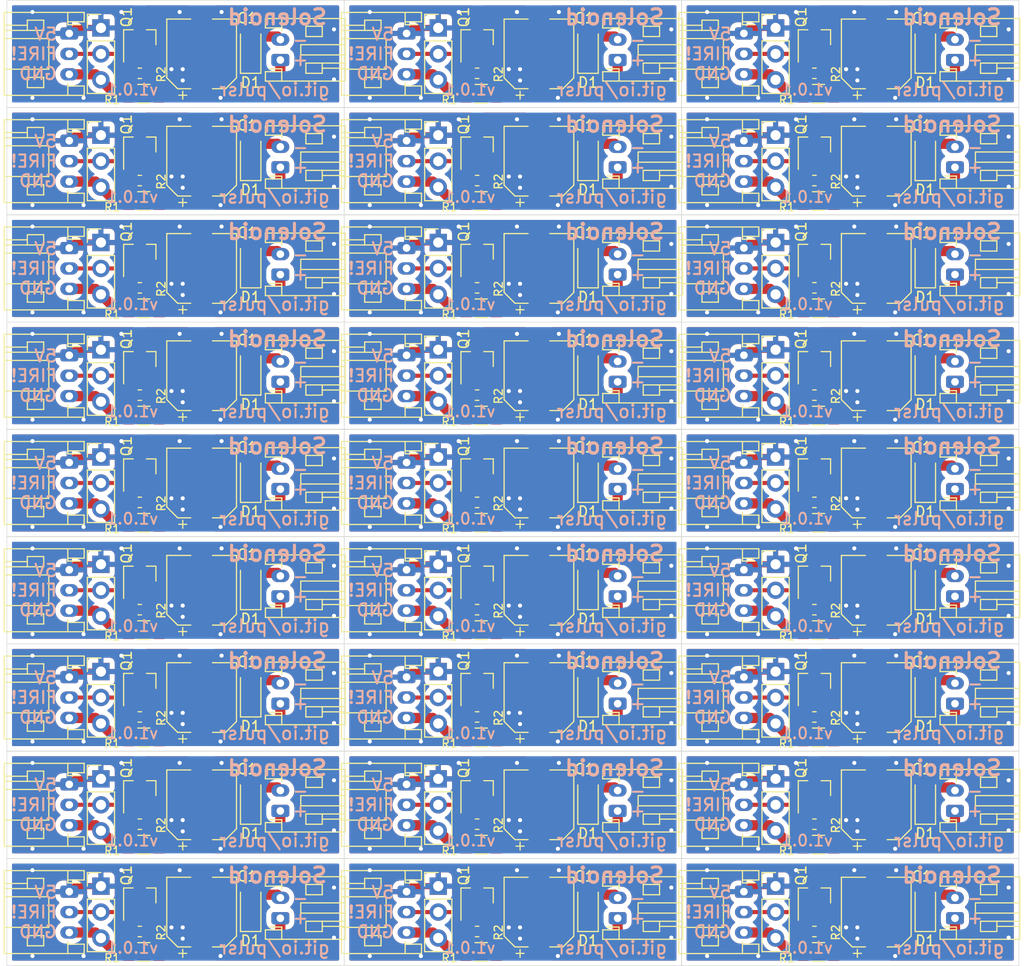
<source format=kicad_pcb>
(kicad_pcb (version 20190905) (host pcbnew "5.99.0-unknown-r16857-c6889b00")
  (layers (0 "F.Cu" signal) (31 "B.Cu" signal) (34 "B.Paste" user) (35 "F.Paste" user) (36 "B.SilkS" user) (37 "F.SilkS" user) (38 "B.Mask" user) (39 "F.Mask" user) (44 "Edge.Cuts" user))
  (net 0 "")
  (net 1 "Net-(C1-Pad1)")
  (net 2 "GND")
  (net 3 "Net-(D1-Pad2)")
  (net 4 "/FIRE!")
  (net 5 "+5V")
  (module "graphics:kiwi10mm" (layer "B.Cu") (at 104.3 110.1 180)
    (fp_text reference "G***" hide)
    (fp_text value "LOGO" hide)
  )
  (module "graphics:kiwi10mm" (layer "B.Cu") (at 71.3 110.1 180)
    (fp_text reference "G***" hide)
    (fp_text value "LOGO" hide)
  )
  (module "graphics:kiwi10mm" (layer "B.Cu") (at 38.3 110.1 180)
    (fp_text reference "G***" hide)
    (fp_text value "LOGO" hide)
  )
  (module "graphics:kiwi10mm" (layer "B.Cu") (at 104.3 99.6 180)
    (fp_text reference "G***" hide)
    (fp_text value "LOGO" hide)
  )
  (module "graphics:kiwi10mm" (layer "B.Cu") (at 71.3 99.6 180)
    (fp_text reference "G***" hide)
    (fp_text value "LOGO" hide)
  )
  (module "graphics:kiwi10mm" (layer "B.Cu") (at 38.3 99.6 180)
    (fp_text reference "G***" hide)
    (fp_text value "LOGO" hide)
  )
  (module "graphics:kiwi10mm" (layer "B.Cu") (at 104.3 89.1 180)
    (fp_text reference "G***" hide)
    (fp_text value "LOGO" hide)
  )
  (module "graphics:kiwi10mm" (layer "B.Cu") (at 71.3 89.1 180)
    (fp_text reference "G***" hide)
    (fp_text value "LOGO" hide)
  )
  (module "graphics:kiwi10mm" (layer "B.Cu") (at 38.3 89.1 180)
    (fp_text reference "G***" hide)
    (fp_text value "LOGO" hide)
  )
  (module "graphics:kiwi10mm" (layer "B.Cu") (at 104.3 78.6 180)
    (fp_text reference "G***" hide)
    (fp_text value "LOGO" hide)
  )
  (module "graphics:kiwi10mm" (layer "B.Cu") (at 71.3 78.6 180)
    (fp_text reference "G***" hide)
    (fp_text value "LOGO" hide)
  )
  (module "graphics:kiwi10mm" (layer "B.Cu") (at 38.3 78.6 180)
    (fp_text reference "G***" hide)
    (fp_text value "LOGO" hide)
  )
  (module "graphics:kiwi10mm" (layer "B.Cu") (at 104.3 68.1 180)
    (fp_text reference "G***" hide)
    (fp_text value "LOGO" hide)
  )
  (module "graphics:kiwi10mm" (layer "B.Cu") (at 71.3 68.1 180)
    (fp_text reference "G***" hide)
    (fp_text value "LOGO" hide)
  )
  (module "graphics:kiwi10mm" (layer "B.Cu") (at 38.3 68.1 180)
    (fp_text reference "G***" hide)
    (fp_text value "LOGO" hide)
  )
  (module "graphics:kiwi10mm" (layer "B.Cu") (at 104.3 57.6 180)
    (fp_text reference "G***" hide)
    (fp_text value "LOGO" hide)
  )
  (module "graphics:kiwi10mm" (layer "B.Cu") (at 71.3 57.6 180)
    (fp_text reference "G***" hide)
    (fp_text value "LOGO" hide)
  )
  (module "graphics:kiwi10mm" (layer "B.Cu") (at 38.3 57.6 180)
    (fp_text reference "G***" hide)
    (fp_text value "LOGO" hide)
  )
  (module "graphics:kiwi10mm" (layer "B.Cu") (at 104.3 47.1 180)
    (fp_text reference "G***" hide)
    (fp_text value "LOGO" hide)
  )
  (module "graphics:kiwi10mm" (layer "B.Cu") (at 71.3 47.1 180)
    (fp_text reference "G***" hide)
    (fp_text value "LOGO" hide)
  )
  (module "graphics:kiwi10mm" (layer "B.Cu") (at 38.3 47.1 180)
    (fp_text reference "G***" hide)
    (fp_text value "LOGO" hide)
  )
  (module "graphics:kiwi10mm" (layer "B.Cu") (at 104.3 36.6 180)
    (fp_text reference "G***" hide)
    (fp_text value "LOGO" hide)
  )
  (module "graphics:kiwi10mm" (layer "B.Cu") (at 71.3 36.6 180)
    (fp_text reference "G***" hide)
    (fp_text value "LOGO" hide)
  )
  (module "graphics:kiwi10mm" (layer "B.Cu") (at 38.3 36.6 180)
    (fp_text reference "G***" hide)
    (fp_text value "LOGO" hide)
  )
  (module "graphics:kiwi10mm" (layer "B.Cu") (at 104.3 26.1 180)
    (fp_text reference "G***" hide)
    (fp_text value "LOGO" hide)
  )
  (module "graphics:kiwi10mm" (layer "B.Cu") (at 71.3 26.1 180)
    (fp_text reference "G***" hide)
    (fp_text value "LOGO" hide)
  )
  (module "Capacitor_SMD:CP_Elec_6.3x5.4" (layer "F.Cu") (at 105.6 109.6 90)
    (fp_text reference "C1" (at 3.5 4.45 180) (layer "F.SilkS"))
    (fp_text value "220uF")
    (pad "2" smd roundrect (at 2.8 0 90) (size 3.5 1.6) (layers "F.Cu" "F.Paste" "F.Mask") (roundrect_rratio 0.15625) (net 2 "GND"))
    (pad "1" smd roundrect (at -2.8 0 90) (size 3.5 1.6) (layers "F.Cu" "F.Paste" "F.Mask") (roundrect_rratio 0.15625) (net 1 "Net-(C1-Pad1)"))
  )
  (module "Capacitor_SMD:CP_Elec_6.3x5.4" (layer "F.Cu") (at 72.6 109.6 90)
    (fp_text reference "C1" (at 3.5 4.45 180) (layer "F.SilkS"))
    (fp_text value "220uF")
    (pad "2" smd roundrect (at 2.8 0 90) (size 3.5 1.6) (layers "F.Cu" "F.Paste" "F.Mask") (roundrect_rratio 0.15625) (net 2 "GND"))
    (pad "1" smd roundrect (at -2.8 0 90) (size 3.5 1.6) (layers "F.Cu" "F.Paste" "F.Mask") (roundrect_rratio 0.15625) (net 1 "Net-(C1-Pad1)"))
  )
  (module "Capacitor_SMD:CP_Elec_6.3x5.4" (layer "F.Cu") (at 39.6 109.6 90)
    (fp_text reference "C1" (at 3.5 4.45 180) (layer "F.SilkS"))
    (fp_text value "220uF")
    (pad "2" smd roundrect (at 2.8 0 90) (size 3.5 1.6) (layers "F.Cu" "F.Paste" "F.Mask") (roundrect_rratio 0.15625) (net 2 "GND"))
    (pad "1" smd roundrect (at -2.8 0 90) (size 3.5 1.6) (layers "F.Cu" "F.Paste" "F.Mask") (roundrect_rratio 0.15625) (net 1 "Net-(C1-Pad1)"))
  )
  (module "Capacitor_SMD:CP_Elec_6.3x5.4" (layer "F.Cu") (at 105.6 99.1 90)
    (fp_text reference "C1" (at 3.5 4.45 180) (layer "F.SilkS"))
    (fp_text value "220uF")
    (pad "2" smd roundrect (at 2.8 0 90) (size 3.5 1.6) (layers "F.Cu" "F.Paste" "F.Mask") (roundrect_rratio 0.15625) (net 2 "GND"))
    (pad "1" smd roundrect (at -2.8 0 90) (size 3.5 1.6) (layers "F.Cu" "F.Paste" "F.Mask") (roundrect_rratio 0.15625) (net 1 "Net-(C1-Pad1)"))
  )
  (module "Capacitor_SMD:CP_Elec_6.3x5.4" (layer "F.Cu") (at 72.6 99.1 90)
    (fp_text reference "C1" (at 3.5 4.45 180) (layer "F.SilkS"))
    (fp_text value "220uF")
    (pad "2" smd roundrect (at 2.8 0 90) (size 3.5 1.6) (layers "F.Cu" "F.Paste" "F.Mask") (roundrect_rratio 0.15625) (net 2 "GND"))
    (pad "1" smd roundrect (at -2.8 0 90) (size 3.5 1.6) (layers "F.Cu" "F.Paste" "F.Mask") (roundrect_rratio 0.15625) (net 1 "Net-(C1-Pad1)"))
  )
  (module "Capacitor_SMD:CP_Elec_6.3x5.4" (layer "F.Cu") (at 39.6 99.1 90)
    (fp_text reference "C1" (at 3.5 4.45 180) (layer "F.SilkS"))
    (fp_text value "220uF")
    (pad "2" smd roundrect (at 2.8 0 90) (size 3.5 1.6) (layers "F.Cu" "F.Paste" "F.Mask") (roundrect_rratio 0.15625) (net 2 "GND"))
    (pad "1" smd roundrect (at -2.8 0 90) (size 3.5 1.6) (layers "F.Cu" "F.Paste" "F.Mask") (roundrect_rratio 0.15625) (net 1 "Net-(C1-Pad1)"))
  )
  (module "Capacitor_SMD:CP_Elec_6.3x5.4" (layer "F.Cu") (at 105.6 88.6 90)
    (fp_text reference "C1" (at 3.5 4.45 180) (layer "F.SilkS"))
    (fp_text value "220uF")
    (pad "2" smd roundrect (at 2.8 0 90) (size 3.5 1.6) (layers "F.Cu" "F.Paste" "F.Mask") (roundrect_rratio 0.15625) (net 2 "GND"))
    (pad "1" smd roundrect (at -2.8 0 90) (size 3.5 1.6) (layers "F.Cu" "F.Paste" "F.Mask") (roundrect_rratio 0.15625) (net 1 "Net-(C1-Pad1)"))
  )
  (module "Capacitor_SMD:CP_Elec_6.3x5.4" (layer "F.Cu") (at 72.6 88.6 90)
    (fp_text reference "C1" (at 3.5 4.45 180) (layer "F.SilkS"))
    (fp_text value "220uF")
    (pad "2" smd roundrect (at 2.8 0 90) (size 3.5 1.6) (layers "F.Cu" "F.Paste" "F.Mask") (roundrect_rratio 0.15625) (net 2 "GND"))
    (pad "1" smd roundrect (at -2.8 0 90) (size 3.5 1.6) (layers "F.Cu" "F.Paste" "F.Mask") (roundrect_rratio 0.15625) (net 1 "Net-(C1-Pad1)"))
  )
  (module "Capacitor_SMD:CP_Elec_6.3x5.4" (layer "F.Cu") (at 39.6 88.6 90)
    (fp_text reference "C1" (at 3.5 4.45 180) (layer "F.SilkS"))
    (fp_text value "220uF")
    (pad "2" smd roundrect (at 2.8 0 90) (size 3.5 1.6) (layers "F.Cu" "F.Paste" "F.Mask") (roundrect_rratio 0.15625) (net 2 "GND"))
    (pad "1" smd roundrect (at -2.8 0 90) (size 3.5 1.6) (layers "F.Cu" "F.Paste" "F.Mask") (roundrect_rratio 0.15625) (net 1 "Net-(C1-Pad1)"))
  )
  (module "Capacitor_SMD:CP_Elec_6.3x5.4" (layer "F.Cu") (at 105.6 78.1 90)
    (fp_text reference "C1" (at 3.5 4.45 180) (layer "F.SilkS"))
    (fp_text value "220uF")
    (pad "2" smd roundrect (at 2.8 0 90) (size 3.5 1.6) (layers "F.Cu" "F.Paste" "F.Mask") (roundrect_rratio 0.15625) (net 2 "GND"))
    (pad "1" smd roundrect (at -2.8 0 90) (size 3.5 1.6) (layers "F.Cu" "F.Paste" "F.Mask") (roundrect_rratio 0.15625) (net 1 "Net-(C1-Pad1)"))
  )
  (module "Capacitor_SMD:CP_Elec_6.3x5.4" (layer "F.Cu") (at 72.6 78.1 90)
    (fp_text reference "C1" (at 3.5 4.45 180) (layer "F.SilkS"))
    (fp_text value "220uF")
    (pad "2" smd roundrect (at 2.8 0 90) (size 3.5 1.6) (layers "F.Cu" "F.Paste" "F.Mask") (roundrect_rratio 0.15625) (net 2 "GND"))
    (pad "1" smd roundrect (at -2.8 0 90) (size 3.5 1.6) (layers "F.Cu" "F.Paste" "F.Mask") (roundrect_rratio 0.15625) (net 1 "Net-(C1-Pad1)"))
  )
  (module "Capacitor_SMD:CP_Elec_6.3x5.4" (layer "F.Cu") (at 39.6 78.1 90)
    (fp_text reference "C1" (at 3.5 4.45 180) (layer "F.SilkS"))
    (fp_text value "220uF")
    (pad "2" smd roundrect (at 2.8 0 90) (size 3.5 1.6) (layers "F.Cu" "F.Paste" "F.Mask") (roundrect_rratio 0.15625) (net 2 "GND"))
    (pad "1" smd roundrect (at -2.8 0 90) (size 3.5 1.6) (layers "F.Cu" "F.Paste" "F.Mask") (roundrect_rratio 0.15625) (net 1 "Net-(C1-Pad1)"))
  )
  (module "Capacitor_SMD:CP_Elec_6.3x5.4" (layer "F.Cu") (at 105.6 67.6 90)
    (fp_text reference "C1" (at 3.5 4.45 180) (layer "F.SilkS"))
    (fp_text value "220uF")
    (pad "2" smd roundrect (at 2.8 0 90) (size 3.5 1.6) (layers "F.Cu" "F.Paste" "F.Mask") (roundrect_rratio 0.15625) (net 2 "GND"))
    (pad "1" smd roundrect (at -2.8 0 90) (size 3.5 1.6) (layers "F.Cu" "F.Paste" "F.Mask") (roundrect_rratio 0.15625) (net 1 "Net-(C1-Pad1)"))
  )
  (module "Capacitor_SMD:CP_Elec_6.3x5.4" (layer "F.Cu") (at 72.6 67.6 90)
    (fp_text reference "C1" (at 3.5 4.45 180) (layer "F.SilkS"))
    (fp_text value "220uF")
    (pad "2" smd roundrect (at 2.8 0 90) (size 3.5 1.6) (layers "F.Cu" "F.Paste" "F.Mask") (roundrect_rratio 0.15625) (net 2 "GND"))
    (pad "1" smd roundrect (at -2.8 0 90) (size 3.5 1.6) (layers "F.Cu" "F.Paste" "F.Mask") (roundrect_rratio 0.15625) (net 1 "Net-(C1-Pad1)"))
  )
  (module "Capacitor_SMD:CP_Elec_6.3x5.4" (layer "F.Cu") (at 39.6 67.6 90)
    (fp_text reference "C1" (at 3.5 4.45 180) (layer "F.SilkS"))
    (fp_text value "220uF")
    (pad "2" smd roundrect (at 2.8 0 90) (size 3.5 1.6) (layers "F.Cu" "F.Paste" "F.Mask") (roundrect_rratio 0.15625) (net 2 "GND"))
    (pad "1" smd roundrect (at -2.8 0 90) (size 3.5 1.6) (layers "F.Cu" "F.Paste" "F.Mask") (roundrect_rratio 0.15625) (net 1 "Net-(C1-Pad1)"))
  )
  (module "Capacitor_SMD:CP_Elec_6.3x5.4" (layer "F.Cu") (at 105.6 57.1 90)
    (fp_text reference "C1" (at 3.5 4.45 180) (layer "F.SilkS"))
    (fp_text value "220uF")
    (pad "2" smd roundrect (at 2.8 0 90) (size 3.5 1.6) (layers "F.Cu" "F.Paste" "F.Mask") (roundrect_rratio 0.15625) (net 2 "GND"))
    (pad "1" smd roundrect (at -2.8 0 90) (size 3.5 1.6) (layers "F.Cu" "F.Paste" "F.Mask") (roundrect_rratio 0.15625) (net 1 "Net-(C1-Pad1)"))
  )
  (module "Capacitor_SMD:CP_Elec_6.3x5.4" (layer "F.Cu") (at 72.6 57.1 90)
    (fp_text reference "C1" (at 3.5 4.45 180) (layer "F.SilkS"))
    (fp_text value "220uF")
    (pad "2" smd roundrect (at 2.8 0 90) (size 3.5 1.6) (layers "F.Cu" "F.Paste" "F.Mask") (roundrect_rratio 0.15625) (net 2 "GND"))
    (pad "1" smd roundrect (at -2.8 0 90) (size 3.5 1.6) (layers "F.Cu" "F.Paste" "F.Mask") (roundrect_rratio 0.15625) (net 1 "Net-(C1-Pad1)"))
  )
  (module "Capacitor_SMD:CP_Elec_6.3x5.4" (layer "F.Cu") (at 39.6 57.1 90)
    (fp_text reference "C1" (at 3.5 4.45 180) (layer "F.SilkS"))
    (fp_text value "220uF")
    (pad "2" smd roundrect (at 2.8 0 90) (size 3.5 1.6) (layers "F.Cu" "F.Paste" "F.Mask") (roundrect_rratio 0.15625) (net 2 "GND"))
    (pad "1" smd roundrect (at -2.8 0 90) (size 3.5 1.6) (layers "F.Cu" "F.Paste" "F.Mask") (roundrect_rratio 0.15625) (net 1 "Net-(C1-Pad1)"))
  )
  (module "Capacitor_SMD:CP_Elec_6.3x5.4" (layer "F.Cu") (at 105.6 46.6 90)
    (fp_text reference "C1" (at 3.5 4.45 180) (layer "F.SilkS"))
    (fp_text value "220uF")
    (pad "2" smd roundrect (at 2.8 0 90) (size 3.5 1.6) (layers "F.Cu" "F.Paste" "F.Mask") (roundrect_rratio 0.15625) (net 2 "GND"))
    (pad "1" smd roundrect (at -2.8 0 90) (size 3.5 1.6) (layers "F.Cu" "F.Paste" "F.Mask") (roundrect_rratio 0.15625) (net 1 "Net-(C1-Pad1)"))
  )
  (module "Capacitor_SMD:CP_Elec_6.3x5.4" (layer "F.Cu") (at 72.6 46.6 90)
    (fp_text reference "C1" (at 3.5 4.45 180) (layer "F.SilkS"))
    (fp_text value "220uF")
    (pad "2" smd roundrect (at 2.8 0 90) (size 3.5 1.6) (layers "F.Cu" "F.Paste" "F.Mask") (roundrect_rratio 0.15625) (net 2 "GND"))
    (pad "1" smd roundrect (at -2.8 0 90) (size 3.5 1.6) (layers "F.Cu" "F.Paste" "F.Mask") (roundrect_rratio 0.15625) (net 1 "Net-(C1-Pad1)"))
  )
  (module "Capacitor_SMD:CP_Elec_6.3x5.4" (layer "F.Cu") (at 39.6 46.6 90)
    (fp_text reference "C1" (at 3.5 4.45 180) (layer "F.SilkS"))
    (fp_text value "220uF")
    (pad "2" smd roundrect (at 2.8 0 90) (size 3.5 1.6) (layers "F.Cu" "F.Paste" "F.Mask") (roundrect_rratio 0.15625) (net 2 "GND"))
    (pad "1" smd roundrect (at -2.8 0 90) (size 3.5 1.6) (layers "F.Cu" "F.Paste" "F.Mask") (roundrect_rratio 0.15625) (net 1 "Net-(C1-Pad1)"))
  )
  (module "Capacitor_SMD:CP_Elec_6.3x5.4" (layer "F.Cu") (at 105.6 36.1 90)
    (fp_text reference "C1" (at 3.5 4.45 180) (layer "F.SilkS"))
    (fp_text value "220uF")
    (pad "2" smd roundrect (at 2.8 0 90) (size 3.5 1.6) (layers "F.Cu" "F.Paste" "F.Mask") (roundrect_rratio 0.15625) (net 2 "GND"))
    (pad "1" smd roundrect (at -2.8 0 90) (size 3.5 1.6) (layers "F.Cu" "F.Paste" "F.Mask") (roundrect_rratio 0.15625) (net 1 "Net-(C1-Pad1)"))
  )
  (module "Capacitor_SMD:CP_Elec_6.3x5.4" (layer "F.Cu") (at 72.6 36.1 90)
    (fp_text reference "C1" (at 3.5 4.45 180) (layer "F.SilkS"))
    (fp_text value "220uF")
    (pad "2" smd roundrect (at 2.8 0 90) (size 3.5 1.6) (layers "F.Cu" "F.Paste" "F.Mask") (roundrect_rratio 0.15625) (net 2 "GND"))
    (pad "1" smd roundrect (at -2.8 0 90) (size 3.5 1.6) (layers "F.Cu" "F.Paste" "F.Mask") (roundrect_rratio 0.15625) (net 1 "Net-(C1-Pad1)"))
  )
  (module "Capacitor_SMD:CP_Elec_6.3x5.4" (layer "F.Cu") (at 39.6 36.1 90)
    (fp_text reference "C1" (at 3.5 4.45 180) (layer "F.SilkS"))
    (fp_text value "220uF")
    (pad "2" smd roundrect (at 2.8 0 90) (size 3.5 1.6) (layers "F.Cu" "F.Paste" "F.Mask") (roundrect_rratio 0.15625) (net 2 "GND"))
    (pad "1" smd roundrect (at -2.8 0 90) (size 3.5 1.6) (layers "F.Cu" "F.Paste" "F.Mask") (roundrect_rratio 0.15625) (net 1 "Net-(C1-Pad1)"))
  )
  (module "Capacitor_SMD:CP_Elec_6.3x5.4" (layer "F.Cu") (at 105.6 25.6 90)
    (fp_text reference "C1" (at 3.5 4.45 180) (layer "F.SilkS"))
    (fp_text value "220uF")
    (pad "2" smd roundrect (at 2.8 0 90) (size 3.5 1.6) (layers "F.Cu" "F.Paste" "F.Mask") (roundrect_rratio 0.15625) (net 2 "GND"))
    (pad "1" smd roundrect (at -2.8 0 90) (size 3.5 1.6) (layers "F.Cu" "F.Paste" "F.Mask") (roundrect_rratio 0.15625) (net 1 "Net-(C1-Pad1)"))
  )
  (module "Capacitor_SMD:CP_Elec_6.3x5.4" (layer "F.Cu") (at 72.6 25.6 90)
    (fp_text reference "C1" (at 3.5 4.45 180) (layer "F.SilkS"))
    (fp_text value "220uF")
    (pad "2" smd roundrect (at 2.8 0 90) (size 3.5 1.6) (layers "F.Cu" "F.Paste" "F.Mask") (roundrect_rratio 0.15625) (net 2 "GND"))
    (pad "1" smd roundrect (at -2.8 0 90) (size 3.5 1.6) (layers "F.Cu" "F.Paste" "F.Mask") (roundrect_rratio 0.15625) (net 1 "Net-(C1-Pad1)"))
  )
  (module "Connector_JST:JST_PH_S3B-PH-K_1x03_P2.00mm_Horizontal" (layer "F.Cu") (at 92.65 107.6 270)
    (fp_text reference "J1" hide)
    (fp_text value "JST_PH")
    (pad "3" thru_hole oval (at 4 0 270) (size 1.2 1.75) (drill 0.75) (layers *.Cu *.Mask) (net 5 "+5V"))
    (pad "2" thru_hole oval (at 2 0 270) (size 1.2 1.75) (drill 0.75) (layers *.Cu *.Mask) (net 4 "/FIRE!"))
    (pad "1" thru_hole roundrect (at 0 0 270) (size 1.2 1.75) (drill 0.75) (layers *.Cu *.Mask) (roundrect_rratio 0.208333) (net 2 "GND"))
  )
  (module "Connector_JST:JST_PH_S3B-PH-K_1x03_P2.00mm_Horizontal" (layer "F.Cu") (at 59.65 107.6 270)
    (fp_text reference "J1" hide)
    (fp_text value "JST_PH")
    (pad "3" thru_hole oval (at 4 0 270) (size 1.2 1.75) (drill 0.75) (layers *.Cu *.Mask) (net 5 "+5V"))
    (pad "2" thru_hole oval (at 2 0 270) (size 1.2 1.75) (drill 0.75) (layers *.Cu *.Mask) (net 4 "/FIRE!"))
    (pad "1" thru_hole roundrect (at 0 0 270) (size 1.2 1.75) (drill 0.75) (layers *.Cu *.Mask) (roundrect_rratio 0.208333) (net 2 "GND"))
  )
  (module "Connector_JST:JST_PH_S3B-PH-K_1x03_P2.00mm_Horizontal" (layer "F.Cu") (at 26.65 107.6 270)
    (fp_text reference "J1" hide)
    (fp_text value "JST_PH")
    (pad "3" thru_hole oval (at 4 0 270) (size 1.2 1.75) (drill 0.75) (layers *.Cu *.Mask) (net 5 "+5V"))
    (pad "2" thru_hole oval (at 2 0 270) (size 1.2 1.75) (drill 0.75) (layers *.Cu *.Mask) (net 4 "/FIRE!"))
    (pad "1" thru_hole roundrect (at 0 0 270) (size 1.2 1.75) (drill 0.75) (layers *.Cu *.Mask) (roundrect_rratio 0.208333) (net 2 "GND"))
  )
  (module "Connector_JST:JST_PH_S3B-PH-K_1x03_P2.00mm_Horizontal" (layer "F.Cu") (at 92.65 97.1 270)
    (fp_text reference "J1" hide)
    (fp_text value "JST_PH")
    (pad "3" thru_hole oval (at 4 0 270) (size 1.2 1.75) (drill 0.75) (layers *.Cu *.Mask) (net 5 "+5V"))
    (pad "2" thru_hole oval (at 2 0 270) (size 1.2 1.75) (drill 0.75) (layers *.Cu *.Mask) (net 4 "/FIRE!"))
    (pad "1" thru_hole roundrect (at 0 0 270) (size 1.2 1.75) (drill 0.75) (layers *.Cu *.Mask) (roundrect_rratio 0.208333) (net 2 "GND"))
  )
  (module "Connector_JST:JST_PH_S3B-PH-K_1x03_P2.00mm_Horizontal" (layer "F.Cu") (at 59.65 97.1 270)
    (fp_text reference "J1" hide)
    (fp_text value "JST_PH")
    (pad "3" thru_hole oval (at 4 0 270) (size 1.2 1.75) (drill 0.75) (layers *.Cu *.Mask) (net 5 "+5V"))
    (pad "2" thru_hole oval (at 2 0 270) (size 1.2 1.75) (drill 0.75) (layers *.Cu *.Mask) (net 4 "/FIRE!"))
    (pad "1" thru_hole roundrect (at 0 0 270) (size 1.2 1.75) (drill 0.75) (layers *.Cu *.Mask) (roundrect_rratio 0.208333) (net 2 "GND"))
  )
  (module "Connector_JST:JST_PH_S3B-PH-K_1x03_P2.00mm_Horizontal" (layer "F.Cu") (at 26.65 97.1 270)
    (fp_text reference "J1" hide)
    (fp_text value "JST_PH")
    (pad "3" thru_hole oval (at 4 0 270) (size 1.2 1.75) (drill 0.75) (layers *.Cu *.Mask) (net 5 "+5V"))
    (pad "2" thru_hole oval (at 2 0 270) (size 1.2 1.75) (drill 0.75) (layers *.Cu *.Mask) (net 4 "/FIRE!"))
    (pad "1" thru_hole roundrect (at 0 0 270) (size 1.2 1.75) (drill 0.75) (layers *.Cu *.Mask) (roundrect_rratio 0.208333) (net 2 "GND"))
  )
  (module "Connector_JST:JST_PH_S3B-PH-K_1x03_P2.00mm_Horizontal" (layer "F.Cu") (at 92.65 86.6 270)
    (fp_text reference "J1" hide)
    (fp_text value "JST_PH")
    (pad "3" thru_hole oval (at 4 0 270) (size 1.2 1.75) (drill 0.75) (layers *.Cu *.Mask) (net 5 "+5V"))
    (pad "2" thru_hole oval (at 2 0 270) (size 1.2 1.75) (drill 0.75) (layers *.Cu *.Mask) (net 4 "/FIRE!"))
    (pad "1" thru_hole roundrect (at 0 0 270) (size 1.2 1.75) (drill 0.75) (layers *.Cu *.Mask) (roundrect_rratio 0.208333) (net 2 "GND"))
  )
  (module "Connector_JST:JST_PH_S3B-PH-K_1x03_P2.00mm_Horizontal" (layer "F.Cu") (at 59.65 86.6 270)
    (fp_text reference "J1" hide)
    (fp_text value "JST_PH")
    (pad "3" thru_hole oval (at 4 0 270) (size 1.2 1.75) (drill 0.75) (layers *.Cu *.Mask) (net 5 "+5V"))
    (pad "2" thru_hole oval (at 2 0 270) (size 1.2 1.75) (drill 0.75) (layers *.Cu *.Mask) (net 4 "/FIRE!"))
    (pad "1" thru_hole roundrect (at 0 0 270) (size 1.2 1.75) (drill 0.75) (layers *.Cu *.Mask) (roundrect_rratio 0.208333) (net 2 "GND"))
  )
  (module "Connector_JST:JST_PH_S3B-PH-K_1x03_P2.00mm_Horizontal" (layer "F.Cu") (at 26.65 86.6 270)
    (fp_text reference "J1" hide)
    (fp_text value "JST_PH")
    (pad "3" thru_hole oval (at 4 0 270) (size 1.2 1.75) (drill 0.75) (layers *.Cu *.Mask) (net 5 "+5V"))
    (pad "2" thru_hole oval (at 2 0 270) (size 1.2 1.75) (drill 0.75) (layers *.Cu *.Mask) (net 4 "/FIRE!"))
    (pad "1" thru_hole roundrect (at 0 0 270) (size 1.2 1.75) (drill 0.75) (layers *.Cu *.Mask) (roundrect_rratio 0.208333) (net 2 "GND"))
  )
  (module "Connector_JST:JST_PH_S3B-PH-K_1x03_P2.00mm_Horizontal" (layer "F.Cu") (at 92.65 76.1 270)
    (fp_text reference "J1" hide)
    (fp_text value "JST_PH")
    (pad "3" thru_hole oval (at 4 0 270) (size 1.2 1.75) (drill 0.75) (layers *.Cu *.Mask) (net 5 "+5V"))
    (pad "2" thru_hole oval (at 2 0 270) (size 1.2 1.75) (drill 0.75) (layers *.Cu *.Mask) (net 4 "/FIRE!"))
    (pad "1" thru_hole roundrect (at 0 0 270) (size 1.2 1.75) (drill 0.75) (layers *.Cu *.Mask) (roundrect_rratio 0.208333) (net 2 "GND"))
  )
  (module "Connector_JST:JST_PH_S3B-PH-K_1x03_P2.00mm_Horizontal" (layer "F.Cu") (at 59.65 76.1 270)
    (fp_text reference "J1" hide)
    (fp_text value "JST_PH")
    (pad "3" thru_hole oval (at 4 0 270) (size 1.2 1.75) (drill 0.75) (layers *.Cu *.Mask) (net 5 "+5V"))
    (pad "2" thru_hole oval (at 2 0 270) (size 1.2 1.75) (drill 0.75) (layers *.Cu *.Mask) (net 4 "/FIRE!"))
    (pad "1" thru_hole roundrect (at 0 0 270) (size 1.2 1.75) (drill 0.75) (layers *.Cu *.Mask) (roundrect_rratio 0.208333) (net 2 "GND"))
  )
  (module "Connector_JST:JST_PH_S3B-PH-K_1x03_P2.00mm_Horizontal" (layer "F.Cu") (at 26.65 76.1 270)
    (fp_text reference "J1" hide)
    (fp_text value "JST_PH")
    (pad "3" thru_hole oval (at 4 0 270) (size 1.2 1.75) (drill 0.75) (layers *.Cu *.Mask) (net 5 "+5V"))
    (pad "2" thru_hole oval (at 2 0 270) (size 1.2 1.75) (drill 0.75) (layers *.Cu *.Mask) (net 4 "/FIRE!"))
    (pad "1" thru_hole roundrect (at 0 0 270) (size 1.2 1.75) (drill 0.75) (layers *.Cu *.Mask) (roundrect_rratio 0.208333) (net 2 "GND"))
  )
  (module "Connector_JST:JST_PH_S3B-PH-K_1x03_P2.00mm_Horizontal" (layer "F.Cu") (at 92.65 65.6 270)
    (fp_text reference "J1" hide)
    (fp_text value "JST_PH")
    (pad "3" thru_hole oval (at 4 0 270) (size 1.2 1.75) (drill 0.75) (layers *.Cu *.Mask) (net 5 "+5V"))
    (pad "2" thru_hole oval (at 2 0 270) (size 1.2 1.75) (drill 0.75) (layers *.Cu *.Mask) (net 4 "/FIRE!"))
    (pad "1" thru_hole roundrect (at 0 0 270) (size 1.2 1.75) (drill 0.75) (layers *.Cu *.Mask) (roundrect_rratio 0.208333) (net 2 "GND"))
  )
  (module "Connector_JST:JST_PH_S3B-PH-K_1x03_P2.00mm_Horizontal" (layer "F.Cu") (at 59.65 65.6 270)
    (fp_text reference "J1" hide)
    (fp_text value "JST_PH")
    (pad "3" thru_hole oval (at 4 0 270) (size 1.2 1.75) (drill 0.75) (layers *.Cu *.Mask) (net 5 "+5V"))
    (pad "2" thru_hole oval (at 2 0 270) (size 1.2 1.75) (drill 0.75) (layers *.Cu *.Mask) (net 4 "/FIRE!"))
    (pad "1" thru_hole roundrect (at 0 0 270) (size 1.2 1.75) (drill 0.75) (layers *.Cu *.Mask) (roundrect_rratio 0.208333) (net 2 "GND"))
  )
  (module "Connector_JST:JST_PH_S3B-PH-K_1x03_P2.00mm_Horizontal" (layer "F.Cu") (at 26.65 65.6 270)
    (fp_text reference "J1" hide)
    (fp_text value "JST_PH")
    (pad "3" thru_hole oval (at 4 0 270) (size 1.2 1.75) (drill 0.75) (layers *.Cu *.Mask) (net 5 "+5V"))
    (pad "2" thru_hole oval (at 2 0 270) (size 1.2 1.75) (drill 0.75) (layers *.Cu *.Mask) (net 4 "/FIRE!"))
    (pad "1" thru_hole roundrect (at 0 0 270) (size 1.2 1.75) (drill 0.75) (layers *.Cu *.Mask) (roundrect_rratio 0.208333) (net 2 "GND"))
  )
  (module "Connector_JST:JST_PH_S3B-PH-K_1x03_P2.00mm_Horizontal" (layer "F.Cu") (at 92.65 55.1 270)
    (fp_text reference "J1" hide)
    (fp_text value "JST_PH")
    (pad "3" thru_hole oval (at 4 0 270) (size 1.2 1.75) (drill 0.75) (layers *.Cu *.Mask) (net 5 "+5V"))
    (pad "2" thru_hole oval (at 2 0 270) (size 1.2 1.75) (drill 0.75) (layers *.Cu *.Mask) (net 4 "/FIRE!"))
    (pad "1" thru_hole roundrect (at 0 0 270) (size 1.2 1.75) (drill 0.75) (layers *.Cu *.Mask) (roundrect_rratio 0.208333) (net 2 "GND"))
  )
  (module "Connector_JST:JST_PH_S3B-PH-K_1x03_P2.00mm_Horizontal" (layer "F.Cu") (at 59.65 55.1 270)
    (fp_text reference "J1" hide)
    (fp_text value "JST_PH")
    (pad "3" thru_hole oval (at 4 0 270) (size 1.2 1.75) (drill 0.75) (layers *.Cu *.Mask) (net 5 "+5V"))
    (pad "2" thru_hole oval (at 2 0 270) (size 1.2 1.75) (drill 0.75) (layers *.Cu *.Mask) (net 4 "/FIRE!"))
    (pad "1" thru_hole roundrect (at 0 0 270) (size 1.2 1.75) (drill 0.75) (layers *.Cu *.Mask) (roundrect_rratio 0.208333) (net 2 "GND"))
  )
  (module "Connector_JST:JST_PH_S3B-PH-K_1x03_P2.00mm_Horizontal" (layer "F.Cu") (at 26.65 55.1 270)
    (fp_text reference "J1" hide)
    (fp_text value "JST_PH")
    (pad "3" thru_hole oval (at 4 0 270) (size 1.2 1.75) (drill 0.75) (layers *.Cu *.Mask) (net 5 "+5V"))
    (pad "2" thru_hole oval (at 2 0 270) (size 1.2 1.75) (drill 0.75) (layers *.Cu *.Mask) (net 4 "/FIRE!"))
    (pad "1" thru_hole roundrect (at 0 0 270) (size 1.2 1.75) (drill 0.75) (layers *.Cu *.Mask) (roundrect_rratio 0.208333) (net 2 "GND"))
  )
  (module "Connector_JST:JST_PH_S3B-PH-K_1x03_P2.00mm_Horizontal" (layer "F.Cu") (at 92.65 44.6 270)
    (fp_text reference "J1" hide)
    (fp_text value "JST_PH")
    (pad "3" thru_hole oval (at 4 0 270) (size 1.2 1.75) (drill 0.75) (layers *.Cu *.Mask) (net 5 "+5V"))
    (pad "2" thru_hole oval (at 2 0 270) (size 1.2 1.75) (drill 0.75) (layers *.Cu *.Mask) (net 4 "/FIRE!"))
    (pad "1" thru_hole roundrect (at 0 0 270) (size 1.2 1.75) (drill 0.75) (layers *.Cu *.Mask) (roundrect_rratio 0.208333) (net 2 "GND"))
  )
  (module "Connector_JST:JST_PH_S3B-PH-K_1x03_P2.00mm_Horizontal" (layer "F.Cu") (at 59.65 44.6 270)
    (fp_text reference "J1" hide)
    (fp_text value "JST_PH")
    (pad "3" thru_hole oval (at 4 0 270) (size 1.2 1.75) (drill 0.75) (layers *.Cu *.Mask) (net 5 "+5V"))
    (pad "2" thru_hole oval (at 2 0 270) (size 1.2 1.75) (drill 0.75) (layers *.Cu *.Mask) (net 4 "/FIRE!"))
    (pad "1" thru_hole roundrect (at 0 0 270) (size 1.2 1.75) (drill 0.75) (layers *.Cu *.Mask) (roundrect_rratio 0.208333) (net 2 "GND"))
  )
  (module "Connector_JST:JST_PH_S3B-PH-K_1x03_P2.00mm_Horizontal" (layer "F.Cu") (at 26.65 44.6 270)
    (fp_text reference "J1" hide)
    (fp_text value "JST_PH")
    (pad "3" thru_hole oval (at 4 0 270) (size 1.2 1.75) (drill 0.75) (layers *.Cu *.Mask) (net 5 "+5V"))
    (pad "2" thru_hole oval (at 2 0 270) (size 1.2 1.75) (drill 0.75) (layers *.Cu *.Mask) (net 4 "/FIRE!"))
    (pad "1" thru_hole roundrect (at 0 0 270) (size 1.2 1.75) (drill 0.75) (layers *.Cu *.Mask) (roundrect_rratio 0.208333) (net 2 "GND"))
  )
  (module "Connector_JST:JST_PH_S3B-PH-K_1x03_P2.00mm_Horizontal" (layer "F.Cu") (at 92.65 34.1 270)
    (fp_text reference "J1" hide)
    (fp_text value "JST_PH")
    (pad "3" thru_hole oval (at 4 0 270) (size 1.2 1.75) (drill 0.75) (layers *.Cu *.Mask) (net 5 "+5V"))
    (pad "2" thru_hole oval (at 2 0 270) (size 1.2 1.75) (drill 0.75) (layers *.Cu *.Mask) (net 4 "/FIRE!"))
    (pad "1" thru_hole roundrect (at 0 0 270) (size 1.2 1.75) (drill 0.75) (layers *.Cu *.Mask) (roundrect_rratio 0.208333) (net 2 "GND"))
  )
  (module "Connector_JST:JST_PH_S3B-PH-K_1x03_P2.00mm_Horizontal" (layer "F.Cu") (at 59.65 34.1 270)
    (fp_text reference "J1" hide)
    (fp_text value "JST_PH")
    (pad "3" thru_hole oval (at 4 0 270) (size 1.2 1.75) (drill 0.75) (layers *.Cu *.Mask) (net 5 "+5V"))
    (pad "2" thru_hole oval (at 2 0 270) (size 1.2 1.75) (drill 0.75) (layers *.Cu *.Mask) (net 4 "/FIRE!"))
    (pad "1" thru_hole roundrect (at 0 0 270) (size 1.2 1.75) (drill 0.75) (layers *.Cu *.Mask) (roundrect_rratio 0.208333) (net 2 "GND"))
  )
  (module "Connector_JST:JST_PH_S3B-PH-K_1x03_P2.00mm_Horizontal" (layer "F.Cu") (at 26.65 34.1 270)
    (fp_text reference "J1" hide)
    (fp_text value "JST_PH")
    (pad "3" thru_hole oval (at 4 0 270) (size 1.2 1.75) (drill 0.75) (layers *.Cu *.Mask) (net 5 "+5V"))
    (pad "2" thru_hole oval (at 2 0 270) (size 1.2 1.75) (drill 0.75) (layers *.Cu *.Mask) (net 4 "/FIRE!"))
    (pad "1" thru_hole roundrect (at 0 0 270) (size 1.2 1.75) (drill 0.75) (layers *.Cu *.Mask) (roundrect_rratio 0.208333) (net 2 "GND"))
  )
  (module "Connector_JST:JST_PH_S3B-PH-K_1x03_P2.00mm_Horizontal" (layer "F.Cu") (at 92.65 23.6 270)
    (fp_text reference "J1" hide)
    (fp_text value "JST_PH")
    (pad "3" thru_hole oval (at 4 0 270) (size 1.2 1.75) (drill 0.75) (layers *.Cu *.Mask) (net 5 "+5V"))
    (pad "2" thru_hole oval (at 2 0 270) (size 1.2 1.75) (drill 0.75) (layers *.Cu *.Mask) (net 4 "/FIRE!"))
    (pad "1" thru_hole roundrect (at 0 0 270) (size 1.2 1.75) (drill 0.75) (layers *.Cu *.Mask) (roundrect_rratio 0.208333) (net 2 "GND"))
  )
  (module "Connector_JST:JST_PH_S3B-PH-K_1x03_P2.00mm_Horizontal" (layer "F.Cu") (at 59.65 23.6 270)
    (fp_text reference "J1" hide)
    (fp_text value "JST_PH")
    (pad "3" thru_hole oval (at 4 0 270) (size 1.2 1.75) (drill 0.75) (layers *.Cu *.Mask) (net 5 "+5V"))
    (pad "2" thru_hole oval (at 2 0 270) (size 1.2 1.75) (drill 0.75) (layers *.Cu *.Mask) (net 4 "/FIRE!"))
    (pad "1" thru_hole roundrect (at 0 0 270) (size 1.2 1.75) (drill 0.75) (layers *.Cu *.Mask) (roundrect_rratio 0.208333) (net 2 "GND"))
  )
  (module "Package_TO_SOT_SMD:SOT-23_Handsoldering" (layer "F.Cu") (at 99.55 108 90)
    (fp_text reference "Q1" (at 2 -1.3 270) (layer "F.SilkS"))
    (fp_text value "FDN339AN")
    (pad "3" smd rect (at 1.5 0 90) (size 1.9 0.8) (layers "F.Cu" "F.Paste" "F.Mask") (net 3 "Net-(D1-Pad2)"))
    (pad "2" smd rect (at -1.5 0.95 90) (size 1.9 0.8) (layers "F.Cu" "F.Paste" "F.Mask") (net 2 "GND"))
    (pad "1" smd rect (at -1.5 -0.95 90) (size 1.9 0.8) (layers "F.Cu" "F.Paste" "F.Mask") (net 4 "/FIRE!"))
  )
  (module "Package_TO_SOT_SMD:SOT-23_Handsoldering" (layer "F.Cu") (at 66.55 108 90)
    (fp_text reference "Q1" (at 2 -1.3 270) (layer "F.SilkS"))
    (fp_text value "FDN339AN")
    (pad "3" smd rect (at 1.5 0 90) (size 1.9 0.8) (layers "F.Cu" "F.Paste" "F.Mask") (net 3 "Net-(D1-Pad2)"))
    (pad "2" smd rect (at -1.5 0.95 90) (size 1.9 0.8) (layers "F.Cu" "F.Paste" "F.Mask") (net 2 "GND"))
    (pad "1" smd rect (at -1.5 -0.95 90) (size 1.9 0.8) (layers "F.Cu" "F.Paste" "F.Mask") (net 4 "/FIRE!"))
  )
  (module "Package_TO_SOT_SMD:SOT-23_Handsoldering" (layer "F.Cu") (at 33.55 108 90)
    (fp_text reference "Q1" (at 2 -1.3 270) (layer "F.SilkS"))
    (fp_text value "FDN339AN")
    (pad "3" smd rect (at 1.5 0 90) (size 1.9 0.8) (layers "F.Cu" "F.Paste" "F.Mask") (net 3 "Net-(D1-Pad2)"))
    (pad "2" smd rect (at -1.5 0.95 90) (size 1.9 0.8) (layers "F.Cu" "F.Paste" "F.Mask") (net 2 "GND"))
    (pad "1" smd rect (at -1.5 -0.95 90) (size 1.9 0.8) (layers "F.Cu" "F.Paste" "F.Mask") (net 4 "/FIRE!"))
  )
  (module "Package_TO_SOT_SMD:SOT-23_Handsoldering" (layer "F.Cu") (at 99.55 97.5 90)
    (fp_text reference "Q1" (at 2 -1.3 270) (layer "F.SilkS"))
    (fp_text value "FDN339AN")
    (pad "3" smd rect (at 1.5 0 90) (size 1.9 0.8) (layers "F.Cu" "F.Paste" "F.Mask") (net 3 "Net-(D1-Pad2)"))
    (pad "2" smd rect (at -1.5 0.95 90) (size 1.9 0.8) (layers "F.Cu" "F.Paste" "F.Mask") (net 2 "GND"))
    (pad "1" smd rect (at -1.5 -0.95 90) (size 1.9 0.8) (layers "F.Cu" "F.Paste" "F.Mask") (net 4 "/FIRE!"))
  )
  (module "Package_TO_SOT_SMD:SOT-23_Handsoldering" (layer "F.Cu") (at 66.55 97.5 90)
    (fp_text reference "Q1" (at 2 -1.3 270) (layer "F.SilkS"))
    (fp_text value "FDN339AN")
    (pad "3" smd rect (at 1.5 0 90) (size 1.9 0.8) (layers "F.Cu" "F.Paste" "F.Mask") (net 3 "Net-(D1-Pad2)"))
    (pad "2" smd rect (at -1.5 0.95 90) (size 1.9 0.8) (layers "F.Cu" "F.Paste" "F.Mask") (net 2 "GND"))
    (pad "1" smd rect (at -1.5 -0.95 90) (size 1.9 0.8) (layers "F.Cu" "F.Paste" "F.Mask") (net 4 "/FIRE!"))
  )
  (module "Package_TO_SOT_SMD:SOT-23_Handsoldering" (layer "F.Cu") (at 33.55 97.5 90)
    (fp_text reference "Q1" (at 2 -1.3 270) (layer "F.SilkS"))
    (fp_text value "FDN339AN")
    (pad "3" smd rect (at 1.5 0 90) (size 1.9 0.8) (layers "F.Cu" "F.Paste" "F.Mask") (net 3 "Net-(D1-Pad2)"))
    (pad "2" smd rect (at -1.5 0.95 90) (size 1.9 0.8) (layers "F.Cu" "F.Paste" "F.Mask") (net 2 "GND"))
    (pad "1" smd rect (at -1.5 -0.95 90) (size 1.9 0.8) (layers "F.Cu" "F.Paste" "F.Mask") (net 4 "/FIRE!"))
  )
  (module "Package_TO_SOT_SMD:SOT-23_Handsoldering" (layer "F.Cu") (at 99.55 87 90)
    (fp_text reference "Q1" (at 2 -1.3 270) (layer "F.SilkS"))
    (fp_text value "FDN339AN")
    (pad "3" smd rect (at 1.5 0 90) (size 1.9 0.8) (layers "F.Cu" "F.Paste" "F.Mask") (net 3 "Net-(D1-Pad2)"))
    (pad "2" smd rect (at -1.5 0.95 90) (size 1.9 0.8) (layers "F.Cu" "F.Paste" "F.Mask") (net 2 "GND"))
    (pad "1" smd rect (at -1.5 -0.95 90) (size 1.9 0.8) (layers "F.Cu" "F.Paste" "F.Mask") (net 4 "/FIRE!"))
  )
  (module "Package_TO_SOT_SMD:SOT-23_Handsoldering" (layer "F.Cu") (at 66.55 87 90)
    (fp_text reference "Q1" (at 2 -1.3 270) (layer "F.SilkS"))
    (fp_text value "FDN339AN")
    (pad "3" smd rect (at 1.5 0 90) (size 1.9 0.8) (layers "F.Cu" "F.Paste" "F.Mask") (net 3 "Net-(D1-Pad2)"))
    (pad "2" smd rect (at -1.5 0.95 90) (size 1.9 0.8) (layers "F.Cu" "F.Paste" "F.Mask") (net 2 "GND"))
    (pad "1" smd rect (at -1.5 -0.95 90) (size 1.9 0.8) (layers "F.Cu" "F.Paste" "F.Mask") (net 4 "/FIRE!"))
  )
  (module "Package_TO_SOT_SMD:SOT-23_Handsoldering" (layer "F.Cu") (at 33.55 87 90)
    (fp_text reference "Q1" (at 2 -1.3 270) (layer "F.SilkS"))
    (fp_text value "FDN339AN")
    (pad "3" smd rect (at 1.5 0 90) (size 1.9 0.8) (layers "F.Cu" "F.Paste" "F.Mask") (net 3 "Net-(D1-Pad2)"))
    (pad "2" smd rect (at -1.5 0.95 90) (size 1.9 0.8) (layers "F.Cu" "F.Paste" "F.Mask") (net 2 "GND"))
    (pad "1" smd rect (at -1.5 -0.95 90) (size 1.9 0.8) (layers "F.Cu" "F.Paste" "F.Mask") (net 4 "/FIRE!"))
  )
  (module "Package_TO_SOT_SMD:SOT-23_Handsoldering" (layer "F.Cu") (at 99.55 76.5 90)
    (fp_text reference "Q1" (at 2 -1.3 270) (layer "F.SilkS"))
    (fp_text value "FDN339AN")
    (pad "3" smd rect (at 1.5 0 90) (size 1.9 0.8) (layers "F.Cu" "F.Paste" "F.Mask") (net 3 "Net-(D1-Pad2)"))
    (pad "2" smd rect (at -1.5 0.95 90) (size 1.9 0.8) (layers "F.Cu" "F.Paste" "F.Mask") (net 2 "GND"))
    (pad "1" smd rect (at -1.5 -0.95 90) (size 1.9 0.8) (layers "F.Cu" "F.Paste" "F.Mask") (net 4 "/FIRE!"))
  )
  (module "Package_TO_SOT_SMD:SOT-23_Handsoldering" (layer "F.Cu") (at 66.55 76.5 90)
    (fp_text reference "Q1" (at 2 -1.3 270) (layer "F.SilkS"))
    (fp_text value "FDN339AN")
    (pad "3" smd rect (at 1.5 0 90) (size 1.9 0.8) (layers "F.Cu" "F.Paste" "F.Mask") (net 3 "Net-(D1-Pad2)"))
    (pad "2" smd rect (at -1.5 0.95 90) (size 1.9 0.8) (layers "F.Cu" "F.Paste" "F.Mask") (net 2 "GND"))
    (pad "1" smd rect (at -1.5 -0.95 90) (size 1.9 0.8) (layers "F.Cu" "F.Paste" "F.Mask") (net 4 "/FIRE!"))
  )
  (module "Package_TO_SOT_SMD:SOT-23_Handsoldering" (layer "F.Cu") (at 33.55 76.5 90)
    (fp_text reference "Q1" (at 2 -1.3 270) (layer "F.SilkS"))
    (fp_text value "FDN339AN")
    (pad "3" smd rect (at 1.5 0 90) (size 1.9 0.8) (layers "F.Cu" "F.Paste" "F.Mask") (net 3 "Net-(D1-Pad2)"))
    (pad "2" smd rect (at -1.5 0.95 90) (size 1.9 0.8) (layers "F.Cu" "F.Paste" "F.Mask") (net 2 "GND"))
    (pad "1" smd rect (at -1.5 -0.95 90) (size 1.9 0.8) (layers "F.Cu" "F.Paste" "F.Mask") (net 4 "/FIRE!"))
  )
  (module "Package_TO_SOT_SMD:SOT-23_Handsoldering" (layer "F.Cu") (at 99.55 66 90)
    (fp_text reference "Q1" (at 2 -1.3 270) (layer "F.SilkS"))
    (fp_text value "FDN339AN")
    (pad "3" smd rect (at 1.5 0 90) (size 1.9 0.8) (layers "F.Cu" "F.Paste" "F.Mask") (net 3 "Net-(D1-Pad2)"))
    (pad "2" smd rect (at -1.5 0.95 90) (size 1.9 0.8) (layers "F.Cu" "F.Paste" "F.Mask") (net 2 "GND"))
    (pad "1" smd rect (at -1.5 -0.95 90) (size 1.9 0.8) (layers "F.Cu" "F.Paste" "F.Mask") (net 4 "/FIRE!"))
  )
  (module "Package_TO_SOT_SMD:SOT-23_Handsoldering" (layer "F.Cu") (at 66.55 66 90)
    (fp_text reference "Q1" (at 2 -1.3 270) (layer "F.SilkS"))
    (fp_text value "FDN339AN")
    (pad "3" smd rect (at 1.5 0 90) (size 1.9 0.8) (layers "F.Cu" "F.Paste" "F.Mask") (net 3 "Net-(D1-Pad2)"))
    (pad "2" smd rect (at -1.5 0.95 90) (size 1.9 0.8) (layers "F.Cu" "F.Paste" "F.Mask") (net 2 "GND"))
    (pad "1" smd rect (at -1.5 -0.95 90) (size 1.9 0.8) (layers "F.Cu" "F.Paste" "F.Mask") (net 4 "/FIRE!"))
  )
  (module "Package_TO_SOT_SMD:SOT-23_Handsoldering" (layer "F.Cu") (at 33.55 66 90)
    (fp_text reference "Q1" (at 2 -1.3 270) (layer "F.SilkS"))
    (fp_text value "FDN339AN")
    (pad "3" smd rect (at 1.5 0 90) (size 1.9 0.8) (layers "F.Cu" "F.Paste" "F.Mask") (net 3 "Net-(D1-Pad2)"))
    (pad "2" smd rect (at -1.5 0.95 90) (size 1.9 0.8) (layers "F.Cu" "F.Paste" "F.Mask") (net 2 "GND"))
    (pad "1" smd rect (at -1.5 -0.95 90) (size 1.9 0.8) (layers "F.Cu" "F.Paste" "F.Mask") (net 4 "/FIRE!"))
  )
  (module "Package_TO_SOT_SMD:SOT-23_Handsoldering" (layer "F.Cu") (at 99.55 55.5 90)
    (fp_text reference "Q1" (at 2 -1.3 270) (layer "F.SilkS"))
    (fp_text value "FDN339AN")
    (pad "3" smd rect (at 1.5 0 90) (size 1.9 0.8) (layers "F.Cu" "F.Paste" "F.Mask") (net 3 "Net-(D1-Pad2)"))
    (pad "2" smd rect (at -1.5 0.95 90) (size 1.9 0.8) (layers "F.Cu" "F.Paste" "F.Mask") (net 2 "GND"))
    (pad "1" smd rect (at -1.5 -0.95 90) (size 1.9 0.8) (layers "F.Cu" "F.Paste" "F.Mask") (net 4 "/FIRE!"))
  )
  (module "Package_TO_SOT_SMD:SOT-23_Handsoldering" (layer "F.Cu") (at 66.55 55.5 90)
    (fp_text reference "Q1" (at 2 -1.3 270) (layer "F.SilkS"))
    (fp_text value "FDN339AN")
    (pad "3" smd rect (at 1.5 0 90) (size 1.9 0.8) (layers "F.Cu" "F.Paste" "F.Mask") (net 3 "Net-(D1-Pad2)"))
    (pad "2" smd rect (at -1.5 0.95 90) (size 1.9 0.8) (layers "F.Cu" "F.Paste" "F.Mask") (net 2 "GND"))
    (pad "1" smd rect (at -1.5 -0.95 90) (size 1.9 0.8) (layers "F.Cu" "F.Paste" "F.Mask") (net 4 "/FIRE!"))
  )
  (module "Package_TO_SOT_SMD:SOT-23_Handsoldering" (layer "F.Cu") (at 33.55 55.5 90)
    (fp_text reference "Q1" (at 2 -1.3 270) (layer "F.SilkS"))
    (fp_text value "FDN339AN")
    (pad "3" smd rect (at 1.5 0 90) (size 1.9 0.8) (layers "F.Cu" "F.Paste" "F.Mask") (net 3 "Net-(D1-Pad2)"))
    (pad "2" smd rect (at -1.5 0.95 90) (size 1.9 0.8) (layers "F.Cu" "F.Paste" "F.Mask") (net 2 "GND"))
    (pad "1" smd rect (at -1.5 -0.95 90) (size 1.9 0.8) (layers "F.Cu" "F.Paste" "F.Mask") (net 4 "/FIRE!"))
  )
  (module "Package_TO_SOT_SMD:SOT-23_Handsoldering" (layer "F.Cu") (at 99.55 45 90)
    (fp_text reference "Q1" (at 2 -1.3 270) (layer "F.SilkS"))
    (fp_text value "FDN339AN")
    (pad "3" smd rect (at 1.5 0 90) (size 1.9 0.8) (layers "F.Cu" "F.Paste" "F.Mask") (net 3 "Net-(D1-Pad2)"))
    (pad "2" smd rect (at -1.5 0.95 90) (size 1.9 0.8) (layers "F.Cu" "F.Paste" "F.Mask") (net 2 "GND"))
    (pad "1" smd rect (at -1.5 -0.95 90) (size 1.9 0.8) (layers "F.Cu" "F.Paste" "F.Mask") (net 4 "/FIRE!"))
  )
  (module "Package_TO_SOT_SMD:SOT-23_Handsoldering" (layer "F.Cu") (at 66.55 45 90)
    (fp_text reference "Q1" (at 2 -1.3 270) (layer "F.SilkS"))
    (fp_text value "FDN339AN")
    (pad "3" smd rect (at 1.5 0 90) (size 1.9 0.8) (layers "F.Cu" "F.Paste" "F.Mask") (net 3 "Net-(D1-Pad2)"))
    (pad "2" smd rect (at -1.5 0.95 90) (size 1.9 0.8) (layers "F.Cu" "F.Paste" "F.Mask") (net 2 "GND"))
    (pad "1" smd rect (at -1.5 -0.95 90) (size 1.9 0.8) (layers "F.Cu" "F.Paste" "F.Mask") (net 4 "/FIRE!"))
  )
  (module "Package_TO_SOT_SMD:SOT-23_Handsoldering" (layer "F.Cu") (at 33.55 45 90)
    (fp_text reference "Q1" (at 2 -1.3 270) (layer "F.SilkS"))
    (fp_text value "FDN339AN")
    (pad "3" smd rect (at 1.5 0 90) (size 1.9 0.8) (layers "F.Cu" "F.Paste" "F.Mask") (net 3 "Net-(D1-Pad2)"))
    (pad "2" smd rect (at -1.5 0.95 90) (size 1.9 0.8) (layers "F.Cu" "F.Paste" "F.Mask") (net 2 "GND"))
    (pad "1" smd rect (at -1.5 -0.95 90) (size 1.9 0.8) (layers "F.Cu" "F.Paste" "F.Mask") (net 4 "/FIRE!"))
  )
  (module "Package_TO_SOT_SMD:SOT-23_Handsoldering" (layer "F.Cu") (at 99.55 34.5 90)
    (fp_text reference "Q1" (at 2 -1.3 270) (layer "F.SilkS"))
    (fp_text value "FDN339AN")
    (pad "3" smd rect (at 1.5 0 90) (size 1.9 0.8) (layers "F.Cu" "F.Paste" "F.Mask") (net 3 "Net-(D1-Pad2)"))
    (pad "2" smd rect (at -1.5 0.95 90) (size 1.9 0.8) (layers "F.Cu" "F.Paste" "F.Mask") (net 2 "GND"))
    (pad "1" smd rect (at -1.5 -0.95 90) (size 1.9 0.8) (layers "F.Cu" "F.Paste" "F.Mask") (net 4 "/FIRE!"))
  )
  (module "Package_TO_SOT_SMD:SOT-23_Handsoldering" (layer "F.Cu") (at 66.55 34.5 90)
    (fp_text reference "Q1" (at 2 -1.3 270) (layer "F.SilkS"))
    (fp_text value "FDN339AN")
    (pad "3" smd rect (at 1.5 0 90) (size 1.9 0.8) (layers "F.Cu" "F.Paste" "F.Mask") (net 3 "Net-(D1-Pad2)"))
    (pad "2" smd rect (at -1.5 0.95 90) (size 1.9 0.8) (layers "F.Cu" "F.Paste" "F.Mask") (net 2 "GND"))
    (pad "1" smd rect (at -1.5 -0.95 90) (size 1.9 0.8) (layers "F.Cu" "F.Paste" "F.Mask") (net 4 "/FIRE!"))
  )
  (module "Package_TO_SOT_SMD:SOT-23_Handsoldering" (layer "F.Cu") (at 33.55 34.5 90)
    (fp_text reference "Q1" (at 2 -1.3 270) (layer "F.SilkS"))
    (fp_text value "FDN339AN")
    (pad "3" smd rect (at 1.5 0 90) (size 1.9 0.8) (layers "F.Cu" "F.Paste" "F.Mask") (net 3 "Net-(D1-Pad2)"))
    (pad "2" smd rect (at -1.5 0.95 90) (size 1.9 0.8) (layers "F.Cu" "F.Paste" "F.Mask") (net 2 "GND"))
    (pad "1" smd rect (at -1.5 -0.95 90) (size 1.9 0.8) (layers "F.Cu" "F.Paste" "F.Mask") (net 4 "/FIRE!"))
  )
  (module "Package_TO_SOT_SMD:SOT-23_Handsoldering" (layer "F.Cu") (at 99.55 24 90)
    (fp_text reference "Q1" (at 2 -1.3 270) (layer "F.SilkS"))
    (fp_text value "FDN339AN")
    (pad "3" smd rect (at 1.5 0 90) (size 1.9 0.8) (layers "F.Cu" "F.Paste" "F.Mask") (net 3 "Net-(D1-Pad2)"))
    (pad "2" smd rect (at -1.5 0.95 90) (size 1.9 0.8) (layers "F.Cu" "F.Paste" "F.Mask") (net 2 "GND"))
    (pad "1" smd rect (at -1.5 -0.95 90) (size 1.9 0.8) (layers "F.Cu" "F.Paste" "F.Mask") (net 4 "/FIRE!"))
  )
  (module "Package_TO_SOT_SMD:SOT-23_Handsoldering" (layer "F.Cu") (at 66.55 24 90)
    (fp_text reference "Q1" (at 2 -1.3 270) (layer "F.SilkS"))
    (fp_text value "FDN339AN")
    (pad "3" smd rect (at 1.5 0 90) (size 1.9 0.8) (layers "F.Cu" "F.Paste" "F.Mask") (net 3 "Net-(D1-Pad2)"))
    (pad "2" smd rect (at -1.5 0.95 90) (size 1.9 0.8) (layers "F.Cu" "F.Paste" "F.Mask") (net 2 "GND"))
    (pad "1" smd rect (at -1.5 -0.95 90) (size 1.9 0.8) (layers "F.Cu" "F.Paste" "F.Mask") (net 4 "/FIRE!"))
  )
  (module "Diode_SMD:D_SOD-123F" (layer "F.Cu") (at 110.4 109.3 90)
    (fp_text reference "D1" (at -3.1 0) (layer "F.SilkS"))
    (fp_text value "1N4007L")
    (pad "2" smd rect (at 1.4 0 90) (size 1.1 1.1) (layers "F.Cu" "F.Paste" "F.Mask") (net 3 "Net-(D1-Pad2)"))
    (pad "1" smd rect (at -1.4 0 90) (size 1.1 1.1) (layers "F.Cu" "F.Paste" "F.Mask") (net 1 "Net-(C1-Pad1)"))
  )
  (module "Diode_SMD:D_SOD-123F" (layer "F.Cu") (at 77.4 109.3 90)
    (fp_text reference "D1" (at -3.1 0) (layer "F.SilkS"))
    (fp_text value "1N4007L")
    (pad "2" smd rect (at 1.4 0 90) (size 1.1 1.1) (layers "F.Cu" "F.Paste" "F.Mask") (net 3 "Net-(D1-Pad2)"))
    (pad "1" smd rect (at -1.4 0 90) (size 1.1 1.1) (layers "F.Cu" "F.Paste" "F.Mask") (net 1 "Net-(C1-Pad1)"))
  )
  (module "Diode_SMD:D_SOD-123F" (layer "F.Cu") (at 44.4 109.3 90)
    (fp_text reference "D1" (at -3.1 0) (layer "F.SilkS"))
    (fp_text value "1N4007L")
    (pad "2" smd rect (at 1.4 0 90) (size 1.1 1.1) (layers "F.Cu" "F.Paste" "F.Mask") (net 3 "Net-(D1-Pad2)"))
    (pad "1" smd rect (at -1.4 0 90) (size 1.1 1.1) (layers "F.Cu" "F.Paste" "F.Mask") (net 1 "Net-(C1-Pad1)"))
  )
  (module "Diode_SMD:D_SOD-123F" (layer "F.Cu") (at 110.4 98.8 90)
    (fp_text reference "D1" (at -3.1 0) (layer "F.SilkS"))
    (fp_text value "1N4007L")
    (pad "2" smd rect (at 1.4 0 90) (size 1.1 1.1) (layers "F.Cu" "F.Paste" "F.Mask") (net 3 "Net-(D1-Pad2)"))
    (pad "1" smd rect (at -1.4 0 90) (size 1.1 1.1) (layers "F.Cu" "F.Paste" "F.Mask") (net 1 "Net-(C1-Pad1)"))
  )
  (module "Diode_SMD:D_SOD-123F" (layer "F.Cu") (at 77.4 98.8 90)
    (fp_text reference "D1" (at -3.1 0) (layer "F.SilkS"))
    (fp_text value "1N4007L")
    (pad "2" smd rect (at 1.4 0 90) (size 1.1 1.1) (layers "F.Cu" "F.Paste" "F.Mask") (net 3 "Net-(D1-Pad2)"))
    (pad "1" smd rect (at -1.4 0 90) (size 1.1 1.1) (layers "F.Cu" "F.Paste" "F.Mask") (net 1 "Net-(C1-Pad1)"))
  )
  (module "Diode_SMD:D_SOD-123F" (layer "F.Cu") (at 44.4 98.8 90)
    (fp_text reference "D1" (at -3.1 0) (layer "F.SilkS"))
    (fp_text value "1N4007L")
    (pad "2" smd rect (at 1.4 0 90) (size 1.1 1.1) (layers "F.Cu" "F.Paste" "F.Mask") (net 3 "Net-(D1-Pad2)"))
    (pad "1" smd rect (at -1.4 0 90) (size 1.1 1.1) (layers "F.Cu" "F.Paste" "F.Mask") (net 1 "Net-(C1-Pad1)"))
  )
  (module "Diode_SMD:D_SOD-123F" (layer "F.Cu") (at 110.4 88.3 90)
    (fp_text reference "D1" (at -3.1 0) (layer "F.SilkS"))
    (fp_text value "1N4007L")
    (pad "2" smd rect (at 1.4 0 90) (size 1.1 1.1) (layers "F.Cu" "F.Paste" "F.Mask") (net 3 "Net-(D1-Pad2)"))
    (pad "1" smd rect (at -1.4 0 90) (size 1.1 1.1) (layers "F.Cu" "F.Paste" "F.Mask") (net 1 "Net-(C1-Pad1)"))
  )
  (module "Diode_SMD:D_SOD-123F" (layer "F.Cu") (at 77.4 88.3 90)
    (fp_text reference "D1" (at -3.1 0) (layer "F.SilkS"))
    (fp_text value "1N4007L")
    (pad "2" smd rect (at 1.4 0 90) (size 1.1 1.1) (layers "F.Cu" "F.Paste" "F.Mask") (net 3 "Net-(D1-Pad2)"))
    (pad "1" smd rect (at -1.4 0 90) (size 1.1 1.1) (layers "F.Cu" "F.Paste" "F.Mask") (net 1 "Net-(C1-Pad1)"))
  )
  (module "Diode_SMD:D_SOD-123F" (layer "F.Cu") (at 44.4 88.3 90)
    (fp_text reference "D1" (at -3.1 0) (layer "F.SilkS"))
    (fp_text value "1N4007L")
    (pad "2" smd rect (at 1.4 0 90) (size 1.1 1.1) (layers "F.Cu" "F.Paste" "F.Mask") (net 3 "Net-(D1-Pad2)"))
    (pad "1" smd rect (at -1.4 0 90) (size 1.1 1.1) (layers "F.Cu" "F.Paste" "F.Mask") (net 1 "Net-(C1-Pad1)"))
  )
  (module "Diode_SMD:D_SOD-123F" (layer "F.Cu") (at 110.4 77.8 90)
    (fp_text reference "D1" (at -3.1 0) (layer "F.SilkS"))
    (fp_text value "1N4007L")
    (pad "2" smd rect (at 1.4 0 90) (size 1.1 1.1) (layers "F.Cu" "F.Paste" "F.Mask") (net 3 "Net-(D1-Pad2)"))
    (pad "1" smd rect (at -1.4 0 90) (size 1.1 1.1) (layers "F.Cu" "F.Paste" "F.Mask") (net 1 "Net-(C1-Pad1)"))
  )
  (module "Diode_SMD:D_SOD-123F" (layer "F.Cu") (at 77.4 77.8 90)
    (fp_text reference "D1" (at -3.1 0) (layer "F.SilkS"))
    (fp_text value "1N4007L")
    (pad "2" smd rect (at 1.4 0 90) (size 1.1 1.1) (layers "F.Cu" "F.Paste" "F.Mask") (net 3 "Net-(D1-Pad2)"))
    (pad "1" smd rect (at -1.4 0 90) (size 1.1 1.1) (layers "F.Cu" "F.Paste" "F.Mask") (net 1 "Net-(C1-Pad1)"))
  )
  (module "Diode_SMD:D_SOD-123F" (layer "F.Cu") (at 44.4 77.8 90)
    (fp_text reference "D1" (at -3.1 0) (layer "F.SilkS"))
    (fp_text value "1N4007L")
    (pad "2" smd rect (at 1.4 0 90) (size 1.1 1.1) (layers "F.Cu" "F.Paste" "F.Mask") (net 3 "Net-(D1-Pad2)"))
    (pad "1" smd rect (at -1.4 0 90) (size 1.1 1.1) (layers "F.Cu" "F.Paste" "F.Mask") (net 1 "Net-(C1-Pad1)"))
  )
  (module "Diode_SMD:D_SOD-123F" (layer "F.Cu") (at 110.4 67.3 90)
    (fp_text reference "D1" (at -3.1 0) (layer "F.SilkS"))
    (fp_text value "1N4007L")
    (pad "2" smd rect (at 1.4 0 90) (size 1.1 1.1) (layers "F.Cu" "F.Paste" "F.Mask") (net 3 "Net-(D1-Pad2)"))
    (pad "1" smd rect (at -1.4 0 90) (size 1.1 1.1) (layers "F.Cu" "F.Paste" "F.Mask") (net 1 "Net-(C1-Pad1)"))
  )
  (module "Diode_SMD:D_SOD-123F" (layer "F.Cu") (at 77.4 67.3 90)
    (fp_text reference "D1" (at -3.1 0) (layer "F.SilkS"))
    (fp_text value "1N4007L")
    (pad "2" smd rect (at 1.4 0 90) (size 1.1 1.1) (layers "F.Cu" "F.Paste" "F.Mask") (net 3 "Net-(D1-Pad2)"))
    (pad "1" smd rect (at -1.4 0 90) (size 1.1 1.1) (layers "F.Cu" "F.Paste" "F.Mask") (net 1 "Net-(C1-Pad1)"))
  )
  (module "Diode_SMD:D_SOD-123F" (layer "F.Cu") (at 44.4 67.3 90)
    (fp_text reference "D1" (at -3.1 0) (layer "F.SilkS"))
    (fp_text value "1N4007L")
    (pad "2" smd rect (at 1.4 0 90) (size 1.1 1.1) (layers "F.Cu" "F.Paste" "F.Mask") (net 3 "Net-(D1-Pad2)"))
    (pad "1" smd rect (at -1.4 0 90) (size 1.1 1.1) (layers "F.Cu" "F.Paste" "F.Mask") (net 1 "Net-(C1-Pad1)"))
  )
  (module "Diode_SMD:D_SOD-123F" (layer "F.Cu") (at 110.4 56.8 90)
    (fp_text reference "D1" (at -3.1 0) (layer "F.SilkS"))
    (fp_text value "1N4007L")
    (pad "2" smd rect (at 1.4 0 90) (size 1.1 1.1) (layers "F.Cu" "F.Paste" "F.Mask") (net 3 "Net-(D1-Pad2)"))
    (pad "1" smd rect (at -1.4 0 90) (size 1.1 1.1) (layers "F.Cu" "F.Paste" "F.Mask") (net 1 "Net-(C1-Pad1)"))
  )
  (module "Diode_SMD:D_SOD-123F" (layer "F.Cu") (at 77.4 56.8 90)
    (fp_text reference "D1" (at -3.1 0) (layer "F.SilkS"))
    (fp_text value "1N4007L")
    (pad "2" smd rect (at 1.4 0 90) (size 1.1 1.1) (layers "F.Cu" "F.Paste" "F.Mask") (net 3 "Net-(D1-Pad2)"))
    (pad "1" smd rect (at -1.4 0 90) (size 1.1 1.1) (layers "F.Cu" "F.Paste" "F.Mask") (net 1 "Net-(C1-Pad1)"))
  )
  (module "Diode_SMD:D_SOD-123F" (layer "F.Cu") (at 44.4 56.8 90)
    (fp_text reference "D1" (at -3.1 0) (layer "F.SilkS"))
    (fp_text value "1N4007L")
    (pad "2" smd rect (at 1.4 0 90) (size 1.1 1.1) (layers "F.Cu" "F.Paste" "F.Mask") (net 3 "Net-(D1-Pad2)"))
    (pad "1" smd rect (at -1.4 0 90) (size 1.1 1.1) (layers "F.Cu" "F.Paste" "F.Mask") (net 1 "Net-(C1-Pad1)"))
  )
  (module "Diode_SMD:D_SOD-123F" (layer "F.Cu") (at 110.4 46.3 90)
    (fp_text reference "D1" (at -3.1 0) (layer "F.SilkS"))
    (fp_text value "1N4007L")
    (pad "2" smd rect (at 1.4 0 90) (size 1.1 1.1) (layers "F.Cu" "F.Paste" "F.Mask") (net 3 "Net-(D1-Pad2)"))
    (pad "1" smd rect (at -1.4 0 90) (size 1.1 1.1) (layers "F.Cu" "F.Paste" "F.Mask") (net 1 "Net-(C1-Pad1)"))
  )
  (module "Diode_SMD:D_SOD-123F" (layer "F.Cu") (at 77.4 46.3 90)
    (fp_text reference "D1" (at -3.1 0) (layer "F.SilkS"))
    (fp_text value "1N4007L")
    (pad "2" smd rect (at 1.4 0 90) (size 1.1 1.1) (layers "F.Cu" "F.Paste" "F.Mask") (net 3 "Net-(D1-Pad2)"))
    (pad "1" smd rect (at -1.4 0 90) (size 1.1 1.1) (layers "F.Cu" "F.Paste" "F.Mask") (net 1 "Net-(C1-Pad1)"))
  )
  (module "Diode_SMD:D_SOD-123F" (layer "F.Cu") (at 44.4 46.3 90)
    (fp_text reference "D1" (at -3.1 0) (layer "F.SilkS"))
    (fp_text value "1N4007L")
    (pad "2" smd rect (at 1.4 0 90) (size 1.1 1.1) (layers "F.Cu" "F.Paste" "F.Mask") (net 3 "Net-(D1-Pad2)"))
    (pad "1" smd rect (at -1.4 0 90) (size 1.1 1.1) (layers "F.Cu" "F.Paste" "F.Mask") (net 1 "Net-(C1-Pad1)"))
  )
  (module "Diode_SMD:D_SOD-123F" (layer "F.Cu") (at 110.4 35.8 90)
    (fp_text reference "D1" (at -3.1 0) (layer "F.SilkS"))
    (fp_text value "1N4007L")
    (pad "2" smd rect (at 1.4 0 90) (size 1.1 1.1) (layers "F.Cu" "F.Paste" "F.Mask") (net 3 "Net-(D1-Pad2)"))
    (pad "1" smd rect (at -1.4 0 90) (size 1.1 1.1) (layers "F.Cu" "F.Paste" "F.Mask") (net 1 "Net-(C1-Pad1)"))
  )
  (module "Diode_SMD:D_SOD-123F" (layer "F.Cu") (at 77.4 35.8 90)
    (fp_text reference "D1" (at -3.1 0) (layer "F.SilkS"))
    (fp_text value "1N4007L")
    (pad "2" smd rect (at 1.4 0 90) (size 1.1 1.1) (layers "F.Cu" "F.Paste" "F.Mask") (net 3 "Net-(D1-Pad2)"))
    (pad "1" smd rect (at -1.4 0 90) (size 1.1 1.1) (layers "F.Cu" "F.Paste" "F.Mask") (net 1 "Net-(C1-Pad1)"))
  )
  (module "Diode_SMD:D_SOD-123F" (layer "F.Cu") (at 44.4 35.8 90)
    (fp_text reference "D1" (at -3.1 0) (layer "F.SilkS"))
    (fp_text value "1N4007L")
    (pad "2" smd rect (at 1.4 0 90) (size 1.1 1.1) (layers "F.Cu" "F.Paste" "F.Mask") (net 3 "Net-(D1-Pad2)"))
    (pad "1" smd rect (at -1.4 0 90) (size 1.1 1.1) (layers "F.Cu" "F.Paste" "F.Mask") (net 1 "Net-(C1-Pad1)"))
  )
  (module "Diode_SMD:D_SOD-123F" (layer "F.Cu") (at 110.4 25.3 90)
    (fp_text reference "D1" (at -3.1 0) (layer "F.SilkS"))
    (fp_text value "1N4007L")
    (pad "2" smd rect (at 1.4 0 90) (size 1.1 1.1) (layers "F.Cu" "F.Paste" "F.Mask") (net 3 "Net-(D1-Pad2)"))
    (pad "1" smd rect (at -1.4 0 90) (size 1.1 1.1) (layers "F.Cu" "F.Paste" "F.Mask") (net 1 "Net-(C1-Pad1)"))
  )
  (module "Diode_SMD:D_SOD-123F" (layer "F.Cu") (at 77.4 25.3 90)
    (fp_text reference "D1" (at -3.1 0) (layer "F.SilkS"))
    (fp_text value "1N4007L")
    (pad "2" smd rect (at 1.4 0 90) (size 1.1 1.1) (layers "F.Cu" "F.Paste" "F.Mask") (net 3 "Net-(D1-Pad2)"))
    (pad "1" smd rect (at -1.4 0 90) (size 1.1 1.1) (layers "F.Cu" "F.Paste" "F.Mask") (net 1 "Net-(C1-Pad1)"))
  )
  (module "Connector_JST:JST_PH_S2B-PH-K_1x02_P2.00mm_Horizontal" (layer "F.Cu") (at 113.3 110.2 90)
    (fp_text reference "L1" hide)
    (fp_text value "solenoid")
    (pad "2" thru_hole oval (at 2 0 90) (size 1.2 1.75) (drill 0.75) (layers *.Cu *.Mask) (net 3 "Net-(D1-Pad2)"))
    (pad "1" thru_hole roundrect (at 0 0 90) (size 1.2 1.75) (drill 0.75) (layers *.Cu *.Mask) (roundrect_rratio 0.208333) (net 1 "Net-(C1-Pad1)"))
  )
  (module "Connector_JST:JST_PH_S2B-PH-K_1x02_P2.00mm_Horizontal" (layer "F.Cu") (at 80.3 110.2 90)
    (fp_text reference "L1" hide)
    (fp_text value "solenoid")
    (pad "2" thru_hole oval (at 2 0 90) (size 1.2 1.75) (drill 0.75) (layers *.Cu *.Mask) (net 3 "Net-(D1-Pad2)"))
    (pad "1" thru_hole roundrect (at 0 0 90) (size 1.2 1.75) (drill 0.75) (layers *.Cu *.Mask) (roundrect_rratio 0.208333) (net 1 "Net-(C1-Pad1)"))
  )
  (module "Connector_JST:JST_PH_S2B-PH-K_1x02_P2.00mm_Horizontal" (layer "F.Cu") (at 47.3 110.2 90)
    (fp_text reference "L1" hide)
    (fp_text value "solenoid")
    (pad "2" thru_hole oval (at 2 0 90) (size 1.2 1.75) (drill 0.75) (layers *.Cu *.Mask) (net 3 "Net-(D1-Pad2)"))
    (pad "1" thru_hole roundrect (at 0 0 90) (size 1.2 1.75) (drill 0.75) (layers *.Cu *.Mask) (roundrect_rratio 0.208333) (net 1 "Net-(C1-Pad1)"))
  )
  (module "Connector_JST:JST_PH_S2B-PH-K_1x02_P2.00mm_Horizontal" (layer "F.Cu") (at 113.3 99.7 90)
    (fp_text reference "L1" hide)
    (fp_text value "solenoid")
    (pad "2" thru_hole oval (at 2 0 90) (size 1.2 1.75) (drill 0.75) (layers *.Cu *.Mask) (net 3 "Net-(D1-Pad2)"))
    (pad "1" thru_hole roundrect (at 0 0 90) (size 1.2 1.75) (drill 0.75) (layers *.Cu *.Mask) (roundrect_rratio 0.208333) (net 1 "Net-(C1-Pad1)"))
  )
  (module "Connector_JST:JST_PH_S2B-PH-K_1x02_P2.00mm_Horizontal" (layer "F.Cu") (at 80.3 99.7 90)
    (fp_text reference "L1" hide)
    (fp_text value "solenoid")
    (pad "2" thru_hole oval (at 2 0 90) (size 1.2 1.75) (drill 0.75) (layers *.Cu *.Mask) (net 3 "Net-(D1-Pad2)"))
    (pad "1" thru_hole roundrect (at 0 0 90) (size 1.2 1.75) (drill 0.75) (layers *.Cu *.Mask) (roundrect_rratio 0.208333) (net 1 "Net-(C1-Pad1)"))
  )
  (module "Connector_JST:JST_PH_S2B-PH-K_1x02_P2.00mm_Horizontal" (layer "F.Cu") (at 47.3 99.7 90)
    (fp_text reference "L1" hide)
    (fp_text value "solenoid")
    (pad "2" thru_hole oval (at 2 0 90) (size 1.2 1.75) (drill 0.75) (layers *.Cu *.Mask) (net 3 "Net-(D1-Pad2)"))
    (pad "1" thru_hole roundrect (at 0 0 90) (size 1.2 1.75) (drill 0.75) (layers *.Cu *.Mask) (roundrect_rratio 0.208333) (net 1 "Net-(C1-Pad1)"))
  )
  (module "Connector_JST:JST_PH_S2B-PH-K_1x02_P2.00mm_Horizontal" (layer "F.Cu") (at 113.3 89.2 90)
    (fp_text reference "L1" hide)
    (fp_text value "solenoid")
    (pad "2" thru_hole oval (at 2 0 90) (size 1.2 1.75) (drill 0.75) (layers *.Cu *.Mask) (net 3 "Net-(D1-Pad2)"))
    (pad "1" thru_hole roundrect (at 0 0 90) (size 1.2 1.75) (drill 0.75) (layers *.Cu *.Mask) (roundrect_rratio 0.208333) (net 1 "Net-(C1-Pad1)"))
  )
  (module "Connector_JST:JST_PH_S2B-PH-K_1x02_P2.00mm_Horizontal" (layer "F.Cu") (at 80.3 89.2 90)
    (fp_text reference "L1" hide)
    (fp_text value "solenoid")
    (pad "2" thru_hole oval (at 2 0 90) (size 1.2 1.75) (drill 0.75) (layers *.Cu *.Mask) (net 3 "Net-(D1-Pad2)"))
    (pad "1" thru_hole roundrect (at 0 0 90) (size 1.2 1.75) (drill 0.75) (layers *.Cu *.Mask) (roundrect_rratio 0.208333) (net 1 "Net-(C1-Pad1)"))
  )
  (module "Connector_JST:JST_PH_S2B-PH-K_1x02_P2.00mm_Horizontal" (layer "F.Cu") (at 47.3 89.2 90)
    (fp_text reference "L1" hide)
    (fp_text value "solenoid")
    (pad "2" thru_hole oval (at 2 0 90) (size 1.2 1.75) (drill 0.75) (layers *.Cu *.Mask) (net 3 "Net-(D1-Pad2)"))
    (pad "1" thru_hole roundrect (at 0 0 90) (size 1.2 1.75) (drill 0.75) (layers *.Cu *.Mask) (roundrect_rratio 0.208333) (net 1 "Net-(C1-Pad1)"))
  )
  (module "Connector_JST:JST_PH_S2B-PH-K_1x02_P2.00mm_Horizontal" (layer "F.Cu") (at 113.3 78.7 90)
    (fp_text reference "L1" hide)
    (fp_text value "solenoid")
    (pad "2" thru_hole oval (at 2 0 90) (size 1.2 1.75) (drill 0.75) (layers *.Cu *.Mask) (net 3 "Net-(D1-Pad2)"))
    (pad "1" thru_hole roundrect (at 0 0 90) (size 1.2 1.75) (drill 0.75) (layers *.Cu *.Mask) (roundrect_rratio 0.208333) (net 1 "Net-(C1-Pad1)"))
  )
  (module "Connector_JST:JST_PH_S2B-PH-K_1x02_P2.00mm_Horizontal" (layer "F.Cu") (at 80.3 78.7 90)
    (fp_text reference "L1" hide)
    (fp_text value "solenoid")
    (pad "2" thru_hole oval (at 2 0 90) (size 1.2 1.75) (drill 0.75) (layers *.Cu *.Mask) (net 3 "Net-(D1-Pad2)"))
    (pad "1" thru_hole roundrect (at 0 0 90) (size 1.2 1.75) (drill 0.75) (layers *.Cu *.Mask) (roundrect_rratio 0.208333) (net 1 "Net-(C1-Pad1)"))
  )
  (module "Connector_JST:JST_PH_S2B-PH-K_1x02_P2.00mm_Horizontal" (layer "F.Cu") (at 47.3 78.7 90)
    (fp_text reference "L1" hide)
    (fp_text value "solenoid")
    (pad "2" thru_hole oval (at 2 0 90) (size 1.2 1.75) (drill 0.75) (layers *.Cu *.Mask) (net 3 "Net-(D1-Pad2)"))
    (pad "1" thru_hole roundrect (at 0 0 90) (size 1.2 1.75) (drill 0.75) (layers *.Cu *.Mask) (roundrect_rratio 0.208333) (net 1 "Net-(C1-Pad1)"))
  )
  (module "Connector_JST:JST_PH_S2B-PH-K_1x02_P2.00mm_Horizontal" (layer "F.Cu") (at 113.3 68.2 90)
    (fp_text reference "L1" hide)
    (fp_text value "solenoid")
    (pad "2" thru_hole oval (at 2 0 90) (size 1.2 1.75) (drill 0.75) (layers *.Cu *.Mask) (net 3 "Net-(D1-Pad2)"))
    (pad "1" thru_hole roundrect (at 0 0 90) (size 1.2 1.75) (drill 0.75) (layers *.Cu *.Mask) (roundrect_rratio 0.208333) (net 1 "Net-(C1-Pad1)"))
  )
  (module "Connector_JST:JST_PH_S2B-PH-K_1x02_P2.00mm_Horizontal" (layer "F.Cu") (at 80.3 68.2 90)
    (fp_text reference "L1" hide)
    (fp_text value "solenoid")
    (pad "2" thru_hole oval (at 2 0 90) (size 1.2 1.75) (drill 0.75) (layers *.Cu *.Mask) (net 3 "Net-(D1-Pad2)"))
    (pad "1" thru_hole roundrect (at 0 0 90) (size 1.2 1.75) (drill 0.75) (layers *.Cu *.Mask) (roundrect_rratio 0.208333) (net 1 "Net-(C1-Pad1)"))
  )
  (module "Connector_JST:JST_PH_S2B-PH-K_1x02_P2.00mm_Horizontal" (layer "F.Cu") (at 47.3 68.2 90)
    (fp_text reference "L1" hide)
    (fp_text value "solenoid")
    (pad "2" thru_hole oval (at 2 0 90) (size 1.2 1.75) (drill 0.75) (layers *.Cu *.Mask) (net 3 "Net-(D1-Pad2)"))
    (pad "1" thru_hole roundrect (at 0 0 90) (size 1.2 1.75) (drill 0.75) (layers *.Cu *.Mask) (roundrect_rratio 0.208333) (net 1 "Net-(C1-Pad1)"))
  )
  (module "Connector_JST:JST_PH_S2B-PH-K_1x02_P2.00mm_Horizontal" (layer "F.Cu") (at 113.3 57.7 90)
    (fp_text reference "L1" hide)
    (fp_text value "solenoid")
    (pad "2" thru_hole oval (at 2 0 90) (size 1.2 1.75) (drill 0.75) (layers *.Cu *.Mask) (net 3 "Net-(D1-Pad2)"))
    (pad "1" thru_hole roundrect (at 0 0 90) (size 1.2 1.75) (drill 0.75) (layers *.Cu *.Mask) (roundrect_rratio 0.208333) (net 1 "Net-(C1-Pad1)"))
  )
  (module "Connector_JST:JST_PH_S2B-PH-K_1x02_P2.00mm_Horizontal" (layer "F.Cu") (at 80.3 57.7 90)
    (fp_text reference "L1" hide)
    (fp_text value "solenoid")
    (pad "2" thru_hole oval (at 2 0 90) (size 1.2 1.75) (drill 0.75) (layers *.Cu *.Mask) (net 3 "Net-(D1-Pad2)"))
    (pad "1" thru_hole roundrect (at 0 0 90) (size 1.2 1.75) (drill 0.75) (layers *.Cu *.Mask) (roundrect_rratio 0.208333) (net 1 "Net-(C1-Pad1)"))
  )
  (module "Connector_JST:JST_PH_S2B-PH-K_1x02_P2.00mm_Horizontal" (layer "F.Cu") (at 47.3 57.7 90)
    (fp_text reference "L1" hide)
    (fp_text value "solenoid")
    (pad "2" thru_hole oval (at 2 0 90) (size 1.2 1.75) (drill 0.75) (layers *.Cu *.Mask) (net 3 "Net-(D1-Pad2)"))
    (pad "1" thru_hole roundrect (at 0 0 90) (size 1.2 1.75) (drill 0.75) (layers *.Cu *.Mask) (roundrect_rratio 0.208333) (net 1 "Net-(C1-Pad1)"))
  )
  (module "Connector_JST:JST_PH_S2B-PH-K_1x02_P2.00mm_Horizontal" (layer "F.Cu") (at 113.3 47.2 90)
    (fp_text reference "L1" hide)
    (fp_text value "solenoid")
    (pad "2" thru_hole oval (at 2 0 90) (size 1.2 1.75) (drill 0.75) (layers *.Cu *.Mask) (net 3 "Net-(D1-Pad2)"))
    (pad "1" thru_hole roundrect (at 0 0 90) (size 1.2 1.75) (drill 0.75) (layers *.Cu *.Mask) (roundrect_rratio 0.208333) (net 1 "Net-(C1-Pad1)"))
  )
  (module "Connector_JST:JST_PH_S2B-PH-K_1x02_P2.00mm_Horizontal" (layer "F.Cu") (at 80.3 47.2 90)
    (fp_text reference "L1" hide)
    (fp_text value "solenoid")
    (pad "2" thru_hole oval (at 2 0 90) (size 1.2 1.75) (drill 0.75) (layers *.Cu *.Mask) (net 3 "Net-(D1-Pad2)"))
    (pad "1" thru_hole roundrect (at 0 0 90) (size 1.2 1.75) (drill 0.75) (layers *.Cu *.Mask) (roundrect_rratio 0.208333) (net 1 "Net-(C1-Pad1)"))
  )
  (module "Connector_JST:JST_PH_S2B-PH-K_1x02_P2.00mm_Horizontal" (layer "F.Cu") (at 47.3 47.2 90)
    (fp_text reference "L1" hide)
    (fp_text value "solenoid")
    (pad "2" thru_hole oval (at 2 0 90) (size 1.2 1.75) (drill 0.75) (layers *.Cu *.Mask) (net 3 "Net-(D1-Pad2)"))
    (pad "1" thru_hole roundrect (at 0 0 90) (size 1.2 1.75) (drill 0.75) (layers *.Cu *.Mask) (roundrect_rratio 0.208333) (net 1 "Net-(C1-Pad1)"))
  )
  (module "Connector_JST:JST_PH_S2B-PH-K_1x02_P2.00mm_Horizontal" (layer "F.Cu") (at 113.3 36.7 90)
    (fp_text reference "L1" hide)
    (fp_text value "solenoid")
    (pad "2" thru_hole oval (at 2 0 90) (size 1.2 1.75) (drill 0.75) (layers *.Cu *.Mask) (net 3 "Net-(D1-Pad2)"))
    (pad "1" thru_hole roundrect (at 0 0 90) (size 1.2 1.75) (drill 0.75) (layers *.Cu *.Mask) (roundrect_rratio 0.208333) (net 1 "Net-(C1-Pad1)"))
  )
  (module "Connector_JST:JST_PH_S2B-PH-K_1x02_P2.00mm_Horizontal" (layer "F.Cu") (at 80.3 36.7 90)
    (fp_text reference "L1" hide)
    (fp_text value "solenoid")
    (pad "2" thru_hole oval (at 2 0 90) (size 1.2 1.75) (drill 0.75) (layers *.Cu *.Mask) (net 3 "Net-(D1-Pad2)"))
    (pad "1" thru_hole roundrect (at 0 0 90) (size 1.2 1.75) (drill 0.75) (layers *.Cu *.Mask) (roundrect_rratio 0.208333) (net 1 "Net-(C1-Pad1)"))
  )
  (module "Connector_JST:JST_PH_S2B-PH-K_1x02_P2.00mm_Horizontal" (layer "F.Cu") (at 47.3 36.7 90)
    (fp_text reference "L1" hide)
    (fp_text value "solenoid")
    (pad "2" thru_hole oval (at 2 0 90) (size 1.2 1.75) (drill 0.75) (layers *.Cu *.Mask) (net 3 "Net-(D1-Pad2)"))
    (pad "1" thru_hole roundrect (at 0 0 90) (size 1.2 1.75) (drill 0.75) (layers *.Cu *.Mask) (roundrect_rratio 0.208333) (net 1 "Net-(C1-Pad1)"))
  )
  (module "Connector_JST:JST_PH_S2B-PH-K_1x02_P2.00mm_Horizontal" (layer "F.Cu") (at 113.3 26.2 90)
    (fp_text reference "L1" hide)
    (fp_text value "solenoid")
    (pad "2" thru_hole oval (at 2 0 90) (size 1.2 1.75) (drill 0.75) (layers *.Cu *.Mask) (net 3 "Net-(D1-Pad2)"))
    (pad "1" thru_hole roundrect (at 0 0 90) (size 1.2 1.75) (drill 0.75) (layers *.Cu *.Mask) (roundrect_rratio 0.208333) (net 1 "Net-(C1-Pad1)"))
  )
  (module "Connector_JST:JST_PH_S2B-PH-K_1x02_P2.00mm_Horizontal" (layer "F.Cu") (at 80.3 26.2 90)
    (fp_text reference "L1" hide)
    (fp_text value "solenoid")
    (pad "2" thru_hole oval (at 2 0 90) (size 1.2 1.75) (drill 0.75) (layers *.Cu *.Mask) (net 3 "Net-(D1-Pad2)"))
    (pad "1" thru_hole roundrect (at 0 0 90) (size 1.2 1.75) (drill 0.75) (layers *.Cu *.Mask) (roundrect_rratio 0.208333) (net 1 "Net-(C1-Pad1)"))
  )
  (module "Resistor_SMD:R_0603_1608Metric_Pad1.05x0.95mm_HandSolder" (layer "F.Cu") (at 99.55 111.5 180)
    (fp_text reference "R2" (at -2.1 -0.1 90) (layer "F.SilkS") (effects (font (size 0.8 0.8) (thickness 0.13))))
    (fp_text value "10k")
    (pad "1" smd roundrect (at -0.875 0 180) (size 1.05 0.95) (layers "F.Cu" "F.Paste" "F.Mask") (net 2 "GND"))
    (pad "2" smd roundrect (at 0.875 0 180) (size 1.05 0.95) (layers "F.Cu" "F.Paste" "F.Mask") (net 4 "/FIRE!"))
  )
  (module "Resistor_SMD:R_0603_1608Metric_Pad1.05x0.95mm_HandSolder" (layer "F.Cu") (at 66.55 111.5 180)
    (fp_text reference "R2" (at -2.1 -0.1 90) (layer "F.SilkS") (effects (font (size 0.8 0.8) (thickness 0.13))))
    (fp_text value "10k")
    (pad "1" smd roundrect (at -0.875 0 180) (size 1.05 0.95) (layers "F.Cu" "F.Paste" "F.Mask") (net 2 "GND"))
    (pad "2" smd roundrect (at 0.875 0 180) (size 1.05 0.95) (layers "F.Cu" "F.Paste" "F.Mask") (net 4 "/FIRE!"))
  )
  (module "Resistor_SMD:R_0603_1608Metric_Pad1.05x0.95mm_HandSolder" (layer "F.Cu") (at 33.55 111.5 180)
    (fp_text reference "R2" (at -2.1 -0.1 90) (layer "F.SilkS") (effects (font (size 0.8 0.8) (thickness 0.13))))
    (fp_text value "10k")
    (pad "1" smd roundrect (at -0.875 0 180) (size 1.05 0.95) (layers "F.Cu" "F.Paste" "F.Mask") (net 2 "GND"))
    (pad "2" smd roundrect (at 0.875 0 180) (size 1.05 0.95) (layers "F.Cu" "F.Paste" "F.Mask") (net 4 "/FIRE!"))
  )
  (module "Resistor_SMD:R_0603_1608Metric_Pad1.05x0.95mm_HandSolder" (layer "F.Cu") (at 99.55 101 180)
    (fp_text reference "R2" (at -2.1 -0.1 90) (layer "F.SilkS") (effects (font (size 0.8 0.8) (thickness 0.13))))
    (fp_text value "10k")
    (pad "1" smd roundrect (at -0.875 0 180) (size 1.05 0.95) (layers "F.Cu" "F.Paste" "F.Mask") (net 2 "GND"))
    (pad "2" smd roundrect (at 0.875 0 180) (size 1.05 0.95) (layers "F.Cu" "F.Paste" "F.Mask") (net 4 "/FIRE!"))
  )
  (module "Resistor_SMD:R_0603_1608Metric_Pad1.05x0.95mm_HandSolder" (layer "F.Cu") (at 66.55 101 180)
    (fp_text reference "R2" (at -2.1 -0.1 90) (layer "F.SilkS") (effects (font (size 0.8 0.8) (thickness 0.13))))
    (fp_text value "10k")
    (pad "1" smd roundrect (at -0.875 0 180) (size 1.05 0.95) (layers "F.Cu" "F.Paste" "F.Mask") (net 2 "GND"))
    (pad "2" smd roundrect (at 0.875 0 180) (size 1.05 0.95) (layers "F.Cu" "F.Paste" "F.Mask") (net 4 "/FIRE!"))
  )
  (module "Resistor_SMD:R_0603_1608Metric_Pad1.05x0.95mm_HandSolder" (layer "F.Cu") (at 33.55 101 180)
    (fp_text reference "R2" (at -2.1 -0.1 90) (layer "F.SilkS") (effects (font (size 0.8 0.8) (thickness 0.13))))
    (fp_text value "10k")
    (pad "1" smd roundrect (at -0.875 0 180) (size 1.05 0.95) (layers "F.Cu" "F.Paste" "F.Mask") (net 2 "GND"))
    (pad "2" smd roundrect (at 0.875 0 180) (size 1.05 0.95) (layers "F.Cu" "F.Paste" "F.Mask") (net 4 "/FIRE!"))
  )
  (module "Resistor_SMD:R_0603_1608Metric_Pad1.05x0.95mm_HandSolder" (layer "F.Cu") (at 99.55 90.5 180)
    (fp_text reference "R2" (at -2.1 -0.1 90) (layer "F.SilkS") (effects (font (size 0.8 0.8) (thickness 0.13))))
    (fp_text value "10k")
    (pad "1" smd roundrect (at -0.875 0 180) (size 1.05 0.95) (layers "F.Cu" "F.Paste" "F.Mask") (net 2 "GND"))
    (pad "2" smd roundrect (at 0.875 0 180) (size 1.05 0.95) (layers "F.Cu" "F.Paste" "F.Mask") (net 4 "/FIRE!"))
  )
  (module "Resistor_SMD:R_0603_1608Metric_Pad1.05x0.95mm_HandSolder" (layer "F.Cu") (at 66.55 90.5 180)
    (fp_text reference "R2" (at -2.1 -0.1 90) (layer "F.SilkS") (effects (font (size 0.8 0.8) (thickness 0.13))))
    (fp_text value "10k")
    (pad "1" smd roundrect (at -0.875 0 180) (size 1.05 0.95) (layers "F.Cu" "F.Paste" "F.Mask") (net 2 "GND"))
    (pad "2" smd roundrect (at 0.875 0 180) (size 1.05 0.95) (layers "F.Cu" "F.Paste" "F.Mask") (net 4 "/FIRE!"))
  )
  (module "Resistor_SMD:R_0603_1608Metric_Pad1.05x0.95mm_HandSolder" (layer "F.Cu") (at 33.55 90.5 180)
    (fp_text reference "R2" (at -2.1 -0.1 90) (layer "F.SilkS") (effects (font (size 0.8 0.8) (thickness 0.13))))
    (fp_text value "10k")
    (pad "1" smd roundrect (at -0.875 0 180) (size 1.05 0.95) (layers "F.Cu" "F.Paste" "F.Mask") (net 2 "GND"))
    (pad "2" smd roundrect (at 0.875 0 180) (size 1.05 0.95) (layers "F.Cu" "F.Paste" "F.Mask") (net 4 "/FIRE!"))
  )
  (module "Resistor_SMD:R_0603_1608Metric_Pad1.05x0.95mm_HandSolder" (layer "F.Cu") (at 99.55 80 180)
    (fp_text reference "R2" (at -2.1 -0.1 90) (layer "F.SilkS") (effects (font (size 0.8 0.8) (thickness 0.13))))
    (fp_text value "10k")
    (pad "1" smd roundrect (at -0.875 0 180) (size 1.05 0.95) (layers "F.Cu" "F.Paste" "F.Mask") (net 2 "GND"))
    (pad "2" smd roundrect (at 0.875 0 180) (size 1.05 0.95) (layers "F.Cu" "F.Paste" "F.Mask") (net 4 "/FIRE!"))
  )
  (module "Resistor_SMD:R_0603_1608Metric_Pad1.05x0.95mm_HandSolder" (layer "F.Cu") (at 66.55 80 180)
    (fp_text reference "R2" (at -2.1 -0.1 90) (layer "F.SilkS") (effects (font (size 0.8 0.8) (thickness 0.13))))
    (fp_text value "10k")
    (pad "1" smd roundrect (at -0.875 0 180) (size 1.05 0.95) (layers "F.Cu" "F.Paste" "F.Mask") (net 2 "GND"))
    (pad "2" smd roundrect (at 0.875 0 180) (size 1.05 0.95) (layers "F.Cu" "F.Paste" "F.Mask") (net 4 "/FIRE!"))
  )
  (module "Resistor_SMD:R_0603_1608Metric_Pad1.05x0.95mm_HandSolder" (layer "F.Cu") (at 33.55 80 180)
    (fp_text reference "R2" (at -2.1 -0.1 90) (layer "F.SilkS") (effects (font (size 0.8 0.8) (thickness 0.13))))
    (fp_text value "10k")
    (pad "1" smd roundrect (at -0.875 0 180) (size 1.05 0.95) (layers "F.Cu" "F.Paste" "F.Mask") (net 2 "GND"))
    (pad "2" smd roundrect (at 0.875 0 180) (size 1.05 0.95) (layers "F.Cu" "F.Paste" "F.Mask") (net 4 "/FIRE!"))
  )
  (module "Resistor_SMD:R_0603_1608Metric_Pad1.05x0.95mm_HandSolder" (layer "F.Cu") (at 99.55 69.5 180)
    (fp_text reference "R2" (at -2.1 -0.1 90) (layer "F.SilkS") (effects (font (size 0.8 0.8) (thickness 0.13))))
    (fp_text value "10k")
    (pad "1" smd roundrect (at -0.875 0 180) (size 1.05 0.95) (layers "F.Cu" "F.Paste" "F.Mask") (net 2 "GND"))
    (pad "2" smd roundrect (at 0.875 0 180) (size 1.05 0.95) (layers "F.Cu" "F.Paste" "F.Mask") (net 4 "/FIRE!"))
  )
  (module "Resistor_SMD:R_0603_1608Metric_Pad1.05x0.95mm_HandSolder" (layer "F.Cu") (at 66.55 69.5 180)
    (fp_text reference "R2" (at -2.1 -0.1 90) (layer "F.SilkS") (effects (font (size 0.8 0.8) (thickness 0.13))))
    (fp_text value "10k")
    (pad "1" smd roundrect (at -0.875 0 180) (size 1.05 0.95) (layers "F.Cu" "F.Paste" "F.Mask") (net 2 "GND"))
    (pad "2" smd roundrect (at 0.875 0 180) (size 1.05 0.95) (layers "F.Cu" "F.Paste" "F.Mask") (net 4 "/FIRE!"))
  )
  (module "Resistor_SMD:R_0603_1608Metric_Pad1.05x0.95mm_HandSolder" (layer "F.Cu") (at 33.55 69.5 180)
    (fp_text reference "R2" (at -2.1 -0.1 90) (layer "F.SilkS") (effects (font (size 0.8 0.8) (thickness 0.13))))
    (fp_text value "10k")
    (pad "1" smd roundrect (at -0.875 0 180) (size 1.05 0.95) (layers "F.Cu" "F.Paste" "F.Mask") (net 2 "GND"))
    (pad "2" smd roundrect (at 0.875 0 180) (size 1.05 0.95) (layers "F.Cu" "F.Paste" "F.Mask") (net 4 "/FIRE!"))
  )
  (module "Resistor_SMD:R_0603_1608Metric_Pad1.05x0.95mm_HandSolder" (layer "F.Cu") (at 99.55 59 180)
    (fp_text reference "R2" (at -2.1 -0.1 90) (layer "F.SilkS") (effects (font (size 0.8 0.8) (thickness 0.13))))
    (fp_text value "10k")
    (pad "1" smd roundrect (at -0.875 0 180) (size 1.05 0.95) (layers "F.Cu" "F.Paste" "F.Mask") (net 2 "GND"))
    (pad "2" smd roundrect (at 0.875 0 180) (size 1.05 0.95) (layers "F.Cu" "F.Paste" "F.Mask") (net 4 "/FIRE!"))
  )
  (module "Resistor_SMD:R_0603_1608Metric_Pad1.05x0.95mm_HandSolder" (layer "F.Cu") (at 66.55 59 180)
    (fp_text reference "R2" (at -2.1 -0.1 90) (layer "F.SilkS") (effects (font (size 0.8 0.8) (thickness 0.13))))
    (fp_text value "10k")
    (pad "1" smd roundrect (at -0.875 0 180) (size 1.05 0.95) (layers "F.Cu" "F.Paste" "F.Mask") (net 2 "GND"))
    (pad "2" smd roundrect (at 0.875 0 180) (size 1.05 0.95) (layers "F.Cu" "F.Paste" "F.Mask") (net 4 "/FIRE!"))
  )
  (module "Resistor_SMD:R_0603_1608Metric_Pad1.05x0.95mm_HandSolder" (layer "F.Cu") (at 33.55 59 180)
    (fp_text reference "R2" (at -2.1 -0.1 90) (layer "F.SilkS") (effects (font (size 0.8 0.8) (thickness 0.13))))
    (fp_text value "10k")
    (pad "1" smd roundrect (at -0.875 0 180) (size 1.05 0.95) (layers "F.Cu" "F.Paste" "F.Mask") (net 2 "GND"))
    (pad "2" smd roundrect (at 0.875 0 180) (size 1.05 0.95) (layers "F.Cu" "F.Paste" "F.Mask") (net 4 "/FIRE!"))
  )
  (module "Resistor_SMD:R_0603_1608Metric_Pad1.05x0.95mm_HandSolder" (layer "F.Cu") (at 99.55 48.5 180)
    (fp_text reference "R2" (at -2.1 -0.1 90) (layer "F.SilkS") (effects (font (size 0.8 0.8) (thickness 0.13))))
    (fp_text value "10k")
    (pad "1" smd roundrect (at -0.875 0 180) (size 1.05 0.95) (layers "F.Cu" "F.Paste" "F.Mask") (net 2 "GND"))
    (pad "2" smd roundrect (at 0.875 0 180) (size 1.05 0.95) (layers "F.Cu" "F.Paste" "F.Mask") (net 4 "/FIRE!"))
  )
  (module "Resistor_SMD:R_0603_1608Metric_Pad1.05x0.95mm_HandSolder" (layer "F.Cu") (at 66.55 48.5 180)
    (fp_text reference "R2" (at -2.1 -0.1 90) (layer "F.SilkS") (effects (font (size 0.8 0.8) (thickness 0.13))))
    (fp_text value "10k")
    (pad "1" smd roundrect (at -0.875 0 180) (size 1.05 0.95) (layers "F.Cu" "F.Paste" "F.Mask") (net 2 "GND"))
    (pad "2" smd roundrect (at 0.875 0 180) (size 1.05 0.95) (layers "F.Cu" "F.Paste" "F.Mask") (net 4 "/FIRE!"))
  )
  (module "Resistor_SMD:R_0603_1608Metric_Pad1.05x0.95mm_HandSolder" (layer "F.Cu") (at 33.55 48.5 180)
    (fp_text reference "R2" (at -2.1 -0.1 90) (layer "F.SilkS") (effects (font (size 0.8 0.8) (thickness 0.13))))
    (fp_text value "10k")
    (pad "1" smd roundrect (at -0.875 0 180) (size 1.05 0.95) (layers "F.Cu" "F.Paste" "F.Mask") (net 2 "GND"))
    (pad "2" smd roundrect (at 0.875 0 180) (size 1.05 0.95) (layers "F.Cu" "F.Paste" "F.Mask") (net 4 "/FIRE!"))
  )
  (module "Resistor_SMD:R_0603_1608Metric_Pad1.05x0.95mm_HandSolder" (layer "F.Cu") (at 99.55 38 180)
    (fp_text reference "R2" (at -2.1 -0.1 90) (layer "F.SilkS") (effects (font (size 0.8 0.8) (thickness 0.13))))
    (fp_text value "10k")
    (pad "1" smd roundrect (at -0.875 0 180) (size 1.05 0.95) (layers "F.Cu" "F.Paste" "F.Mask") (net 2 "GND"))
    (pad "2" smd roundrect (at 0.875 0 180) (size 1.05 0.95) (layers "F.Cu" "F.Paste" "F.Mask") (net 4 "/FIRE!"))
  )
  (module "Resistor_SMD:R_0603_1608Metric_Pad1.05x0.95mm_HandSolder" (layer "F.Cu") (at 66.55 38 180)
    (fp_text reference "R2" (at -2.1 -0.1 90) (layer "F.SilkS") (effects (font (size 0.8 0.8) (thickness 0.13))))
    (fp_text value "10k")
    (pad "1" smd roundrect (at -0.875 0 180) (size 1.05 0.95) (layers "F.Cu" "F.Paste" "F.Mask") (net 2 "GND"))
    (pad "2" smd roundrect (at 0.875 0 180) (size 1.05 0.95) (layers "F.Cu" "F.Paste" "F.Mask") (net 4 "/FIRE!"))
  )
  (module "Resistor_SMD:R_0603_1608Metric_Pad1.05x0.95mm_HandSolder" (layer "F.Cu") (at 33.55 38 180)
    (fp_text reference "R2" (at -2.1 -0.1 90) (layer "F.SilkS") (effects (font (size 0.8 0.8) (thickness 0.13))))
    (fp_text value "10k")
    (pad "1" smd roundrect (at -0.875 0 180) (size 1.05 0.95) (layers "F.Cu" "F.Paste" "F.Mask") (net 2 "GND"))
    (pad "2" smd roundrect (at 0.875 0 180) (size 1.05 0.95) (layers "F.Cu" "F.Paste" "F.Mask") (net 4 "/FIRE!"))
  )
  (module "Resistor_SMD:R_0603_1608Metric_Pad1.05x0.95mm_HandSolder" (layer "F.Cu") (at 99.55 27.5 180)
    (fp_text reference "R2" (at -2.1 -0.1 90) (layer "F.SilkS") (effects (font (size 0.8 0.8) (thickness 0.13))))
    (fp_text value "10k")
    (pad "1" smd roundrect (at -0.875 0 180) (size 1.05 0.95) (layers "F.Cu" "F.Paste" "F.Mask") (net 2 "GND"))
    (pad "2" smd roundrect (at 0.875 0 180) (size 1.05 0.95) (layers "F.Cu" "F.Paste" "F.Mask") (net 4 "/FIRE!"))
  )
  (module "Resistor_SMD:R_0603_1608Metric_Pad1.05x0.95mm_HandSolder" (layer "F.Cu") (at 66.55 27.5 180)
    (fp_text reference "R2" (at -2.1 -0.1 90) (layer "F.SilkS") (effects (font (size 0.8 0.8) (thickness 0.13))))
    (fp_text value "10k")
    (pad "1" smd roundrect (at -0.875 0 180) (size 1.05 0.95) (layers "F.Cu" "F.Paste" "F.Mask") (net 2 "GND"))
    (pad "2" smd roundrect (at 0.875 0 180) (size 1.05 0.95) (layers "F.Cu" "F.Paste" "F.Mask") (net 4 "/FIRE!"))
  )
  (module "Resistor_SMD:R_1206_3216Metric_Pad1.42x1.75mm_HandSolder" (layer "F.Cu") (at 99.95 113.5 180)
    (fp_text reference "R1" (at 3.1 -0.6) (layer "F.SilkS") (effects (font (size 0.8 0.8) (thickness 0.13))))
    (fp_text value "22R")
    (pad "2" smd roundrect (at 1.4875 0 180) (size 1.425 1.75) (layers "F.Cu" "F.Paste" "F.Mask") (roundrect_rratio 0.175439) (net 5 "+5V"))
    (pad "1" smd roundrect (at -1.4875 0 180) (size 1.425 1.75) (layers "F.Cu" "F.Paste" "F.Mask") (roundrect_rratio 0.175439) (net 1 "Net-(C1-Pad1)"))
  )
  (module "Resistor_SMD:R_1206_3216Metric_Pad1.42x1.75mm_HandSolder" (layer "F.Cu") (at 66.95 113.5 180)
    (fp_text reference "R1" (at 3.1 -0.6) (layer "F.SilkS") (effects (font (size 0.8 0.8) (thickness 0.13))))
    (fp_text value "22R")
    (pad "2" smd roundrect (at 1.4875 0 180) (size 1.425 1.75) (layers "F.Cu" "F.Paste" "F.Mask") (roundrect_rratio 0.175439) (net 5 "+5V"))
    (pad "1" smd roundrect (at -1.4875 0 180) (size 1.425 1.75) (layers "F.Cu" "F.Paste" "F.Mask") (roundrect_rratio 0.175439) (net 1 "Net-(C1-Pad1)"))
  )
  (module "Resistor_SMD:R_1206_3216Metric_Pad1.42x1.75mm_HandSolder" (layer "F.Cu") (at 33.95 113.5 180)
    (fp_text reference "R1" (at 3.1 -0.6) (layer "F.SilkS") (effects (font (size 0.8 0.8) (thickness 0.13))))
    (fp_text value "22R")
    (pad "2" smd roundrect (at 1.4875 0 180) (size 1.425 1.75) (layers "F.Cu" "F.Paste" "F.Mask") (roundrect_rratio 0.175439) (net 5 "+5V"))
    (pad "1" smd roundrect (at -1.4875 0 180) (size 1.425 1.75) (layers "F.Cu" "F.Paste" "F.Mask") (roundrect_rratio 0.175439) (net 1 "Net-(C1-Pad1)"))
  )
  (module "Resistor_SMD:R_1206_3216Metric_Pad1.42x1.75mm_HandSolder" (layer "F.Cu") (at 99.95 103 180)
    (fp_text reference "R1" (at 3.1 -0.6) (layer "F.SilkS") (effects (font (size 0.8 0.8) (thickness 0.13))))
    (fp_text value "22R")
    (pad "2" smd roundrect (at 1.4875 0 180) (size 1.425 1.75) (layers "F.Cu" "F.Paste" "F.Mask") (roundrect_rratio 0.175439) (net 5 "+5V"))
    (pad "1" smd roundrect (at -1.4875 0 180) (size 1.425 1.75) (layers "F.Cu" "F.Paste" "F.Mask") (roundrect_rratio 0.175439) (net 1 "Net-(C1-Pad1)"))
  )
  (module "Resistor_SMD:R_1206_3216Metric_Pad1.42x1.75mm_HandSolder" (layer "F.Cu") (at 66.95 103 180)
    (fp_text reference "R1" (at 3.1 -0.6) (layer "F.SilkS") (effects (font (size 0.8 0.8) (thickness 0.13))))
    (fp_text value "22R")
    (pad "2" smd roundrect (at 1.4875 0 180) (size 1.425 1.75) (layers "F.Cu" "F.Paste" "F.Mask") (roundrect_rratio 0.175439) (net 5 "+5V"))
    (pad "1" smd roundrect (at -1.4875 0 180) (size 1.425 1.75) (layers "F.Cu" "F.Paste" "F.Mask") (roundrect_rratio 0.175439) (net 1 "Net-(C1-Pad1)"))
  )
  (module "Resistor_SMD:R_1206_3216Metric_Pad1.42x1.75mm_HandSolder" (layer "F.Cu") (at 33.95 103 180)
    (fp_text reference "R1" (at 3.1 -0.6) (layer "F.SilkS") (effects (font (size 0.8 0.8) (thickness 0.13))))
    (fp_text value "22R")
    (pad "2" smd roundrect (at 1.4875 0 180) (size 1.425 1.75) (layers "F.Cu" "F.Paste" "F.Mask") (roundrect_rratio 0.175439) (net 5 "+5V"))
    (pad "1" smd roundrect (at -1.4875 0 180) (size 1.425 1.75) (layers "F.Cu" "F.Paste" "F.Mask") (roundrect_rratio 0.175439) (net 1 "Net-(C1-Pad1)"))
  )
  (module "Resistor_SMD:R_1206_3216Metric_Pad1.42x1.75mm_HandSolder" (layer "F.Cu") (at 99.95 92.5 180)
    (fp_text reference "R1" (at 3.1 -0.6) (layer "F.SilkS") (effects (font (size 0.8 0.8) (thickness 0.13))))
    (fp_text value "22R")
    (pad "2" smd roundrect (at 1.4875 0 180) (size 1.425 1.75) (layers "F.Cu" "F.Paste" "F.Mask") (roundrect_rratio 0.175439) (net 5 "+5V"))
    (pad "1" smd roundrect (at -1.4875 0 180) (size 1.425 1.75) (layers "F.Cu" "F.Paste" "F.Mask") (roundrect_rratio 0.175439) (net 1 "Net-(C1-Pad1)"))
  )
  (module "Resistor_SMD:R_1206_3216Metric_Pad1.42x1.75mm_HandSolder" (layer "F.Cu") (at 66.95 92.5 180)
    (fp_text reference "R1" (at 3.1 -0.6) (layer "F.SilkS") (effects (font (size 0.8 0.8) (thickness 0.13))))
    (fp_text value "22R")
    (pad "2" smd roundrect (at 1.4875 0 180) (size 1.425 1.75) (layers "F.Cu" "F.Paste" "F.Mask") (roundrect_rratio 0.175439) (net 5 "+5V"))
    (pad "1" smd roundrect (at -1.4875 0 180) (size 1.425 1.75) (layers "F.Cu" "F.Paste" "F.Mask") (roundrect_rratio 0.175439) (net 1 "Net-(C1-Pad1)"))
  )
  (module "Resistor_SMD:R_1206_3216Metric_Pad1.42x1.75mm_HandSolder" (layer "F.Cu") (at 33.95 92.5 180)
    (fp_text reference "R1" (at 3.1 -0.6) (layer "F.SilkS") (effects (font (size 0.8 0.8) (thickness 0.13))))
    (fp_text value "22R")
    (pad "2" smd roundrect (at 1.4875 0 180) (size 1.425 1.75) (layers "F.Cu" "F.Paste" "F.Mask") (roundrect_rratio 0.175439) (net 5 "+5V"))
    (pad "1" smd roundrect (at -1.4875 0 180) (size 1.425 1.75) (layers "F.Cu" "F.Paste" "F.Mask") (roundrect_rratio 0.175439) (net 1 "Net-(C1-Pad1)"))
  )
  (module "Resistor_SMD:R_1206_3216Metric_Pad1.42x1.75mm_HandSolder" (layer "F.Cu") (at 99.95 82 180)
    (fp_text reference "R1" (at 3.1 -0.6) (layer "F.SilkS") (effects (font (size 0.8 0.8) (thickness 0.13))))
    (fp_text value "22R")
    (pad "2" smd roundrect (at 1.4875 0 180) (size 1.425 1.75) (layers "F.Cu" "F.Paste" "F.Mask") (roundrect_rratio 0.175439) (net 5 "+5V"))
    (pad "1" smd roundrect (at -1.4875 0 180) (size 1.425 1.75) (layers "F.Cu" "F.Paste" "F.Mask") (roundrect_rratio 0.175439) (net 1 "Net-(C1-Pad1)"))
  )
  (module "Resistor_SMD:R_1206_3216Metric_Pad1.42x1.75mm_HandSolder" (layer "F.Cu") (at 66.95 82 180)
    (fp_text reference "R1" (at 3.1 -0.6) (layer "F.SilkS") (effects (font (size 0.8 0.8) (thickness 0.13))))
    (fp_text value "22R")
    (pad "2" smd roundrect (at 1.4875 0 180) (size 1.425 1.75) (layers "F.Cu" "F.Paste" "F.Mask") (roundrect_rratio 0.175439) (net 5 "+5V"))
    (pad "1" smd roundrect (at -1.4875 0 180) (size 1.425 1.75) (layers "F.Cu" "F.Paste" "F.Mask") (roundrect_rratio 0.175439) (net 1 "Net-(C1-Pad1)"))
  )
  (module "Resistor_SMD:R_1206_3216Metric_Pad1.42x1.75mm_HandSolder" (layer "F.Cu") (at 33.95 82 180)
    (fp_text reference "R1" (at 3.1 -0.6) (layer "F.SilkS") (effects (font (size 0.8 0.8) (thickness 0.13))))
    (fp_text value "22R")
    (pad "2" smd roundrect (at 1.4875 0 180) (size 1.425 1.75) (layers "F.Cu" "F.Paste" "F.Mask") (roundrect_rratio 0.175439) (net 5 "+5V"))
    (pad "1" smd roundrect (at -1.4875 0 180) (size 1.425 1.75) (layers "F.Cu" "F.Paste" "F.Mask") (roundrect_rratio 0.175439) (net 1 "Net-(C1-Pad1)"))
  )
  (module "Resistor_SMD:R_1206_3216Metric_Pad1.42x1.75mm_HandSolder" (layer "F.Cu") (at 99.95 71.5 180)
    (fp_text reference "R1" (at 3.1 -0.6) (layer "F.SilkS") (effects (font (size 0.8 0.8) (thickness 0.13))))
    (fp_text value "22R")
    (pad "2" smd roundrect (at 1.4875 0 180) (size 1.425 1.75) (layers "F.Cu" "F.Paste" "F.Mask") (roundrect_rratio 0.175439) (net 5 "+5V"))
    (pad "1" smd roundrect (at -1.4875 0 180) (size 1.425 1.75) (layers "F.Cu" "F.Paste" "F.Mask") (roundrect_rratio 0.175439) (net 1 "Net-(C1-Pad1)"))
  )
  (module "Resistor_SMD:R_1206_3216Metric_Pad1.42x1.75mm_HandSolder" (layer "F.Cu") (at 66.95 71.5 180)
    (fp_text reference "R1" (at 3.1 -0.6) (layer "F.SilkS") (effects (font (size 0.8 0.8) (thickness 0.13))))
    (fp_text value "22R")
    (pad "2" smd roundrect (at 1.4875 0 180) (size 1.425 1.75) (layers "F.Cu" "F.Paste" "F.Mask") (roundrect_rratio 0.175439) (net 5 "+5V"))
    (pad "1" smd roundrect (at -1.4875 0 180) (size 1.425 1.75) (layers "F.Cu" "F.Paste" "F.Mask") (roundrect_rratio 0.175439) (net 1 "Net-(C1-Pad1)"))
  )
  (module "Resistor_SMD:R_1206_3216Metric_Pad1.42x1.75mm_HandSolder" (layer "F.Cu") (at 33.95 71.5 180)
    (fp_text reference "R1" (at 3.1 -0.6) (layer "F.SilkS") (effects (font (size 0.8 0.8) (thickness 0.13))))
    (fp_text value "22R")
    (pad "2" smd roundrect (at 1.4875 0 180) (size 1.425 1.75) (layers "F.Cu" "F.Paste" "F.Mask") (roundrect_rratio 0.175439) (net 5 "+5V"))
    (pad "1" smd roundrect (at -1.4875 0 180) (size 1.425 1.75) (layers "F.Cu" "F.Paste" "F.Mask") (roundrect_rratio 0.175439) (net 1 "Net-(C1-Pad1)"))
  )
  (module "Resistor_SMD:R_1206_3216Metric_Pad1.42x1.75mm_HandSolder" (layer "F.Cu") (at 99.95 61 180)
    (fp_text reference "R1" (at 3.1 -0.6) (layer "F.SilkS") (effects (font (size 0.8 0.8) (thickness 0.13))))
    (fp_text value "22R")
    (pad "2" smd roundrect (at 1.4875 0 180) (size 1.425 1.75) (layers "F.Cu" "F.Paste" "F.Mask") (roundrect_rratio 0.175439) (net 5 "+5V"))
    (pad "1" smd roundrect (at -1.4875 0 180) (size 1.425 1.75) (layers "F.Cu" "F.Paste" "F.Mask") (roundrect_rratio 0.175439) (net 1 "Net-(C1-Pad1)"))
  )
  (module "Resistor_SMD:R_1206_3216Metric_Pad1.42x1.75mm_HandSolder" (layer "F.Cu") (at 66.95 61 180)
    (fp_text reference "R1" (at 3.1 -0.6) (layer "F.SilkS") (effects (font (size 0.8 0.8) (thickness 0.13))))
    (fp_text value "22R")
    (pad "2" smd roundrect (at 1.4875 0 180) (size 1.425 1.75) (layers "F.Cu" "F.Paste" "F.Mask") (roundrect_rratio 0.175439) (net 5 "+5V"))
    (pad "1" smd roundrect (at -1.4875 0 180) (size 1.425 1.75) (layers "F.Cu" "F.Paste" "F.Mask") (roundrect_rratio 0.175439) (net 1 "Net-(C1-Pad1)"))
  )
  (module "Resistor_SMD:R_1206_3216Metric_Pad1.42x1.75mm_HandSolder" (layer "F.Cu") (at 33.95 61 180)
    (fp_text reference "R1" (at 3.1 -0.6) (layer "F.SilkS") (effects (font (size 0.8 0.8) (thickness 0.13))))
    (fp_text value "22R")
    (pad "2" smd roundrect (at 1.4875 0 180) (size 1.425 1.75) (layers "F.Cu" "F.Paste" "F.Mask") (roundrect_rratio 0.175439) (net 5 "+5V"))
    (pad "1" smd roundrect (at -1.4875 0 180) (size 1.425 1.75) (layers "F.Cu" "F.Paste" "F.Mask") (roundrect_rratio 0.175439) (net 1 "Net-(C1-Pad1)"))
  )
  (module "Resistor_SMD:R_1206_3216Metric_Pad1.42x1.75mm_HandSolder" (layer "F.Cu") (at 99.95 50.5 180)
    (fp_text reference "R1" (at 3.1 -0.6) (layer "F.SilkS") (effects (font (size 0.8 0.8) (thickness 0.13))))
    (fp_text value "22R")
    (pad "2" smd roundrect (at 1.4875 0 180) (size 1.425 1.75) (layers "F.Cu" "F.Paste" "F.Mask") (roundrect_rratio 0.175439) (net 5 "+5V"))
    (pad "1" smd roundrect (at -1.4875 0 180) (size 1.425 1.75) (layers "F.Cu" "F.Paste" "F.Mask") (roundrect_rratio 0.175439) (net 1 "Net-(C1-Pad1)"))
  )
  (module "Resistor_SMD:R_1206_3216Metric_Pad1.42x1.75mm_HandSolder" (layer "F.Cu") (at 66.95 50.5 180)
    (fp_text reference "R1" (at 3.1 -0.6) (layer "F.SilkS") (effects (font (size 0.8 0.8) (thickness 0.13))))
    (fp_text value "22R")
    (pad "2" smd roundrect (at 1.4875 0 180) (size 1.425 1.75) (layers "F.Cu" "F.Paste" "F.Mask") (roundrect_rratio 0.175439) (net 5 "+5V"))
    (pad "1" smd roundrect (at -1.4875 0 180) (size 1.425 1.75) (layers "F.Cu" "F.Paste" "F.Mask") (roundrect_rratio 0.175439) (net 1 "Net-(C1-Pad1)"))
  )
  (module "Resistor_SMD:R_1206_3216Metric_Pad1.42x1.75mm_HandSolder" (layer "F.Cu") (at 33.95 50.5 180)
    (fp_text reference "R1" (at 3.1 -0.6) (layer "F.SilkS") (effects (font (size 0.8 0.8) (thickness 0.13))))
    (fp_text value "22R")
    (pad "2" smd roundrect (at 1.4875 0 180) (size 1.425 1.75) (layers "F.Cu" "F.Paste" "F.Mask") (roundrect_rratio 0.175439) (net 5 "+5V"))
    (pad "1" smd roundrect (at -1.4875 0 180) (size 1.425 1.75) (layers "F.Cu" "F.Paste" "F.Mask") (roundrect_rratio 0.175439) (net 1 "Net-(C1-Pad1)"))
  )
  (module "Resistor_SMD:R_1206_3216Metric_Pad1.42x1.75mm_HandSolder" (layer "F.Cu") (at 99.95 40 180)
    (fp_text reference "R1" (at 3.1 -0.6) (layer "F.SilkS") (effects (font (size 0.8 0.8) (thickness 0.13))))
    (fp_text value "22R")
    (pad "2" smd roundrect (at 1.4875 0 180) (size 1.425 1.75) (layers "F.Cu" "F.Paste" "F.Mask") (roundrect_rratio 0.175439) (net 5 "+5V"))
    (pad "1" smd roundrect (at -1.4875 0 180) (size 1.425 1.75) (layers "F.Cu" "F.Paste" "F.Mask") (roundrect_rratio 0.175439) (net 1 "Net-(C1-Pad1)"))
  )
  (module "Resistor_SMD:R_1206_3216Metric_Pad1.42x1.75mm_HandSolder" (layer "F.Cu") (at 66.95 40 180)
    (fp_text reference "R1" (at 3.1 -0.6) (layer "F.SilkS") (effects (font (size 0.8 0.8) (thickness 0.13))))
    (fp_text value "22R")
    (pad "2" smd roundrect (at 1.4875 0 180) (size 1.425 1.75) (layers "F.Cu" "F.Paste" "F.Mask") (roundrect_rratio 0.175439) (net 5 "+5V"))
    (pad "1" smd roundrect (at -1.4875 0 180) (size 1.425 1.75) (layers "F.Cu" "F.Paste" "F.Mask") (roundrect_rratio 0.175439) (net 1 "Net-(C1-Pad1)"))
  )
  (module "Resistor_SMD:R_1206_3216Metric_Pad1.42x1.75mm_HandSolder" (layer "F.Cu") (at 33.95 40 180)
    (fp_text reference "R1" (at 3.1 -0.6) (layer "F.SilkS") (effects (font (size 0.8 0.8) (thickness 0.13))))
    (fp_text value "22R")
    (pad "2" smd roundrect (at 1.4875 0 180) (size 1.425 1.75) (layers "F.Cu" "F.Paste" "F.Mask") (roundrect_rratio 0.175439) (net 5 "+5V"))
    (pad "1" smd roundrect (at -1.4875 0 180) (size 1.425 1.75) (layers "F.Cu" "F.Paste" "F.Mask") (roundrect_rratio 0.175439) (net 1 "Net-(C1-Pad1)"))
  )
  (module "Resistor_SMD:R_1206_3216Metric_Pad1.42x1.75mm_HandSolder" (layer "F.Cu") (at 99.95 29.5 180)
    (fp_text reference "R1" (at 3.1 -0.6) (layer "F.SilkS") (effects (font (size 0.8 0.8) (thickness 0.13))))
    (fp_text value "22R")
    (pad "2" smd roundrect (at 1.4875 0 180) (size 1.425 1.75) (layers "F.Cu" "F.Paste" "F.Mask") (roundrect_rratio 0.175439) (net 5 "+5V"))
    (pad "1" smd roundrect (at -1.4875 0 180) (size 1.425 1.75) (layers "F.Cu" "F.Paste" "F.Mask") (roundrect_rratio 0.175439) (net 1 "Net-(C1-Pad1)"))
  )
  (module "Resistor_SMD:R_1206_3216Metric_Pad1.42x1.75mm_HandSolder" (layer "F.Cu") (at 66.95 29.5 180)
    (fp_text reference "R1" (at 3.1 -0.6) (layer "F.SilkS") (effects (font (size 0.8 0.8) (thickness 0.13))))
    (fp_text value "22R")
    (pad "2" smd roundrect (at 1.4875 0 180) (size 1.425 1.75) (layers "F.Cu" "F.Paste" "F.Mask") (roundrect_rratio 0.175439) (net 5 "+5V"))
    (pad "1" smd roundrect (at -1.4875 0 180) (size 1.425 1.75) (layers "F.Cu" "F.Paste" "F.Mask") (roundrect_rratio 0.175439) (net 1 "Net-(C1-Pad1)"))
  )
  (module "Connector_PinHeader_2.54mm:PinHeader_1x03_P2.54mm_Vertical" (layer "F.Cu") (at 95.75 107.06)
    (fp_text reference "J2" hide)
    (fp_text value "0.1\" header")
    (pad "3" thru_hole oval (at 0 5.08) (size 1.7 1.7) (drill 1) (layers *.Cu *.Mask) (net 5 "+5V"))
    (pad "2" thru_hole oval (at 0 2.54) (size 1.7 1.7) (drill 1) (layers *.Cu *.Mask) (net 4 "/FIRE!"))
    (pad "1" thru_hole rect (at 0 0) (size 1.7 1.7) (drill 1) (layers *.Cu *.Mask) (net 2 "GND"))
  )
  (module "Connector_PinHeader_2.54mm:PinHeader_1x03_P2.54mm_Vertical" (layer "F.Cu") (at 62.75 107.06)
    (fp_text reference "J2" hide)
    (fp_text value "0.1\" header")
    (pad "3" thru_hole oval (at 0 5.08) (size 1.7 1.7) (drill 1) (layers *.Cu *.Mask) (net 5 "+5V"))
    (pad "2" thru_hole oval (at 0 2.54) (size 1.7 1.7) (drill 1) (layers *.Cu *.Mask) (net 4 "/FIRE!"))
    (pad "1" thru_hole rect (at 0 0) (size 1.7 1.7) (drill 1) (layers *.Cu *.Mask) (net 2 "GND"))
  )
  (module "Connector_PinHeader_2.54mm:PinHeader_1x03_P2.54mm_Vertical" (layer "F.Cu") (at 29.75 107.06)
    (fp_text reference "J2" hide)
    (fp_text value "0.1\" header")
    (pad "3" thru_hole oval (at 0 5.08) (size 1.7 1.7) (drill 1) (layers *.Cu *.Mask) (net 5 "+5V"))
    (pad "2" thru_hole oval (at 0 2.54) (size 1.7 1.7) (drill 1) (layers *.Cu *.Mask) (net 4 "/FIRE!"))
    (pad "1" thru_hole rect (at 0 0) (size 1.7 1.7) (drill 1) (layers *.Cu *.Mask) (net 2 "GND"))
  )
  (module "Connector_PinHeader_2.54mm:PinHeader_1x03_P2.54mm_Vertical" (layer "F.Cu") (at 95.75 96.56)
    (fp_text reference "J2" hide)
    (fp_text value "0.1\" header")
    (pad "3" thru_hole oval (at 0 5.08) (size 1.7 1.7) (drill 1) (layers *.Cu *.Mask) (net 5 "+5V"))
    (pad "2" thru_hole oval (at 0 2.54) (size 1.7 1.7) (drill 1) (layers *.Cu *.Mask) (net 4 "/FIRE!"))
    (pad "1" thru_hole rect (at 0 0) (size 1.7 1.7) (drill 1) (layers *.Cu *.Mask) (net 2 "GND"))
  )
  (module "Connector_PinHeader_2.54mm:PinHeader_1x03_P2.54mm_Vertical" (layer "F.Cu") (at 62.75 96.56)
    (fp_text reference "J2" hide)
    (fp_text value "0.1\" header")
    (pad "3" thru_hole oval (at 0 5.08) (size 1.7 1.7) (drill 1) (layers *.Cu *.Mask) (net 5 "+5V"))
    (pad "2" thru_hole oval (at 0 2.54) (size 1.7 1.7) (drill 1) (layers *.Cu *.Mask) (net 4 "/FIRE!"))
    (pad "1" thru_hole rect (at 0 0) (size 1.7 1.7) (drill 1) (layers *.Cu *.Mask) (net 2 "GND"))
  )
  (module "Connector_PinHeader_2.54mm:PinHeader_1x03_P2.54mm_Vertical" (layer "F.Cu") (at 29.75 96.56)
    (fp_text reference "J2" hide)
    (fp_text value "0.1\" header")
    (pad "3" thru_hole oval (at 0 5.08) (size 1.7 1.7) (drill 1) (layers *.Cu *.Mask) (net 5 "+5V"))
    (pad "2" thru_hole oval (at 0 2.54) (size 1.7 1.7) (drill 1) (layers *.Cu *.Mask) (net 4 "/FIRE!"))
    (pad "1" thru_hole rect (at 0 0) (size 1.7 1.7) (drill 1) (layers *.Cu *.Mask) (net 2 "GND"))
  )
  (module "Connector_PinHeader_2.54mm:PinHeader_1x03_P2.54mm_Vertical" (layer "F.Cu") (at 95.75 86.06)
    (fp_text reference "J2" hide)
    (fp_text value "0.1\" header")
    (pad "3" thru_hole oval (at 0 5.08) (size 1.7 1.7) (drill 1) (layers *.Cu *.Mask) (net 5 "+5V"))
    (pad "2" thru_hole oval (at 0 2.54) (size 1.7 1.7) (drill 1) (layers *.Cu *.Mask) (net 4 "/FIRE!"))
    (pad "1" thru_hole rect (at 0 0) (size 1.7 1.7) (drill 1) (layers *.Cu *.Mask) (net 2 "GND"))
  )
  (module "Connector_PinHeader_2.54mm:PinHeader_1x03_P2.54mm_Vertical" (layer "F.Cu") (at 62.75 86.06)
    (fp_text reference "J2" hide)
    (fp_text value "0.1\" header")
    (pad "3" thru_hole oval (at 0 5.08) (size 1.7 1.7) (drill 1) (layers *.Cu *.Mask) (net 5 "+5V"))
    (pad "2" thru_hole oval (at 0 2.54) (size 1.7 1.7) (drill 1) (layers *.Cu *.Mask) (net 4 "/FIRE!"))
    (pad "1" thru_hole rect (at 0 0) (size 1.7 1.7) (drill 1) (layers *.Cu *.Mask) (net 2 "GND"))
  )
  (module "Connector_PinHeader_2.54mm:PinHeader_1x03_P2.54mm_Vertical" (layer "F.Cu") (at 29.75 86.06)
    (fp_text reference "J2" hide)
    (fp_text value "0.1\" header")
    (pad "3" thru_hole oval (at 0 5.08) (size 1.7 1.7) (drill 1) (layers *.Cu *.Mask) (net 5 "+5V"))
    (pad "2" thru_hole oval (at 0 2.54) (size 1.7 1.7) (drill 1) (layers *.Cu *.Mask) (net 4 "/FIRE!"))
    (pad "1" thru_hole rect (at 0 0) (size 1.7 1.7) (drill 1) (layers *.Cu *.Mask) (net 2 "GND"))
  )
  (module "Connector_PinHeader_2.54mm:PinHeader_1x03_P2.54mm_Vertical" (layer "F.Cu") (at 95.75 75.56)
    (fp_text reference "J2" hide)
    (fp_text value "0.1\" header")
    (pad "3" thru_hole oval (at 0 5.08) (size 1.7 1.7) (drill 1) (layers *.Cu *.Mask) (net 5 "+5V"))
    (pad "2" thru_hole oval (at 0 2.54) (size 1.7 1.7) (drill 1) (layers *.Cu *.Mask) (net 4 "/FIRE!"))
    (pad "1" thru_hole rect (at 0 0) (size 1.7 1.7) (drill 1) (layers *.Cu *.Mask) (net 2 "GND"))
  )
  (module "Connector_PinHeader_2.54mm:PinHeader_1x03_P2.54mm_Vertical" (layer "F.Cu") (at 62.75 75.56)
    (fp_text reference "J2" hide)
    (fp_text value "0.1\" header")
    (pad "3" thru_hole oval (at 0 5.08) (size 1.7 1.7) (drill 1) (layers *.Cu *.Mask) (net 5 "+5V"))
    (pad "2" thru_hole oval (at 0 2.54) (size 1.7 1.7) (drill 1) (layers *.Cu *.Mask) (net 4 "/FIRE!"))
    (pad "1" thru_hole rect (at 0 0) (size 1.7 1.7) (drill 1) (layers *.Cu *.Mask) (net 2 "GND"))
  )
  (module "Connector_PinHeader_2.54mm:PinHeader_1x03_P2.54mm_Vertical" (layer "F.Cu") (at 29.75 75.56)
    (fp_text reference "J2" hide)
    (fp_text value "0.1\" header")
    (pad "3" thru_hole oval (at 0 5.08) (size 1.7 1.7) (drill 1) (layers *.Cu *.Mask) (net 5 "+5V"))
    (pad "2" thru_hole oval (at 0 2.54) (size 1.7 1.7) (drill 1) (layers *.Cu *.Mask) (net 4 "/FIRE!"))
    (pad "1" thru_hole rect (at 0 0) (size 1.7 1.7) (drill 1) (layers *.Cu *.Mask) (net 2 "GND"))
  )
  (module "Connector_PinHeader_2.54mm:PinHeader_1x03_P2.54mm_Vertical" (layer "F.Cu") (at 95.75 65.06)
    (fp_text reference "J2" hide)
    (fp_text value "0.1\" header")
    (pad "3" thru_hole oval (at 0 5.08) (size 1.7 1.7) (drill 1) (layers *.Cu *.Mask) (net 5 "+5V"))
    (pad "2" thru_hole oval (at 0 2.54) (size 1.7 1.7) (drill 1) (layers *.Cu *.Mask) (net 4 "/FIRE!"))
    (pad "1" thru_hole rect (at 0 0) (size 1.7 1.7) (drill 1) (layers *.Cu *.Mask) (net 2 "GND"))
  )
  (module "Connector_PinHeader_2.54mm:PinHeader_1x03_P2.54mm_Vertical" (layer "F.Cu") (at 62.75 65.06)
    (fp_text reference "J2" hide)
    (fp_text value "0.1\" header")
    (pad "3" thru_hole oval (at 0 5.08) (size 1.7 1.7) (drill 1) (layers *.Cu *.Mask) (net 5 "+5V"))
    (pad "2" thru_hole oval (at 0 2.54) (size 1.7 1.7) (drill 1) (layers *.Cu *.Mask) (net 4 "/FIRE!"))
    (pad "1" thru_hole rect (at 0 0) (size 1.7 1.7) (drill 1) (layers *.Cu *.Mask) (net 2 "GND"))
  )
  (module "Connector_PinHeader_2.54mm:PinHeader_1x03_P2.54mm_Vertical" (layer "F.Cu") (at 29.75 65.06)
    (fp_text reference "J2" hide)
    (fp_text value "0.1\" header")
    (pad "3" thru_hole oval (at 0 5.08) (size 1.7 1.7) (drill 1) (layers *.Cu *.Mask) (net 5 "+5V"))
    (pad "2" thru_hole oval (at 0 2.54) (size 1.7 1.7) (drill 1) (layers *.Cu *.Mask) (net 4 "/FIRE!"))
    (pad "1" thru_hole rect (at 0 0) (size 1.7 1.7) (drill 1) (layers *.Cu *.Mask) (net 2 "GND"))
  )
  (module "Connector_PinHeader_2.54mm:PinHeader_1x03_P2.54mm_Vertical" (layer "F.Cu") (at 95.75 54.56)
    (fp_text reference "J2" hide)
    (fp_text value "0.1\" header")
    (pad "3" thru_hole oval (at 0 5.08) (size 1.7 1.7) (drill 1) (layers *.Cu *.Mask) (net 5 "+5V"))
    (pad "2" thru_hole oval (at 0 2.54) (size 1.7 1.7) (drill 1) (layers *.Cu *.Mask) (net 4 "/FIRE!"))
    (pad "1" thru_hole rect (at 0 0) (size 1.7 1.7) (drill 1) (layers *.Cu *.Mask) (net 2 "GND"))
  )
  (module "Connector_PinHeader_2.54mm:PinHeader_1x03_P2.54mm_Vertical" (layer "F.Cu") (at 62.75 54.56)
    (fp_text reference "J2" hide)
    (fp_text value "0.1\" header")
    (pad "3" thru_hole oval (at 0 5.08) (size 1.7 1.7) (drill 1) (layers *.Cu *.Mask) (net 5 "+5V"))
    (pad "2" thru_hole oval (at 0 2.54) (size 1.7 1.7) (drill 1) (layers *.Cu *.Mask) (net 4 "/FIRE!"))
    (pad "1" thru_hole rect (at 0 0) (size 1.7 1.7) (drill 1) (layers *.Cu *.Mask) (net 2 "GND"))
  )
  (module "Connector_PinHeader_2.54mm:PinHeader_1x03_P2.54mm_Vertical" (layer "F.Cu") (at 29.75 54.56)
    (fp_text reference "J2" hide)
    (fp_text value "0.1\" header")
    (pad "3" thru_hole oval (at 0 5.08) (size 1.7 1.7) (drill 1) (layers *.Cu *.Mask) (net 5 "+5V"))
    (pad "2" thru_hole oval (at 0 2.54) (size 1.7 1.7) (drill 1) (layers *.Cu *.Mask) (net 4 "/FIRE!"))
    (pad "1" thru_hole rect (at 0 0) (size 1.7 1.7) (drill 1) (layers *.Cu *.Mask) (net 2 "GND"))
  )
  (module "Connector_PinHeader_2.54mm:PinHeader_1x03_P2.54mm_Vertical" (layer "F.Cu") (at 95.75 44.06)
    (fp_text reference "J2" hide)
    (fp_text value "0.1\" header")
    (pad "3" thru_hole oval (at 0 5.08) (size 1.7 1.7) (drill 1) (layers *.Cu *.Mask) (net 5 "+5V"))
    (pad "2" thru_hole oval (at 0 2.54) (size 1.7 1.7) (drill 1) (layers *.Cu *.Mask) (net 4 "/FIRE!"))
    (pad "1" thru_hole rect (at 0 0) (size 1.7 1.7) (drill 1) (layers *.Cu *.Mask) (net 2 "GND"))
  )
  (module "Connector_PinHeader_2.54mm:PinHeader_1x03_P2.54mm_Vertical" (layer "F.Cu") (at 62.75 44.06)
    (fp_text reference "J2" hide)
    (fp_text value "0.1\" header")
    (pad "3" thru_hole oval (at 0 5.08) (size 1.7 1.7) (drill 1) (layers *.Cu *.Mask) (net 5 "+5V"))
    (pad "2" thru_hole oval (at 0 2.54) (size 1.7 1.7) (drill 1) (layers *.Cu *.Mask) (net 4 "/FIRE!"))
    (pad "1" thru_hole rect (at 0 0) (size 1.7 1.7) (drill 1) (layers *.Cu *.Mask) (net 2 "GND"))
  )
  (module "Connector_PinHeader_2.54mm:PinHeader_1x03_P2.54mm_Vertical" (layer "F.Cu") (at 29.75 44.06)
    (fp_text reference "J2" hide)
    (fp_text value "0.1\" header")
    (pad "3" thru_hole oval (at 0 5.08) (size 1.7 1.7) (drill 1) (layers *.Cu *.Mask) (net 5 "+5V"))
    (pad "2" thru_hole oval (at 0 2.54) (size 1.7 1.7) (drill 1) (layers *.Cu *.Mask) (net 4 "/FIRE!"))
    (pad "1" thru_hole rect (at 0 0) (size 1.7 1.7) (drill 1) (layers *.Cu *.Mask) (net 2 "GND"))
  )
  (module "Connector_PinHeader_2.54mm:PinHeader_1x03_P2.54mm_Vertical" (layer "F.Cu") (at 95.75 33.56)
    (fp_text reference "J2" hide)
    (fp_text value "0.1\" header")
    (pad "3" thru_hole oval (at 0 5.08) (size 1.7 1.7) (drill 1) (layers *.Cu *.Mask) (net 5 "+5V"))
    (pad "2" thru_hole oval (at 0 2.54) (size 1.7 1.7) (drill 1) (layers *.Cu *.Mask) (net 4 "/FIRE!"))
    (pad "1" thru_hole rect (at 0 0) (size 1.7 1.7) (drill 1) (layers *.Cu *.Mask) (net 2 "GND"))
  )
  (module "Connector_PinHeader_2.54mm:PinHeader_1x03_P2.54mm_Vertical" (layer "F.Cu") (at 62.75 33.56)
    (fp_text reference "J2" hide)
    (fp_text value "0.1\" header")
    (pad "3" thru_hole oval (at 0 5.08) (size 1.7 1.7) (drill 1) (layers *.Cu *.Mask) (net 5 "+5V"))
    (pad "2" thru_hole oval (at 0 2.54) (size 1.7 1.7) (drill 1) (layers *.Cu *.Mask) (net 4 "/FIRE!"))
    (pad "1" thru_hole rect (at 0 0) (size 1.7 1.7) (drill 1) (layers *.Cu *.Mask) (net 2 "GND"))
  )
  (module "Connector_PinHeader_2.54mm:PinHeader_1x03_P2.54mm_Vertical" (layer "F.Cu") (at 29.75 33.56)
    (fp_text reference "J2" hide)
    (fp_text value "0.1\" header")
    (pad "3" thru_hole oval (at 0 5.08) (size 1.7 1.7) (drill 1) (layers *.Cu *.Mask) (net 5 "+5V"))
    (pad "2" thru_hole oval (at 0 2.54) (size 1.7 1.7) (drill 1) (layers *.Cu *.Mask) (net 4 "/FIRE!"))
    (pad "1" thru_hole rect (at 0 0) (size 1.7 1.7) (drill 1) (layers *.Cu *.Mask) (net 2 "GND"))
  )
  (module "Connector_PinHeader_2.54mm:PinHeader_1x03_P2.54mm_Vertical" (layer "F.Cu") (at 95.75 23.06)
    (fp_text reference "J2" hide)
    (fp_text value "0.1\" header")
    (pad "3" thru_hole oval (at 0 5.08) (size 1.7 1.7) (drill 1) (layers *.Cu *.Mask) (net 5 "+5V"))
    (pad "2" thru_hole oval (at 0 2.54) (size 1.7 1.7) (drill 1) (layers *.Cu *.Mask) (net 4 "/FIRE!"))
    (pad "1" thru_hole rect (at 0 0) (size 1.7 1.7) (drill 1) (layers *.Cu *.Mask) (net 2 "GND"))
  )
  (module "Connector_PinHeader_2.54mm:PinHeader_1x03_P2.54mm_Vertical" (layer "F.Cu") (at 62.75 23.06)
    (fp_text reference "J2" hide)
    (fp_text value "0.1\" header")
    (pad "3" thru_hole oval (at 0 5.08) (size 1.7 1.7) (drill 1) (layers *.Cu *.Mask) (net 5 "+5V"))
    (pad "2" thru_hole oval (at 0 2.54) (size 1.7 1.7) (drill 1) (layers *.Cu *.Mask) (net 4 "/FIRE!"))
    (pad "1" thru_hole rect (at 0 0) (size 1.7 1.7) (drill 1) (layers *.Cu *.Mask) (net 2 "GND"))
  )
  (module "Resistor_SMD:R_0603_1608Metric_Pad1.05x0.95mm_HandSolder" (layer "F.Cu") (at 33.55 27.5 180)
    (fp_text reference "R2" (at -2.1 -0.1 90) (layer "F.SilkS") (effects (font (size 0.8 0.8) (thickness 0.13))))
    (fp_text value "10k")
    (pad "2" smd roundrect (at 0.875 0 180) (size 1.05 0.95) (layers "F.Cu" "F.Paste" "F.Mask") (net 4 "/FIRE!"))
    (pad "1" smd roundrect (at -0.875 0 180) (size 1.05 0.95) (layers "F.Cu" "F.Paste" "F.Mask") (net 2 "GND"))
  )
  (module "graphics:kiwi10mm" (layer "B.Cu") (at 38.3 26.1 180)
    (fp_text reference "G***" hide)
    (fp_text value "LOGO" hide)
  )
  (module "Capacitor_SMD:CP_Elec_6.3x5.4" (layer "F.Cu") (at 39.6 25.6 90)
    (fp_text reference "C1" (at 3.5 4.45 180) (layer "F.SilkS"))
    (fp_text value "220uF")
    (pad "1" smd roundrect (at -2.8 0 90) (size 3.5 1.6) (layers "F.Cu" "F.Paste" "F.Mask") (roundrect_rratio 0.15625) (net 1 "Net-(C1-Pad1)"))
    (pad "2" smd roundrect (at 2.8 0 90) (size 3.5 1.6) (layers "F.Cu" "F.Paste" "F.Mask") (roundrect_rratio 0.15625) (net 2 "GND"))
  )
  (module "Diode_SMD:D_SOD-123F" (layer "F.Cu") (at 44.4 25.3 90)
    (fp_text reference "D1" (at -3.1 0) (layer "F.SilkS"))
    (fp_text value "1N4007L")
    (pad "1" smd rect (at -1.4 0 90) (size 1.1 1.1) (layers "F.Cu" "F.Paste" "F.Mask") (net 1 "Net-(C1-Pad1)"))
    (pad "2" smd rect (at 1.4 0 90) (size 1.1 1.1) (layers "F.Cu" "F.Paste" "F.Mask") (net 3 "Net-(D1-Pad2)"))
  )
  (module "Connector_JST:JST_PH_S3B-PH-K_1x03_P2.00mm_Horizontal" (layer "F.Cu") (at 26.65 23.6 270)
    (fp_text reference "J1" hide)
    (fp_text value "JST_PH")
    (pad "1" thru_hole roundrect (at 0 0 270) (size 1.2 1.75) (drill 0.75) (layers *.Cu *.Mask) (roundrect_rratio 0.208333) (net 2 "GND"))
    (pad "2" thru_hole oval (at 2 0 270) (size 1.2 1.75) (drill 0.75) (layers *.Cu *.Mask) (net 4 "/FIRE!"))
    (pad "3" thru_hole oval (at 4 0 270) (size 1.2 1.75) (drill 0.75) (layers *.Cu *.Mask) (net 5 "+5V"))
  )
  (module "Connector_JST:JST_PH_S2B-PH-K_1x02_P2.00mm_Horizontal" (layer "F.Cu") (at 47.3 26.2 90)
    (fp_text reference "L1" hide)
    (fp_text value "solenoid")
    (pad "1" thru_hole roundrect (at 0 0 90) (size 1.2 1.75) (drill 0.75) (layers *.Cu *.Mask) (roundrect_rratio 0.208333) (net 1 "Net-(C1-Pad1)"))
    (pad "2" thru_hole oval (at 2 0 90) (size 1.2 1.75) (drill 0.75) (layers *.Cu *.Mask) (net 3 "Net-(D1-Pad2)"))
  )
  (module "Package_TO_SOT_SMD:SOT-23_Handsoldering" (layer "F.Cu") (at 33.55 24 90)
    (fp_text reference "Q1" (at 2 -1.3 270) (layer "F.SilkS"))
    (fp_text value "FDN339AN")
    (pad "1" smd rect (at -1.5 -0.95 90) (size 1.9 0.8) (layers "F.Cu" "F.Paste" "F.Mask") (net 4 "/FIRE!"))
    (pad "2" smd rect (at -1.5 0.95 90) (size 1.9 0.8) (layers "F.Cu" "F.Paste" "F.Mask") (net 2 "GND"))
    (pad "3" smd rect (at 1.5 0 90) (size 1.9 0.8) (layers "F.Cu" "F.Paste" "F.Mask") (net 3 "Net-(D1-Pad2)"))
  )
  (module "Connector_PinHeader_2.54mm:PinHeader_1x03_P2.54mm_Vertical" (layer "F.Cu") (at 29.75 23.06)
    (fp_text reference "J2" hide)
    (fp_text value "0.1\" header")
    (pad "1" thru_hole rect (at 0 0) (size 1.7 1.7) (drill 1) (layers *.Cu *.Mask) (net 2 "GND"))
    (pad "2" thru_hole oval (at 0 2.54) (size 1.7 1.7) (drill 1) (layers *.Cu *.Mask) (net 4 "/FIRE!"))
    (pad "3" thru_hole oval (at 0 5.08) (size 1.7 1.7) (drill 1) (layers *.Cu *.Mask) (net 5 "+5V"))
  )
  (module "Resistor_SMD:R_1206_3216Metric_Pad1.42x1.75mm_HandSolder" (layer "F.Cu") (at 33.95 29.5 180)
    (fp_text reference "R1" (at 3.1 -0.6) (layer "F.SilkS") (effects (font (size 0.8 0.8) (thickness 0.13))))
    (fp_text value "22R")
    (pad "1" smd roundrect (at -1.4875 0 180) (size 1.425 1.75) (layers "F.Cu" "F.Paste" "F.Mask") (roundrect_rratio 0.175439) (net 1 "Net-(C1-Pad1)"))
    (pad "2" smd roundrect (at 1.4875 0 180) (size 1.425 1.75) (layers "F.Cu" "F.Paste" "F.Mask") (roundrect_rratio 0.175439) (net 5 "+5V"))
  )
  (gr_text "git.io/pulsr" (at 118.25 113.1) (layer "B.SilkS") (effects (font (size 1.25 1.25) (thickness 0.2)) (justify left mirror)))
  (gr_text "git.io/pulsr" (at 85.25 113.1) (layer "B.SilkS") (effects (font (size 1.25 1.25) (thickness 0.2)) (justify left mirror)))
  (gr_text "git.io/pulsr" (at 52.25 113.1) (layer "B.SilkS") (effects (font (size 1.25 1.25) (thickness 0.2)) (justify left mirror)))
  (gr_text "git.io/pulsr" (at 118.25 102.6) (layer "B.SilkS") (effects (font (size 1.25 1.25) (thickness 0.2)) (justify left mirror)))
  (gr_text "git.io/pulsr" (at 85.25 102.6) (layer "B.SilkS") (effects (font (size 1.25 1.25) (thickness 0.2)) (justify left mirror)))
  (gr_text "git.io/pulsr" (at 52.25 102.6) (layer "B.SilkS") (effects (font (size 1.25 1.25) (thickness 0.2)) (justify left mirror)))
  (gr_text "git.io/pulsr" (at 118.25 92.1) (layer "B.SilkS") (effects (font (size 1.25 1.25) (thickness 0.2)) (justify left mirror)))
  (gr_text "git.io/pulsr" (at 85.25 92.1) (layer "B.SilkS") (effects (font (size 1.25 1.25) (thickness 0.2)) (justify left mirror)))
  (gr_text "git.io/pulsr" (at 52.25 92.1) (layer "B.SilkS") (effects (font (size 1.25 1.25) (thickness 0.2)) (justify left mirror)))
  (gr_text "git.io/pulsr" (at 118.25 81.6) (layer "B.SilkS") (effects (font (size 1.25 1.25) (thickness 0.2)) (justify left mirror)))
  (gr_text "git.io/pulsr" (at 85.25 81.6) (layer "B.SilkS") (effects (font (size 1.25 1.25) (thickness 0.2)) (justify left mirror)))
  (gr_text "git.io/pulsr" (at 52.25 81.6) (layer "B.SilkS") (effects (font (size 1.25 1.25) (thickness 0.2)) (justify left mirror)))
  (gr_text "git.io/pulsr" (at 118.25 71.1) (layer "B.SilkS") (effects (font (size 1.25 1.25) (thickness 0.2)) (justify left mirror)))
  (gr_text "git.io/pulsr" (at 85.25 71.1) (layer "B.SilkS") (effects (font (size 1.25 1.25) (thickness 0.2)) (justify left mirror)))
  (gr_text "git.io/pulsr" (at 52.25 71.1) (layer "B.SilkS") (effects (font (size 1.25 1.25) (thickness 0.2)) (justify left mirror)))
  (gr_text "git.io/pulsr" (at 118.25 60.6) (layer "B.SilkS") (effects (font (size 1.25 1.25) (thickness 0.2)) (justify left mirror)))
  (gr_text "git.io/pulsr" (at 85.25 60.6) (layer "B.SilkS") (effects (font (size 1.25 1.25) (thickness 0.2)) (justify left mirror)))
  (gr_text "git.io/pulsr" (at 52.25 60.6) (layer "B.SilkS") (effects (font (size 1.25 1.25) (thickness 0.2)) (justify left mirror)))
  (gr_text "git.io/pulsr" (at 118.25 50.1) (layer "B.SilkS") (effects (font (size 1.25 1.25) (thickness 0.2)) (justify left mirror)))
  (gr_text "git.io/pulsr" (at 85.25 50.1) (layer "B.SilkS") (effects (font (size 1.25 1.25) (thickness 0.2)) (justify left mirror)))
  (gr_text "git.io/pulsr" (at 52.25 50.1) (layer "B.SilkS") (effects (font (size 1.25 1.25) (thickness 0.2)) (justify left mirror)))
  (gr_text "git.io/pulsr" (at 118.25 39.6) (layer "B.SilkS") (effects (font (size 1.25 1.25) (thickness 0.2)) (justify left mirror)))
  (gr_text "git.io/pulsr" (at 85.25 39.6) (layer "B.SilkS") (effects (font (size 1.25 1.25) (thickness 0.2)) (justify left mirror)))
  (gr_text "git.io/pulsr" (at 52.25 39.6) (layer "B.SilkS") (effects (font (size 1.25 1.25) (thickness 0.2)) (justify left mirror)))
  (gr_text "git.io/pulsr" (at 118.25 29.1) (layer "B.SilkS") (effects (font (size 1.25 1.25) (thickness 0.2)) (justify left mirror)))
  (gr_text "git.io/pulsr" (at 85.25 29.1) (layer "B.SilkS") (effects (font (size 1.25 1.25) (thickness 0.2)) (justify left mirror)))
  (gr_text "Solenoid" (at 113 106) (layer "B.SilkS") (effects (font (size 1.5 1.5) (thickness 0.3)) (justify mirror)))
  (gr_text "Solenoid" (at 80 106) (layer "B.SilkS") (effects (font (size 1.5 1.5) (thickness 0.3)) (justify mirror)))
  (gr_text "Solenoid" (at 47 106) (layer "B.SilkS") (effects (font (size 1.5 1.5) (thickness 0.3)) (justify mirror)))
  (gr_text "Solenoid" (at 113 95.5) (layer "B.SilkS") (effects (font (size 1.5 1.5) (thickness 0.3)) (justify mirror)))
  (gr_text "Solenoid" (at 80 95.5) (layer "B.SilkS") (effects (font (size 1.5 1.5) (thickness 0.3)) (justify mirror)))
  (gr_text "Solenoid" (at 47 95.5) (layer "B.SilkS") (effects (font (size 1.5 1.5) (thickness 0.3)) (justify mirror)))
  (gr_text "Solenoid" (at 113 85) (layer "B.SilkS") (effects (font (size 1.5 1.5) (thickness 0.3)) (justify mirror)))
  (gr_text "Solenoid" (at 80 85) (layer "B.SilkS") (effects (font (size 1.5 1.5) (thickness 0.3)) (justify mirror)))
  (gr_text "Solenoid" (at 47 85) (layer "B.SilkS") (effects (font (size 1.5 1.5) (thickness 0.3)) (justify mirror)))
  (gr_text "Solenoid" (at 113 74.5) (layer "B.SilkS") (effects (font (size 1.5 1.5) (thickness 0.3)) (justify mirror)))
  (gr_text "Solenoid" (at 80 74.5) (layer "B.SilkS") (effects (font (size 1.5 1.5) (thickness 0.3)) (justify mirror)))
  (gr_text "Solenoid" (at 47 74.5) (layer "B.SilkS") (effects (font (size 1.5 1.5) (thickness 0.3)) (justify mirror)))
  (gr_text "Solenoid" (at 113 64) (layer "B.SilkS") (effects (font (size 1.5 1.5) (thickness 0.3)) (justify mirror)))
  (gr_text "Solenoid" (at 80 64) (layer "B.SilkS") (effects (font (size 1.5 1.5) (thickness 0.3)) (justify mirror)))
  (gr_text "Solenoid" (at 47 64) (layer "B.SilkS") (effects (font (size 1.5 1.5) (thickness 0.3)) (justify mirror)))
  (gr_text "Solenoid" (at 113 53.5) (layer "B.SilkS") (effects (font (size 1.5 1.5) (thickness 0.3)) (justify mirror)))
  (gr_text "Solenoid" (at 80 53.5) (layer "B.SilkS") (effects (font (size 1.5 1.5) (thickness 0.3)) (justify mirror)))
  (gr_text "Solenoid" (at 47 53.5) (layer "B.SilkS") (effects (font (size 1.5 1.5) (thickness 0.3)) (justify mirror)))
  (gr_text "Solenoid" (at 113 43) (layer "B.SilkS") (effects (font (size 1.5 1.5) (thickness 0.3)) (justify mirror)))
  (gr_text "Solenoid" (at 80 43) (layer "B.SilkS") (effects (font (size 1.5 1.5) (thickness 0.3)) (justify mirror)))
  (gr_text "Solenoid" (at 47 43) (layer "B.SilkS") (effects (font (size 1.5 1.5) (thickness 0.3)) (justify mirror)))
  (gr_text "Solenoid" (at 113 32.5) (layer "B.SilkS") (effects (font (size 1.5 1.5) (thickness 0.3)) (justify mirror)))
  (gr_text "Solenoid" (at 80 32.5) (layer "B.SilkS") (effects (font (size 1.5 1.5) (thickness 0.3)) (justify mirror)))
  (gr_text "Solenoid" (at 47 32.5) (layer "B.SilkS") (effects (font (size 1.5 1.5) (thickness 0.3)) (justify mirror)))
  (gr_text "Solenoid" (at 113 22) (layer "B.SilkS") (effects (font (size 1.5 1.5) (thickness 0.3)) (justify mirror)))
  (gr_text "Solenoid" (at 80 22) (layer "B.SilkS") (effects (font (size 1.5 1.5) (thickness 0.3)) (justify mirror)))
  (gr_text "v1.0.1" (at 101.45 113.1) (layer "B.SilkS") (effects (font (size 1.1 1.1) (thickness 0.18)) (justify left mirror)))
  (gr_text "v1.0.1" (at 68.45 113.1) (layer "B.SilkS") (effects (font (size 1.1 1.1) (thickness 0.18)) (justify left mirror)))
  (gr_text "v1.0.1" (at 35.45 113.1) (layer "B.SilkS") (effects (font (size 1.1 1.1) (thickness 0.18)) (justify left mirror)))
  (gr_text "v1.0.1" (at 101.45 102.6) (layer "B.SilkS") (effects (font (size 1.1 1.1) (thickness 0.18)) (justify left mirror)))
  (gr_text "v1.0.1" (at 68.45 102.6) (layer "B.SilkS") (effects (font (size 1.1 1.1) (thickness 0.18)) (justify left mirror)))
  (gr_text "v1.0.1" (at 35.45 102.6) (layer "B.SilkS") (effects (font (size 1.1 1.1) (thickness 0.18)) (justify left mirror)))
  (gr_text "v1.0.1" (at 101.45 92.1) (layer "B.SilkS") (effects (font (size 1.1 1.1) (thickness 0.18)) (justify left mirror)))
  (gr_text "v1.0.1" (at 68.45 92.1) (layer "B.SilkS") (effects (font (size 1.1 1.1) (thickness 0.18)) (justify left mirror)))
  (gr_text "v1.0.1" (at 35.45 92.1) (layer "B.SilkS") (effects (font (size 1.1 1.1) (thickness 0.18)) (justify left mirror)))
  (gr_text "v1.0.1" (at 101.45 81.6) (layer "B.SilkS") (effects (font (size 1.1 1.1) (thickness 0.18)) (justify left mirror)))
  (gr_text "v1.0.1" (at 68.45 81.6) (layer "B.SilkS") (effects (font (size 1.1 1.1) (thickness 0.18)) (justify left mirror)))
  (gr_text "v1.0.1" (at 35.45 81.6) (layer "B.SilkS") (effects (font (size 1.1 1.1) (thickness 0.18)) (justify left mirror)))
  (gr_text "v1.0.1" (at 101.45 71.1) (layer "B.SilkS") (effects (font (size 1.1 1.1) (thickness 0.18)) (justify left mirror)))
  (gr_text "v1.0.1" (at 68.45 71.1) (layer "B.SilkS") (effects (font (size 1.1 1.1) (thickness 0.18)) (justify left mirror)))
  (gr_text "v1.0.1" (at 35.45 71.1) (layer "B.SilkS") (effects (font (size 1.1 1.1) (thickness 0.18)) (justify left mirror)))
  (gr_text "v1.0.1" (at 101.45 60.6) (layer "B.SilkS") (effects (font (size 1.1 1.1) (thickness 0.18)) (justify left mirror)))
  (gr_text "v1.0.1" (at 68.45 60.6) (layer "B.SilkS") (effects (font (size 1.1 1.1) (thickness 0.18)) (justify left mirror)))
  (gr_text "v1.0.1" (at 35.45 60.6) (layer "B.SilkS") (effects (font (size 1.1 1.1) (thickness 0.18)) (justify left mirror)))
  (gr_text "v1.0.1" (at 101.45 50.1) (layer "B.SilkS") (effects (font (size 1.1 1.1) (thickness 0.18)) (justify left mirror)))
  (gr_text "v1.0.1" (at 68.45 50.1) (layer "B.SilkS") (effects (font (size 1.1 1.1) (thickness 0.18)) (justify left mirror)))
  (gr_text "v1.0.1" (at 35.45 50.1) (layer "B.SilkS") (effects (font (size 1.1 1.1) (thickness 0.18)) (justify left mirror)))
  (gr_text "v1.0.1" (at 101.45 39.6) (layer "B.SilkS") (effects (font (size 1.1 1.1) (thickness 0.18)) (justify left mirror)))
  (gr_text "v1.0.1" (at 68.45 39.6) (layer "B.SilkS") (effects (font (size 1.1 1.1) (thickness 0.18)) (justify left mirror)))
  (gr_text "v1.0.1" (at 35.45 39.6) (layer "B.SilkS") (effects (font (size 1.1 1.1) (thickness 0.18)) (justify left mirror)))
  (gr_text "v1.0.1" (at 101.45 29.1) (layer "B.SilkS") (effects (font (size 1.1 1.1) (thickness 0.18)) (justify left mirror)))
  (gr_text "v1.0.1" (at 68.45 29.1) (layer "B.SilkS") (effects (font (size 1.1 1.1) (thickness 0.18)) (justify left mirror)))
  (gr_text "-\n+" (at 114.4 109.2) (layer "B.SilkS") (effects (font (size 1.2 1.2) (thickness 0.2)) (justify right mirror)))
  (gr_text "-\n+" (at 81.4 109.2) (layer "B.SilkS") (effects (font (size 1.2 1.2) (thickness 0.2)) (justify right mirror)))
  (gr_text "-\n+" (at 48.4 109.2) (layer "B.SilkS") (effects (font (size 1.2 1.2) (thickness 0.2)) (justify right mirror)))
  (gr_text "-\n+" (at 114.4 98.7) (layer "B.SilkS") (effects (font (size 1.2 1.2) (thickness 0.2)) (justify right mirror)))
  (gr_text "-\n+" (at 81.4 98.7) (layer "B.SilkS") (effects (font (size 1.2 1.2) (thickness 0.2)) (justify right mirror)))
  (gr_text "-\n+" (at 48.4 98.7) (layer "B.SilkS") (effects (font (size 1.2 1.2) (thickness 0.2)) (justify right mirror)))
  (gr_text "-\n+" (at 114.4 88.2) (layer "B.SilkS") (effects (font (size 1.2 1.2) (thickness 0.2)) (justify right mirror)))
  (gr_text "-\n+" (at 81.4 88.2) (layer "B.SilkS") (effects (font (size 1.2 1.2) (thickness 0.2)) (justify right mirror)))
  (gr_text "-\n+" (at 48.4 88.2) (layer "B.SilkS") (effects (font (size 1.2 1.2) (thickness 0.2)) (justify right mirror)))
  (gr_text "-\n+" (at 114.4 77.7) (layer "B.SilkS") (effects (font (size 1.2 1.2) (thickness 0.2)) (justify right mirror)))
  (gr_text "-\n+" (at 81.4 77.7) (layer "B.SilkS") (effects (font (size 1.2 1.2) (thickness 0.2)) (justify right mirror)))
  (gr_text "-\n+" (at 48.4 77.7) (layer "B.SilkS") (effects (font (size 1.2 1.2) (thickness 0.2)) (justify right mirror)))
  (gr_text "-\n+" (at 114.4 67.2) (layer "B.SilkS") (effects (font (size 1.2 1.2) (thickness 0.2)) (justify right mirror)))
  (gr_text "-\n+" (at 81.4 67.2) (layer "B.SilkS") (effects (font (size 1.2 1.2) (thickness 0.2)) (justify right mirror)))
  (gr_text "-\n+" (at 48.4 67.2) (layer "B.SilkS") (effects (font (size 1.2 1.2) (thickness 0.2)) (justify right mirror)))
  (gr_text "-\n+" (at 114.4 56.7) (layer "B.SilkS") (effects (font (size 1.2 1.2) (thickness 0.2)) (justify right mirror)))
  (gr_text "-\n+" (at 81.4 56.7) (layer "B.SilkS") (effects (font (size 1.2 1.2) (thickness 0.2)) (justify right mirror)))
  (gr_text "-\n+" (at 48.4 56.7) (layer "B.SilkS") (effects (font (size 1.2 1.2) (thickness 0.2)) (justify right mirror)))
  (gr_text "-\n+" (at 114.4 46.2) (layer "B.SilkS") (effects (font (size 1.2 1.2) (thickness 0.2)) (justify right mirror)))
  (gr_text "-\n+" (at 81.4 46.2) (layer "B.SilkS") (effects (font (size 1.2 1.2) (thickness 0.2)) (justify right mirror)))
  (gr_text "-\n+" (at 48.4 46.2) (layer "B.SilkS") (effects (font (size 1.2 1.2) (thickness 0.2)) (justify right mirror)))
  (gr_text "-\n+" (at 114.4 35.7) (layer "B.SilkS") (effects (font (size 1.2 1.2) (thickness 0.2)) (justify right mirror)))
  (gr_text "-\n+" (at 81.4 35.7) (layer "B.SilkS") (effects (font (size 1.2 1.2) (thickness 0.2)) (justify right mirror)))
  (gr_text "-\n+" (at 48.4 35.7) (layer "B.SilkS") (effects (font (size 1.2 1.2) (thickness 0.2)) (justify right mirror)))
  (gr_text "-\n+" (at 114.4 25.2) (layer "B.SilkS") (effects (font (size 1.2 1.2) (thickness 0.2)) (justify right mirror)))
  (gr_text "-\n+" (at 81.4 25.2) (layer "B.SilkS") (effects (font (size 1.2 1.2) (thickness 0.2)) (justify right mirror)))
  (gr_text "5V\nFIRE!\nGND" (at 91.55 109.6) (layer "B.SilkS") (effects (font (size 1.2 1.2) (thickness 0.2)) (justify left mirror)))
  (gr_text "5V\nFIRE!\nGND" (at 58.55 109.6) (layer "B.SilkS") (effects (font (size 1.2 1.2) (thickness 0.2)) (justify left mirror)))
  (gr_text "5V\nFIRE!\nGND" (at 25.55 109.6) (layer "B.SilkS") (effects (font (size 1.2 1.2) (thickness 0.2)) (justify left mirror)))
  (gr_text "5V\nFIRE!\nGND" (at 91.55 99.1) (layer "B.SilkS") (effects (font (size 1.2 1.2) (thickness 0.2)) (justify left mirror)))
  (gr_text "5V\nFIRE!\nGND" (at 58.55 99.1) (layer "B.SilkS") (effects (font (size 1.2 1.2) (thickness 0.2)) (justify left mirror)))
  (gr_text "5V\nFIRE!\nGND" (at 25.55 99.1) (layer "B.SilkS") (effects (font (size 1.2 1.2) (thickness 0.2)) (justify left mirror)))
  (gr_text "5V\nFIRE!\nGND" (at 91.55 88.6) (layer "B.SilkS") (effects (font (size 1.2 1.2) (thickness 0.2)) (justify left mirror)))
  (gr_text "5V\nFIRE!\nGND" (at 58.55 88.6) (layer "B.SilkS") (effects (font (size 1.2 1.2) (thickness 0.2)) (justify left mirror)))
  (gr_text "5V\nFIRE!\nGND" (at 25.55 88.6) (layer "B.SilkS") (effects (font (size 1.2 1.2) (thickness 0.2)) (justify left mirror)))
  (gr_text "5V\nFIRE!\nGND" (at 91.55 78.1) (layer "B.SilkS") (effects (font (size 1.2 1.2) (thickness 0.2)) (justify left mirror)))
  (gr_text "5V\nFIRE!\nGND" (at 58.55 78.1) (layer "B.SilkS") (effects (font (size 1.2 1.2) (thickness 0.2)) (justify left mirror)))
  (gr_text "5V\nFIRE!\nGND" (at 25.55 78.1) (layer "B.SilkS") (effects (font (size 1.2 1.2) (thickness 0.2)) (justify left mirror)))
  (gr_text "5V\nFIRE!\nGND" (at 91.55 67.6) (layer "B.SilkS") (effects (font (size 1.2 1.2) (thickness 0.2)) (justify left mirror)))
  (gr_text "5V\nFIRE!\nGND" (at 58.55 67.6) (layer "B.SilkS") (effects (font (size 1.2 1.2) (thickness 0.2)) (justify left mirror)))
  (gr_text "5V\nFIRE!\nGND" (at 25.55 67.6) (layer "B.SilkS") (effects (font (size 1.2 1.2) (thickness 0.2)) (justify left mirror)))
  (gr_text "5V\nFIRE!\nGND" (at 91.55 57.1) (layer "B.SilkS") (effects (font (size 1.2 1.2) (thickness 0.2)) (justify left mirror)))
  (gr_text "5V\nFIRE!\nGND" (at 58.55 57.1) (layer "B.SilkS") (effects (font (size 1.2 1.2) (thickness 0.2)) (justify left mirror)))
  (gr_text "5V\nFIRE!\nGND" (at 25.55 57.1) (layer "B.SilkS") (effects (font (size 1.2 1.2) (thickness 0.2)) (justify left mirror)))
  (gr_text "5V\nFIRE!\nGND" (at 91.55 46.6) (layer "B.SilkS") (effects (font (size 1.2 1.2) (thickness 0.2)) (justify left mirror)))
  (gr_text "5V\nFIRE!\nGND" (at 58.55 46.6) (layer "B.SilkS") (effects (font (size 1.2 1.2) (thickness 0.2)) (justify left mirror)))
  (gr_text "5V\nFIRE!\nGND" (at 25.55 46.6) (layer "B.SilkS") (effects (font (size 1.2 1.2) (thickness 0.2)) (justify left mirror)))
  (gr_text "5V\nFIRE!\nGND" (at 91.55 36.1) (layer "B.SilkS") (effects (font (size 1.2 1.2) (thickness 0.2)) (justify left mirror)))
  (gr_text "5V\nFIRE!\nGND" (at 58.55 36.1) (layer "B.SilkS") (effects (font (size 1.2 1.2) (thickness 0.2)) (justify left mirror)))
  (gr_text "5V\nFIRE!\nGND" (at 25.55 36.1) (layer "B.SilkS") (effects (font (size 1.2 1.2) (thickness 0.2)) (justify left mirror)))
  (gr_text "5V\nFIRE!\nGND" (at 91.55 25.6) (layer "B.SilkS") (effects (font (size 1.2 1.2) (thickness 0.2)) (justify left mirror)))
  (gr_text "5V\nFIRE!\nGND" (at 58.55 25.6) (layer "B.SilkS") (effects (font (size 1.2 1.2) (thickness 0.2)) (justify left mirror)))
  (gr_line (start 119.55 114.85) (end 119.55 104.35) (layer "Edge.Cuts") (width 0.05))
  (gr_line (start 86.55 114.85) (end 86.55 104.35) (layer "Edge.Cuts") (width 0.05))
  (gr_line (start 53.55 114.85) (end 53.55 104.35) (layer "Edge.Cuts") (width 0.05))
  (gr_line (start 119.55 104.35) (end 119.55 93.85) (layer "Edge.Cuts") (width 0.05))
  (gr_line (start 86.55 104.35) (end 86.55 93.85) (layer "Edge.Cuts") (width 0.05))
  (gr_line (start 53.55 104.35) (end 53.55 93.85) (layer "Edge.Cuts") (width 0.05))
  (gr_line (start 119.55 93.85) (end 119.55 83.35) (layer "Edge.Cuts") (width 0.05))
  (gr_line (start 86.55 93.85) (end 86.55 83.35) (layer "Edge.Cuts") (width 0.05))
  (gr_line (start 53.55 93.85) (end 53.55 83.35) (layer "Edge.Cuts") (width 0.05))
  (gr_line (start 119.55 83.35) (end 119.55 72.85) (layer "Edge.Cuts") (width 0.05))
  (gr_line (start 86.55 83.35) (end 86.55 72.85) (layer "Edge.Cuts") (width 0.05))
  (gr_line (start 53.55 83.35) (end 53.55 72.85) (layer "Edge.Cuts") (width 0.05))
  (gr_line (start 119.55 72.85) (end 119.55 62.35) (layer "Edge.Cuts") (width 0.05))
  (gr_line (start 86.55 72.85) (end 86.55 62.35) (layer "Edge.Cuts") (width 0.05))
  (gr_line (start 53.55 72.85) (end 53.55 62.35) (layer "Edge.Cuts") (width 0.05))
  (gr_line (start 119.55 62.35) (end 119.55 51.85) (layer "Edge.Cuts") (width 0.05))
  (gr_line (start 86.55 62.35) (end 86.55 51.85) (layer "Edge.Cuts") (width 0.05))
  (gr_line (start 53.55 62.35) (end 53.55 51.85) (layer "Edge.Cuts") (width 0.05))
  (gr_line (start 119.55 51.85) (end 119.55 41.35) (layer "Edge.Cuts") (width 0.05))
  (gr_line (start 86.55 51.85) (end 86.55 41.35) (layer "Edge.Cuts") (width 0.05))
  (gr_line (start 53.55 51.85) (end 53.55 41.35) (layer "Edge.Cuts") (width 0.05))
  (gr_line (start 119.55 41.35) (end 119.55 30.85) (layer "Edge.Cuts") (width 0.05))
  (gr_line (start 86.55 41.35) (end 86.55 30.85) (layer "Edge.Cuts") (width 0.05))
  (gr_line (start 53.55 41.35) (end 53.55 30.85) (layer "Edge.Cuts") (width 0.05))
  (gr_line (start 119.55 30.85) (end 119.55 20.35) (layer "Edge.Cuts") (width 0.05))
  (gr_line (start 86.55 30.85) (end 86.55 20.35) (layer "Edge.Cuts") (width 0.05))
  (gr_line (start 86.55 114.85) (end 119.55 114.85) (layer "Edge.Cuts") (width 0.05))
  (gr_line (start 53.55 114.85) (end 86.55 114.85) (layer "Edge.Cuts") (width 0.05))
  (gr_line (start 20.55 114.85) (end 53.55 114.85) (layer "Edge.Cuts") (width 0.05))
  (gr_line (start 86.55 104.35) (end 119.55 104.35) (layer "Edge.Cuts") (width 0.05))
  (gr_line (start 53.55 104.35) (end 86.55 104.35) (layer "Edge.Cuts") (width 0.05))
  (gr_line (start 20.55 104.35) (end 53.55 104.35) (layer "Edge.Cuts") (width 0.05))
  (gr_line (start 86.55 93.85) (end 119.55 93.85) (layer "Edge.Cuts") (width 0.05))
  (gr_line (start 53.55 93.85) (end 86.55 93.85) (layer "Edge.Cuts") (width 0.05))
  (gr_line (start 20.55 93.85) (end 53.55 93.85) (layer "Edge.Cuts") (width 0.05))
  (gr_line (start 86.55 83.35) (end 119.55 83.35) (layer "Edge.Cuts") (width 0.05))
  (gr_line (start 53.55 83.35) (end 86.55 83.35) (layer "Edge.Cuts") (width 0.05))
  (gr_line (start 20.55 83.35) (end 53.55 83.35) (layer "Edge.Cuts") (width 0.05))
  (gr_line (start 86.55 72.85) (end 119.55 72.85) (layer "Edge.Cuts") (width 0.05))
  (gr_line (start 53.55 72.85) (end 86.55 72.85) (layer "Edge.Cuts") (width 0.05))
  (gr_line (start 20.55 72.85) (end 53.55 72.85) (layer "Edge.Cuts") (width 0.05))
  (gr_line (start 86.55 62.35) (end 119.55 62.35) (layer "Edge.Cuts") (width 0.05))
  (gr_line (start 53.55 62.35) (end 86.55 62.35) (layer "Edge.Cuts") (width 0.05))
  (gr_line (start 20.55 62.35) (end 53.55 62.35) (layer "Edge.Cuts") (width 0.05))
  (gr_line (start 86.55 51.85) (end 119.55 51.85) (layer "Edge.Cuts") (width 0.05))
  (gr_line (start 53.55 51.85) (end 86.55 51.85) (layer "Edge.Cuts") (width 0.05))
  (gr_line (start 20.55 51.85) (end 53.55 51.85) (layer "Edge.Cuts") (width 0.05))
  (gr_line (start 86.55 41.35) (end 119.55 41.35) (layer "Edge.Cuts") (width 0.05))
  (gr_line (start 53.55 41.35) (end 86.55 41.35) (layer "Edge.Cuts") (width 0.05))
  (gr_line (start 20.55 41.35) (end 53.55 41.35) (layer "Edge.Cuts") (width 0.05))
  (gr_line (start 86.55 30.85) (end 119.55 30.85) (layer "Edge.Cuts") (width 0.05))
  (gr_line (start 53.55 30.85) (end 86.55 30.85) (layer "Edge.Cuts") (width 0.05))
  (gr_line (start 86.55 104.35) (end 86.55 114.85) (layer "Edge.Cuts") (width 0.05))
  (gr_line (start 53.55 104.35) (end 53.55 114.85) (layer "Edge.Cuts") (width 0.05))
  (gr_line (start 20.55 104.35) (end 20.55 114.85) (layer "Edge.Cuts") (width 0.05))
  (gr_line (start 86.55 93.85) (end 86.55 104.35) (layer "Edge.Cuts") (width 0.05))
  (gr_line (start 53.55 93.85) (end 53.55 104.35) (layer "Edge.Cuts") (width 0.05))
  (gr_line (start 20.55 93.85) (end 20.55 104.35) (layer "Edge.Cuts") (width 0.05))
  (gr_line (start 86.55 83.35) (end 86.55 93.85) (layer "Edge.Cuts") (width 0.05))
  (gr_line (start 53.55 83.35) (end 53.55 93.85) (layer "Edge.Cuts") (width 0.05))
  (gr_line (start 20.55 83.35) (end 20.55 93.85) (layer "Edge.Cuts") (width 0.05))
  (gr_line (start 86.55 72.85) (end 86.55 83.35) (layer "Edge.Cuts") (width 0.05))
  (gr_line (start 53.55 72.85) (end 53.55 83.35) (layer "Edge.Cuts") (width 0.05))
  (gr_line (start 20.55 72.85) (end 20.55 83.35) (layer "Edge.Cuts") (width 0.05))
  (gr_line (start 86.55 62.35) (end 86.55 72.85) (layer "Edge.Cuts") (width 0.05))
  (gr_line (start 53.55 62.35) (end 53.55 72.85) (layer "Edge.Cuts") (width 0.05))
  (gr_line (start 20.55 62.35) (end 20.55 72.85) (layer "Edge.Cuts") (width 0.05))
  (gr_line (start 86.55 51.85) (end 86.55 62.35) (layer "Edge.Cuts") (width 0.05))
  (gr_line (start 53.55 51.85) (end 53.55 62.35) (layer "Edge.Cuts") (width 0.05))
  (gr_line (start 20.55 51.85) (end 20.55 62.35) (layer "Edge.Cuts") (width 0.05))
  (gr_line (start 86.55 41.35) (end 86.55 51.85) (layer "Edge.Cuts") (width 0.05))
  (gr_line (start 53.55 41.35) (end 53.55 51.85) (layer "Edge.Cuts") (width 0.05))
  (gr_line (start 20.55 41.35) (end 20.55 51.85) (layer "Edge.Cuts") (width 0.05))
  (gr_line (start 86.55 30.85) (end 86.55 41.35) (layer "Edge.Cuts") (width 0.05))
  (gr_line (start 53.55 30.85) (end 53.55 41.35) (layer "Edge.Cuts") (width 0.05))
  (gr_line (start 20.55 30.85) (end 20.55 41.35) (layer "Edge.Cuts") (width 0.05))
  (gr_line (start 86.55 20.35) (end 86.55 30.85) (layer "Edge.Cuts") (width 0.05))
  (gr_line (start 53.55 20.35) (end 53.55 30.85) (layer "Edge.Cuts") (width 0.05))
  (gr_line (start 119.55 104.35) (end 86.55 104.35) (layer "Edge.Cuts") (width 0.05))
  (gr_line (start 86.55 104.35) (end 53.55 104.35) (layer "Edge.Cuts") (width 0.05))
  (gr_line (start 53.55 104.35) (end 20.55 104.35) (layer "Edge.Cuts") (width 0.05))
  (gr_line (start 119.55 93.85) (end 86.55 93.85) (layer "Edge.Cuts") (width 0.05))
  (gr_line (start 86.55 93.85) (end 53.55 93.85) (layer "Edge.Cuts") (width 0.05))
  (gr_line (start 53.55 93.85) (end 20.55 93.85) (layer "Edge.Cuts") (width 0.05))
  (gr_line (start 119.55 83.35) (end 86.55 83.35) (layer "Edge.Cuts") (width 0.05))
  (gr_line (start 86.55 83.35) (end 53.55 83.35) (layer "Edge.Cuts") (width 0.05))
  (gr_line (start 53.55 83.35) (end 20.55 83.35) (layer "Edge.Cuts") (width 0.05))
  (gr_line (start 119.55 72.85) (end 86.55 72.85) (layer "Edge.Cuts") (width 0.05))
  (gr_line (start 86.55 72.85) (end 53.55 72.85) (layer "Edge.Cuts") (width 0.05))
  (gr_line (start 53.55 72.85) (end 20.55 72.85) (layer "Edge.Cuts") (width 0.05))
  (gr_line (start 119.55 62.35) (end 86.55 62.35) (layer "Edge.Cuts") (width 0.05))
  (gr_line (start 86.55 62.35) (end 53.55 62.35) (layer "Edge.Cuts") (width 0.05))
  (gr_line (start 53.55 62.35) (end 20.55 62.35) (layer "Edge.Cuts") (width 0.05))
  (gr_line (start 119.55 51.85) (end 86.55 51.85) (layer "Edge.Cuts") (width 0.05))
  (gr_line (start 86.55 51.85) (end 53.55 51.85) (layer "Edge.Cuts") (width 0.05))
  (gr_line (start 53.55 51.85) (end 20.55 51.85) (layer "Edge.Cuts") (width 0.05))
  (gr_line (start 119.55 41.35) (end 86.55 41.35) (layer "Edge.Cuts") (width 0.05))
  (gr_line (start 86.55 41.35) (end 53.55 41.35) (layer "Edge.Cuts") (width 0.05))
  (gr_line (start 53.55 41.35) (end 20.55 41.35) (layer "Edge.Cuts") (width 0.05))
  (gr_line (start 119.55 30.85) (end 86.55 30.85) (layer "Edge.Cuts") (width 0.05))
  (gr_line (start 86.55 30.85) (end 53.55 30.85) (layer "Edge.Cuts") (width 0.05))
  (gr_line (start 53.55 30.85) (end 20.55 30.85) (layer "Edge.Cuts") (width 0.05))
  (gr_line (start 119.55 20.35) (end 86.55 20.35) (layer "Edge.Cuts") (width 0.05))
  (gr_line (start 86.55 20.35) (end 53.55 20.35) (layer "Edge.Cuts") (width 0.05))
  (gr_text "v1.0.1" (at 35.45 29.1) (layer "B.SilkS") (effects (font (size 1.1 1.1) (thickness 0.18)) (justify left mirror)))
  (gr_text "git.io/pulsr" (at 52.25 29.1) (layer "B.SilkS") (effects (font (size 1.25 1.25) (thickness 0.2)) (justify left mirror)))
  (gr_text "Solenoid" (at 47 22) (layer "B.SilkS") (effects (font (size 1.5 1.5) (thickness 0.3)) (justify mirror)))
  (gr_text "-\n+" (at 48.4 25.2) (layer "B.SilkS") (effects (font (size 1.2 1.2) (thickness 0.2)) (justify right mirror)))
  (gr_text "5V\nFIRE!\nGND" (at 25.55 25.6) (layer "B.SilkS") (effects (font (size 1.2 1.2) (thickness 0.2)) (justify left mirror)))
  (gr_line (start 53.55 20.35) (end 20.55 20.35) (layer "Edge.Cuts") (width 0.05))
  (gr_line (start 53.55 30.85) (end 53.55 20.35) (layer "Edge.Cuts") (width 0.05))
  (gr_line (start 20.55 30.85) (end 53.55 30.85) (layer "Edge.Cuts") (width 0.05))
  (gr_line (start 20.55 20.35) (end 20.55 30.85) (layer "Edge.Cuts") (width 0.05))
  (via (at 23.05 29.9) (size 0.8) (drill 0.4) (layers "F.Cu" "B.Cu") (net 2))
  (via (at 23.05 21.5) (size 0.8) (drill 0.4) (layers "F.Cu" "B.Cu") (net 2))
  (via (at 52.55 28.1) (size 0.8) (drill 0.4) (layers "F.Cu" "B.Cu") (net 2))
  (via (at 52.55 23.2) (size 0.8) (drill 0.4) (layers "F.Cu" "B.Cu") (net 2))
  (via (at 41.45 29.9) (size 0.8) (drill 0.4) (layers "F.Cu" "B.Cu") (net 2))
  (via (at 28.05 29.9) (size 0.8) (drill 0.4) (layers "F.Cu" "B.Cu") (net 2))
  (via (at 36.65 27.1) (size 0.8) (drill 0.4) (layers "F.Cu" "B.Cu") (net 2))
  (via (at 37.75 27.1) (size 0.8) (drill 0.4) (layers "F.Cu" "B.Cu") (net 2))
  (via (at 37.75 28.2) (size 0.8) (drill 0.4) (layers "F.Cu" "B.Cu") (net 2))
  (segment (start 32.675 27.5) (end 32.675 25.575) (width 0.4) (layer "F.Cu") (net 4))
  (segment (start 32.675 25.575) (end 32.6 25.5) (width 0.4) (layer "F.Cu") (net 4))
  (segment (start 44.35 28.4) (end 46.35 28.4) (width 1) (layer "F.Cu") (net 1))
  (segment (start 44.35 28.3) (end 44.35 28.4) (width 1) (layer "F.Cu") (net 1))
  (segment (start 39.6 28.4) (end 44.35 28.4) (width 1) (layer "F.Cu") (net 1))
  (segment (start 44.4 26.7) (end 44.4 28.25) (width 1) (layer "F.Cu") (net 1))
  (segment (start 44.4 28.25) (end 44.35 28.3) (width 1) (layer "F.Cu") (net 1))
  (segment (start 46.35 28.4) (end 47.3 27.45) (width 1) (layer "F.Cu") (net 1))
  (segment (start 47.3 27.45) (end 47.3 26.2) (width 1) (layer "F.Cu") (net 1))
  (segment (start 35.4375 29.5) (end 38.5 29.5) (width 0.6) (layer "F.Cu") (net 1))
  (segment (start 38.5 29.5) (end 39.6 28.4) (width 0.6) (layer "F.Cu") (net 1))
  (segment (start 32.4625 29.5) (end 31.11 29.5) (width 1) (layer "F.Cu") (net 5))
  (segment (start 31.11 29.5) (end 29.75 28.14) (width 1) (layer "F.Cu") (net 5))
  (segment (start 26.65 27.6) (end 29.21 27.6) (width 1) (layer "F.Cu") (net 5))
  (segment (start 29.21 27.6) (end 29.75 28.14) (width 1) (layer "F.Cu") (net 5))
  (via (at 31.75 21.5) (size 0.8) (drill 0.4) (layers "F.Cu" "B.Cu") (net 2))
  (via (at 41.55 21.5) (size 0.8) (drill 0.4) (layers "F.Cu" "B.Cu") (net 2))
  (via (at 37.45 21.5) (size 0.8) (drill 0.4) (layers "F.Cu" "B.Cu") (net 2))
  (segment (start 44.4 23.9) (end 47 23.9) (width 1) (layer "F.Cu") (net 3))
  (segment (start 47 23.9) (end 47.3 24.2) (width 1) (layer "F.Cu") (net 3))
  (segment (start 35.55 22.5) (end 33.55 22.5) (width 1) (layer "F.Cu") (net 3))
  (segment (start 38.55 25.5) (end 35.55 22.5) (width 1) (layer "F.Cu") (net 3))
  (segment (start 44.4 23.9) (end 42.85 23.9) (width 1) (layer "F.Cu") (net 3))
  (segment (start 41.25 25.5) (end 38.55 25.5) (width 1) (layer "F.Cu") (net 3))
  (segment (start 42.85 23.9) (end 41.25 25.5) (width 1) (layer "F.Cu") (net 3))
  (segment (start 29.75 25.6) (end 32.5 25.6) (width 0.4) (layer "F.Cu") (net 4))
  (segment (start 32.5 25.6) (end 32.6 25.5) (width 0.4) (layer "F.Cu") (net 4))
  (segment (start 26.65 25.6) (end 29.75 25.6) (width 0.4) (layer "F.Cu") (net 4))
  (segment (start 29.75 23.06) (end 27.19 23.06) (width 0.6) (layer "F.Cu") (net 2))
  (segment (start 27.19 23.06) (end 26.65 23.6) (width 0.6) (layer "F.Cu") (net 2))
  (segment (start 68.4375 29.5) (end 71.5 29.5) (width 0.6) (layer "F.Cu") (net 1))
  (segment (start 101.4375 29.5) (end 104.5 29.5) (width 0.6) (layer "F.Cu") (net 1))
  (segment (start 35.4375 40) (end 38.5 40) (width 0.6) (layer "F.Cu") (net 1))
  (segment (start 68.4375 40) (end 71.5 40) (width 0.6) (layer "F.Cu") (net 1))
  (segment (start 101.4375 40) (end 104.5 40) (width 0.6) (layer "F.Cu") (net 1))
  (segment (start 35.4375 50.5) (end 38.5 50.5) (width 0.6) (layer "F.Cu") (net 1))
  (segment (start 68.4375 50.5) (end 71.5 50.5) (width 0.6) (layer "F.Cu") (net 1))
  (segment (start 101.4375 50.5) (end 104.5 50.5) (width 0.6) (layer "F.Cu") (net 1))
  (segment (start 35.4375 61) (end 38.5 61) (width 0.6) (layer "F.Cu") (net 1))
  (segment (start 68.4375 61) (end 71.5 61) (width 0.6) (layer "F.Cu") (net 1))
  (segment (start 101.4375 61) (end 104.5 61) (width 0.6) (layer "F.Cu") (net 1))
  (segment (start 35.4375 71.5) (end 38.5 71.5) (width 0.6) (layer "F.Cu") (net 1))
  (segment (start 68.4375 71.5) (end 71.5 71.5) (width 0.6) (layer "F.Cu") (net 1))
  (segment (start 101.4375 71.5) (end 104.5 71.5) (width 0.6) (layer "F.Cu") (net 1))
  (segment (start 35.4375 82) (end 38.5 82) (width 0.6) (layer "F.Cu") (net 1))
  (segment (start 68.4375 82) (end 71.5 82) (width 0.6) (layer "F.Cu") (net 1))
  (segment (start 101.4375 82) (end 104.5 82) (width 0.6) (layer "F.Cu") (net 1))
  (segment (start 35.4375 92.5) (end 38.5 92.5) (width 0.6) (layer "F.Cu") (net 1))
  (segment (start 68.4375 92.5) (end 71.5 92.5) (width 0.6) (layer "F.Cu") (net 1))
  (segment (start 101.4375 92.5) (end 104.5 92.5) (width 0.6) (layer "F.Cu") (net 1))
  (segment (start 35.4375 103) (end 38.5 103) (width 0.6) (layer "F.Cu") (net 1))
  (segment (start 68.4375 103) (end 71.5 103) (width 0.6) (layer "F.Cu") (net 1))
  (segment (start 101.4375 103) (end 104.5 103) (width 0.6) (layer "F.Cu") (net 1))
  (segment (start 35.4375 113.5) (end 38.5 113.5) (width 0.6) (layer "F.Cu") (net 1))
  (segment (start 68.4375 113.5) (end 71.5 113.5) (width 0.6) (layer "F.Cu") (net 1))
  (segment (start 101.4375 113.5) (end 104.5 113.5) (width 0.6) (layer "F.Cu") (net 1))
  (segment (start 62.75 25.6) (end 65.5 25.6) (width 0.4) (layer "F.Cu") (net 4))
  (segment (start 95.75 25.6) (end 98.5 25.6) (width 0.4) (layer "F.Cu") (net 4))
  (segment (start 29.75 36.1) (end 32.5 36.1) (width 0.4) (layer "F.Cu") (net 4))
  (segment (start 62.75 36.1) (end 65.5 36.1) (width 0.4) (layer "F.Cu") (net 4))
  (segment (start 95.75 36.1) (end 98.5 36.1) (width 0.4) (layer "F.Cu") (net 4))
  (segment (start 29.75 46.6) (end 32.5 46.6) (width 0.4) (layer "F.Cu") (net 4))
  (segment (start 62.75 46.6) (end 65.5 46.6) (width 0.4) (layer "F.Cu") (net 4))
  (segment (start 95.75 46.6) (end 98.5 46.6) (width 0.4) (layer "F.Cu") (net 4))
  (segment (start 29.75 57.1) (end 32.5 57.1) (width 0.4) (layer "F.Cu") (net 4))
  (segment (start 62.75 57.1) (end 65.5 57.1) (width 0.4) (layer "F.Cu") (net 4))
  (segment (start 95.75 57.1) (end 98.5 57.1) (width 0.4) (layer "F.Cu") (net 4))
  (segment (start 29.75 67.6) (end 32.5 67.6) (width 0.4) (layer "F.Cu") (net 4))
  (segment (start 62.75 67.6) (end 65.5 67.6) (width 0.4) (layer "F.Cu") (net 4))
  (segment (start 95.75 67.6) (end 98.5 67.6) (width 0.4) (layer "F.Cu") (net 4))
  (segment (start 29.75 78.1) (end 32.5 78.1) (width 0.4) (layer "F.Cu") (net 4))
  (segment (start 62.75 78.1) (end 65.5 78.1) (width 0.4) (layer "F.Cu") (net 4))
  (segment (start 95.75 78.1) (end 98.5 78.1) (width 0.4) (layer "F.Cu") (net 4))
  (segment (start 29.75 88.6) (end 32.5 88.6) (width 0.4) (layer "F.Cu") (net 4))
  (segment (start 62.75 88.6) (end 65.5 88.6) (width 0.4) (layer "F.Cu") (net 4))
  (segment (start 95.75 88.6) (end 98.5 88.6) (width 0.4) (layer "F.Cu") (net 4))
  (segment (start 29.75 99.1) (end 32.5 99.1) (width 0.4) (layer "F.Cu") (net 4))
  (segment (start 62.75 99.1) (end 65.5 99.1) (width 0.4) (layer "F.Cu") (net 4))
  (segment (start 95.75 99.1) (end 98.5 99.1) (width 0.4) (layer "F.Cu") (net 4))
  (segment (start 29.75 109.6) (end 32.5 109.6) (width 0.4) (layer "F.Cu") (net 4))
  (segment (start 62.75 109.6) (end 65.5 109.6) (width 0.4) (layer "F.Cu") (net 4))
  (segment (start 95.75 109.6) (end 98.5 109.6) (width 0.4) (layer "F.Cu") (net 4))
  (segment (start 65.5 25.6) (end 65.6 25.5) (width 0.4) (layer "F.Cu") (net 4))
  (segment (start 98.5 25.6) (end 98.6 25.5) (width 0.4) (layer "F.Cu") (net 4))
  (segment (start 32.5 36.1) (end 32.6 36) (width 0.4) (layer "F.Cu") (net 4))
  (segment (start 65.5 36.1) (end 65.6 36) (width 0.4) (layer "F.Cu") (net 4))
  (segment (start 98.5 36.1) (end 98.6 36) (width 0.4) (layer "F.Cu") (net 4))
  (segment (start 32.5 46.6) (end 32.6 46.5) (width 0.4) (layer "F.Cu") (net 4))
  (segment (start 65.5 46.6) (end 65.6 46.5) (width 0.4) (layer "F.Cu") (net 4))
  (segment (start 98.5 46.6) (end 98.6 46.5) (width 0.4) (layer "F.Cu") (net 4))
  (segment (start 32.5 57.1) (end 32.6 57) (width 0.4) (layer "F.Cu") (net 4))
  (segment (start 65.5 57.1) (end 65.6 57) (width 0.4) (layer "F.Cu") (net 4))
  (segment (start 98.5 57.1) (end 98.6 57) (width 0.4) (layer "F.Cu") (net 4))
  (segment (start 32.5 67.6) (end 32.6 67.5) (width 0.4) (layer "F.Cu") (net 4))
  (segment (start 65.5 67.6) (end 65.6 67.5) (width 0.4) (layer "F.Cu") (net 4))
  (segment (start 98.5 67.6) (end 98.6 67.5) (width 0.4) (layer "F.Cu") (net 4))
  (segment (start 32.5 78.1) (end 32.6 78) (width 0.4) (layer "F.Cu") (net 4))
  (segment (start 65.5 78.1) (end 65.6 78) (width 0.4) (layer "F.Cu") (net 4))
  (segment (start 98.5 78.1) (end 98.6 78) (width 0.4) (layer "F.Cu") (net 4))
  (segment (start 32.5 88.6) (end 32.6 88.5) (width 0.4) (layer "F.Cu") (net 4))
  (segment (start 65.5 88.6) (end 65.6 88.5) (width 0.4) (layer "F.Cu") (net 4))
  (segment (start 98.5 88.6) (end 98.6 88.5) (width 0.4) (layer "F.Cu") (net 4))
  (segment (start 32.5 99.1) (end 32.6 99) (width 0.4) (layer "F.Cu") (net 4))
  (segment (start 65.5 99.1) (end 65.6 99) (width 0.4) (layer "F.Cu") (net 4))
  (segment (start 98.5 99.1) (end 98.6 99) (width 0.4) (layer "F.Cu") (net 4))
  (segment (start 32.5 109.6) (end 32.6 109.5) (width 0.4) (layer "F.Cu") (net 4))
  (segment (start 65.5 109.6) (end 65.6 109.5) (width 0.4) (layer "F.Cu") (net 4))
  (segment (start 98.5 109.6) (end 98.6 109.5) (width 0.4) (layer "F.Cu") (net 4))
  (segment (start 71.5 29.5) (end 72.6 28.4) (width 0.6) (layer "F.Cu") (net 1))
  (segment (start 104.5 29.5) (end 105.6 28.4) (width 0.6) (layer "F.Cu") (net 1))
  (segment (start 38.5 40) (end 39.6 38.9) (width 0.6) (layer "F.Cu") (net 1))
  (segment (start 71.5 40) (end 72.6 38.9) (width 0.6) (layer "F.Cu") (net 1))
  (segment (start 104.5 40) (end 105.6 38.9) (width 0.6) (layer "F.Cu") (net 1))
  (segment (start 38.5 50.5) (end 39.6 49.4) (width 0.6) (layer "F.Cu") (net 1))
  (segment (start 71.5 50.5) (end 72.6 49.4) (width 0.6) (layer "F.Cu") (net 1))
  (segment (start 104.5 50.5) (end 105.6 49.4) (width 0.6) (layer "F.Cu") (net 1))
  (segment (start 38.5 61) (end 39.6 59.9) (width 0.6) (layer "F.Cu") (net 1))
  (segment (start 71.5 61) (end 72.6 59.9) (width 0.6) (layer "F.Cu") (net 1))
  (segment (start 104.5 61) (end 105.6 59.9) (width 0.6) (layer "F.Cu") (net 1))
  (segment (start 38.5 71.5) (end 39.6 70.4) (width 0.6) (layer "F.Cu") (net 1))
  (segment (start 71.5 71.5) (end 72.6 70.4) (width 0.6) (layer "F.Cu") (net 1))
  (segment (start 104.5 71.5) (end 105.6 70.4) (width 0.6) (layer "F.Cu") (net 1))
  (segment (start 38.5 82) (end 39.6 80.9) (width 0.6) (layer "F.Cu") (net 1))
  (segment (start 71.5 82) (end 72.6 80.9) (width 0.6) (layer "F.Cu") (net 1))
  (segment (start 104.5 82) (end 105.6 80.9) (width 0.6) (layer "F.Cu") (net 1))
  (segment (start 38.5 92.5) (end 39.6 91.4) (width 0.6) (layer "F.Cu") (net 1))
  (segment (start 71.5 92.5) (end 72.6 91.4) (width 0.6) (layer "F.Cu") (net 1))
  (segment (start 104.5 92.5) (end 105.6 91.4) (width 0.6) (layer "F.Cu") (net 1))
  (segment (start 38.5 103) (end 39.6 101.9) (width 0.6) (layer "F.Cu") (net 1))
  (segment (start 71.5 103) (end 72.6 101.9) (width 0.6) (layer "F.Cu") (net 1))
  (segment (start 104.5 103) (end 105.6 101.9) (width 0.6) (layer "F.Cu") (net 1))
  (segment (start 38.5 113.5) (end 39.6 112.4) (width 0.6) (layer "F.Cu") (net 1))
  (segment (start 71.5 113.5) (end 72.6 112.4) (width 0.6) (layer "F.Cu") (net 1))
  (segment (start 104.5 113.5) (end 105.6 112.4) (width 0.6) (layer "F.Cu") (net 1))
  (segment (start 77.4 26.7) (end 77.4 28.25) (width 1) (layer "F.Cu") (net 1))
  (segment (start 110.4 26.7) (end 110.4 28.25) (width 1) (layer "F.Cu") (net 1))
  (segment (start 44.4 37.2) (end 44.4 38.75) (width 1) (layer "F.Cu") (net 1))
  (segment (start 77.4 37.2) (end 77.4 38.75) (width 1) (layer "F.Cu") (net 1))
  (segment (start 110.4 37.2) (end 110.4 38.75) (width 1) (layer "F.Cu") (net 1))
  (segment (start 44.4 47.7) (end 44.4 49.25) (width 1) (layer "F.Cu") (net 1))
  (segment (start 77.4 47.7) (end 77.4 49.25) (width 1) (layer "F.Cu") (net 1))
  (segment (start 110.4 47.7) (end 110.4 49.25) (width 1) (layer "F.Cu") (net 1))
  (segment (start 44.4 58.2) (end 44.4 59.75) (width 1) (layer "F.Cu") (net 1))
  (segment (start 77.4 58.2) (end 77.4 59.75) (width 1) (layer "F.Cu") (net 1))
  (segment (start 110.4 58.2) (end 110.4 59.75) (width 1) (layer "F.Cu") (net 1))
  (segment (start 44.4 68.7) (end 44.4 70.25) (width 1) (layer "F.Cu") (net 1))
  (segment (start 77.4 68.7) (end 77.4 70.25) (width 1) (layer "F.Cu") (net 1))
  (segment (start 110.4 68.7) (end 110.4 70.25) (width 1) (layer "F.Cu") (net 1))
  (segment (start 44.4 79.2) (end 44.4 80.75) (width 1) (layer "F.Cu") (net 1))
  (segment (start 77.4 79.2) (end 77.4 80.75) (width 1) (layer "F.Cu") (net 1))
  (segment (start 110.4 79.2) (end 110.4 80.75) (width 1) (layer "F.Cu") (net 1))
  (segment (start 44.4 89.7) (end 44.4 91.25) (width 1) (layer "F.Cu") (net 1))
  (segment (start 77.4 89.7) (end 77.4 91.25) (width 1) (layer "F.Cu") (net 1))
  (segment (start 110.4 89.7) (end 110.4 91.25) (width 1) (layer "F.Cu") (net 1))
  (segment (start 44.4 100.2) (end 44.4 101.75) (width 1) (layer "F.Cu") (net 1))
  (segment (start 77.4 100.2) (end 77.4 101.75) (width 1) (layer "F.Cu") (net 1))
  (segment (start 110.4 100.2) (end 110.4 101.75) (width 1) (layer "F.Cu") (net 1))
  (segment (start 44.4 110.7) (end 44.4 112.25) (width 1) (layer "F.Cu") (net 1))
  (segment (start 77.4 110.7) (end 77.4 112.25) (width 1) (layer "F.Cu") (net 1))
  (segment (start 110.4 110.7) (end 110.4 112.25) (width 1) (layer "F.Cu") (net 1))
  (segment (start 75.85 23.9) (end 74.25 25.5) (width 1) (layer "F.Cu") (net 3))
  (segment (start 108.85 23.9) (end 107.25 25.5) (width 1) (layer "F.Cu") (net 3))
  (segment (start 42.85 34.4) (end 41.25 36) (width 1) (layer "F.Cu") (net 3))
  (segment (start 75.85 34.4) (end 74.25 36) (width 1) (layer "F.Cu") (net 3))
  (segment (start 108.85 34.4) (end 107.25 36) (width 1) (layer "F.Cu") (net 3))
  (segment (start 42.85 44.9) (end 41.25 46.5) (width 1) (layer "F.Cu") (net 3))
  (segment (start 75.85 44.9) (end 74.25 46.5) (width 1) (layer "F.Cu") (net 3))
  (segment (start 108.85 44.9) (end 107.25 46.5) (width 1) (layer "F.Cu") (net 3))
  (segment (start 42.85 55.4) (end 41.25 57) (width 1) (layer "F.Cu") (net 3))
  (segment (start 75.85 55.4) (end 74.25 57) (width 1) (layer "F.Cu") (net 3))
  (segment (start 108.85 55.4) (end 107.25 57) (width 1) (layer "F.Cu") (net 3))
  (segment (start 42.85 65.9) (end 41.25 67.5) (width 1) (layer "F.Cu") (net 3))
  (segment (start 75.85 65.9) (end 74.25 67.5) (width 1) (layer "F.Cu") (net 3))
  (segment (start 108.85 65.9) (end 107.25 67.5) (width 1) (layer "F.Cu") (net 3))
  (segment (start 42.85 76.4) (end 41.25 78) (width 1) (layer "F.Cu") (net 3))
  (segment (start 75.85 76.4) (end 74.25 78) (width 1) (layer "F.Cu") (net 3))
  (segment (start 108.85 76.4) (end 107.25 78) (width 1) (layer "F.Cu") (net 3))
  (segment (start 42.85 86.9) (end 41.25 88.5) (width 1) (layer "F.Cu") (net 3))
  (segment (start 75.85 86.9) (end 74.25 88.5) (width 1) (layer "F.Cu") (net 3))
  (segment (start 108.85 86.9) (end 107.25 88.5) (width 1) (layer "F.Cu") (net 3))
  (segment (start 42.85 97.4) (end 41.25 99) (width 1) (layer "F.Cu") (net 3))
  (segment (start 75.85 97.4) (end 74.25 99) (width 1) (layer "F.Cu") (net 3))
  (segment (start 108.85 97.4) (end 107.25 99) (width 1) (layer "F.Cu") (net 3))
  (segment (start 42.85 107.9) (end 41.25 109.5) (width 1) (layer "F.Cu") (net 3))
  (segment (start 75.85 107.9) (end 74.25 109.5) (width 1) (layer "F.Cu") (net 3))
  (segment (start 108.85 107.9) (end 107.25 109.5) (width 1) (layer "F.Cu") (net 3))
  (via (at 85.55 28.1) (size 0.8) (drill 0.4) (layers "F.Cu" "B.Cu") (net 2))
  (via (at 118.55 28.1) (size 0.8) (drill 0.4) (layers "F.Cu" "B.Cu") (net 2))
  (via (at 52.55 38.6) (size 0.8) (drill 0.4) (layers "F.Cu" "B.Cu") (net 2))
  (via (at 85.55 38.6) (size 0.8) (drill 0.4) (layers "F.Cu" "B.Cu") (net 2))
  (via (at 118.55 38.6) (size 0.8) (drill 0.4) (layers "F.Cu" "B.Cu") (net 2))
  (via (at 52.55 49.1) (size 0.8) (drill 0.4) (layers "F.Cu" "B.Cu") (net 2))
  (via (at 85.55 49.1) (size 0.8) (drill 0.4) (layers "F.Cu" "B.Cu") (net 2))
  (via (at 118.55 49.1) (size 0.8) (drill 0.4) (layers "F.Cu" "B.Cu") (net 2))
  (via (at 52.55 59.6) (size 0.8) (drill 0.4) (layers "F.Cu" "B.Cu") (net 2))
  (via (at 85.55 59.6) (size 0.8) (drill 0.4) (layers "F.Cu" "B.Cu") (net 2))
  (via (at 118.55 59.6) (size 0.8) (drill 0.4) (layers "F.Cu" "B.Cu") (net 2))
  (via (at 52.55 70.1) (size 0.8) (drill 0.4) (layers "F.Cu" "B.Cu") (net 2))
  (via (at 85.55 70.1) (size 0.8) (drill 0.4) (layers "F.Cu" "B.Cu") (net 2))
  (via (at 118.55 70.1) (size 0.8) (drill 0.4) (layers "F.Cu" "B.Cu") (net 2))
  (via (at 52.55 80.6) (size 0.8) (drill 0.4) (layers "F.Cu" "B.Cu") (net 2))
  (via (at 85.55 80.6) (size 0.8) (drill 0.4) (layers "F.Cu" "B.Cu") (net 2))
  (via (at 118.55 80.6) (size 0.8) (drill 0.4) (layers "F.Cu" "B.Cu") (net 2))
  (via (at 52.55 91.1) (size 0.8) (drill 0.4) (layers "F.Cu" "B.Cu") (net 2))
  (via (at 85.55 91.1) (size 0.8) (drill 0.4) (layers "F.Cu" "B.Cu") (net 2))
  (via (at 118.55 91.1) (size 0.8) (drill 0.4) (layers "F.Cu" "B.Cu") (net 2))
  (via (at 52.55 101.6) (size 0.8) (drill 0.4) (layers "F.Cu" "B.Cu") (net 2))
  (via (at 85.55 101.6) (size 0.8) (drill 0.4) (layers "F.Cu" "B.Cu") (net 2))
  (via (at 118.55 101.6) (size 0.8) (drill 0.4) (layers "F.Cu" "B.Cu") (net 2))
  (via (at 52.55 112.1) (size 0.8) (drill 0.4) (layers "F.Cu" "B.Cu") (net 2))
  (via (at 85.55 112.1) (size 0.8) (drill 0.4) (layers "F.Cu" "B.Cu") (net 2))
  (via (at 118.55 112.1) (size 0.8) (drill 0.4) (layers "F.Cu" "B.Cu") (net 2))
  (via (at 56.05 21.5) (size 0.8) (drill 0.4) (layers "F.Cu" "B.Cu") (net 2))
  (via (at 89.05 21.5) (size 0.8) (drill 0.4) (layers "F.Cu" "B.Cu") (net 2))
  (via (at 23.05 32) (size 0.8) (drill 0.4) (layers "F.Cu" "B.Cu") (net 2))
  (via (at 56.05 32) (size 0.8) (drill 0.4) (layers "F.Cu" "B.Cu") (net 2))
  (via (at 89.05 32) (size 0.8) (drill 0.4) (layers "F.Cu" "B.Cu") (net 2))
  (via (at 23.05 42.5) (size 0.8) (drill 0.4) (layers "F.Cu" "B.Cu") (net 2))
  (via (at 56.05 42.5) (size 0.8) (drill 0.4) (layers "F.Cu" "B.Cu") (net 2))
  (via (at 89.05 42.5) (size 0.8) (drill 0.4) (layers "F.Cu" "B.Cu") (net 2))
  (via (at 23.05 53) (size 0.8) (drill 0.4) (layers "F.Cu" "B.Cu") (net 2))
  (via (at 56.05 53) (size 0.8) (drill 0.4) (layers "F.Cu" "B.Cu") (net 2))
  (via (at 89.05 53) (size 0.8) (drill 0.4) (layers "F.Cu" "B.Cu") (net 2))
  (via (at 23.05 63.5) (size 0.8) (drill 0.4) (layers "F.Cu" "B.Cu") (net 2))
  (via (at 56.05 63.5) (size 0.8) (drill 0.4) (layers "F.Cu" "B.Cu") (net 2))
  (via (at 89.05 63.5) (size 0.8) (drill 0.4) (layers "F.Cu" "B.Cu") (net 2))
  (via (at 23.05 74) (size 0.8) (drill 0.4) (layers "F.Cu" "B.Cu") (net 2))
  (via (at 56.05 74) (size 0.8) (drill 0.4) (layers "F.Cu" "B.Cu") (net 2))
  (via (at 89.05 74) (size 0.8) (drill 0.4) (layers "F.Cu" "B.Cu") (net 2))
  (via (at 23.05 84.5) (size 0.8) (drill 0.4) (layers "F.Cu" "B.Cu") (net 2))
  (via (at 56.05 84.5) (size 0.8) (drill 0.4) (layers "F.Cu" "B.Cu") (net 2))
  (via (at 89.05 84.5) (size 0.8) (drill 0.4) (layers "F.Cu" "B.Cu") (net 2))
  (via (at 23.05 95) (size 0.8) (drill 0.4) (layers "F.Cu" "B.Cu") (net 2))
  (via (at 56.05 95) (size 0.8) (drill 0.4) (layers "F.Cu" "B.Cu") (net 2))
  (via (at 89.05 95) (size 0.8) (drill 0.4) (layers "F.Cu" "B.Cu") (net 2))
  (via (at 23.05 105.5) (size 0.8) (drill 0.4) (layers "F.Cu" "B.Cu") (net 2))
  (via (at 56.05 105.5) (size 0.8) (drill 0.4) (layers "F.Cu" "B.Cu") (net 2))
  (via (at 89.05 105.5) (size 0.8) (drill 0.4) (layers "F.Cu" "B.Cu") (net 2))
  (via (at 56.05 29.9) (size 0.8) (drill 0.4) (layers "F.Cu" "B.Cu") (net 2))
  (via (at 89.05 29.9) (size 0.8) (drill 0.4) (layers "F.Cu" "B.Cu") (net 2))
  (via (at 23.05 40.4) (size 0.8) (drill 0.4) (layers "F.Cu" "B.Cu") (net 2))
  (via (at 56.05 40.4) (size 0.8) (drill 0.4) (layers "F.Cu" "B.Cu") (net 2))
  (via (at 89.05 40.4) (size 0.8) (drill 0.4) (layers "F.Cu" "B.Cu") (net 2))
  (via (at 23.05 50.9) (size 0.8) (drill 0.4) (layers "F.Cu" "B.Cu") (net 2))
  (via (at 56.05 50.9) (size 0.8) (drill 0.4) (layers "F.Cu" "B.Cu") (net 2))
  (via (at 89.05 50.9) (size 0.8) (drill 0.4) (layers "F.Cu" "B.Cu") (net 2))
  (via (at 23.05 61.4) (size 0.8) (drill 0.4) (layers "F.Cu" "B.Cu") (net 2))
  (via (at 56.05 61.4) (size 0.8) (drill 0.4) (layers "F.Cu" "B.Cu") (net 2))
  (via (at 89.05 61.4) (size 0.8) (drill 0.4) (layers "F.Cu" "B.Cu") (net 2))
  (via (at 23.05 71.9) (size 0.8) (drill 0.4) (layers "F.Cu" "B.Cu") (net 2))
  (via (at 56.05 71.9) (size 0.8) (drill 0.4) (layers "F.Cu" "B.Cu") (net 2))
  (via (at 89.05 71.9) (size 0.8) (drill 0.4) (layers "F.Cu" "B.Cu") (net 2))
  (via (at 23.05 82.4) (size 0.8) (drill 0.4) (layers "F.Cu" "B.Cu") (net 2))
  (via (at 56.05 82.4) (size 0.8) (drill 0.4) (layers "F.Cu" "B.Cu") (net 2))
  (via (at 89.05 82.4) (size 0.8) (drill 0.4) (layers "F.Cu" "B.Cu") (net 2))
  (via (at 23.05 92.9) (size 0.8) (drill 0.4) (layers "F.Cu" "B.Cu") (net 2))
  (via (at 56.05 92.9) (size 0.8) (drill 0.4) (layers "F.Cu" "B.Cu") (net 2))
  (via (at 89.05 92.9) (size 0.8) (drill 0.4) (layers "F.Cu" "B.Cu") (net 2))
  (via (at 23.05 103.4) (size 0.8) (drill 0.4) (layers "F.Cu" "B.Cu") (net 2))
  (via (at 56.05 103.4) (size 0.8) (drill 0.4) (layers "F.Cu" "B.Cu") (net 2))
  (via (at 89.05 103.4) (size 0.8) (drill 0.4) (layers "F.Cu" "B.Cu") (net 2))
  (via (at 23.05 113.9) (size 0.8) (drill 0.4) (layers "F.Cu" "B.Cu") (net 2))
  (via (at 56.05 113.9) (size 0.8) (drill 0.4) (layers "F.Cu" "B.Cu") (net 2))
  (via (at 89.05 113.9) (size 0.8) (drill 0.4) (layers "F.Cu" "B.Cu") (net 2))
  (segment (start 64.11 29.5) (end 62.75 28.14) (width 1) (layer "F.Cu") (net 5))
  (segment (start 97.11 29.5) (end 95.75 28.14) (width 1) (layer "F.Cu") (net 5))
  (segment (start 31.11 40) (end 29.75 38.64) (width 1) (layer "F.Cu") (net 5))
  (segment (start 64.11 40) (end 62.75 38.64) (width 1) (layer "F.Cu") (net 5))
  (segment (start 97.11 40) (end 95.75 38.64) (width 1) (layer "F.Cu") (net 5))
  (segment (start 31.11 50.5) (end 29.75 49.14) (width 1) (layer "F.Cu") (net 5))
  (segment (start 64.11 50.5) (end 62.75 49.14) (width 1) (layer "F.Cu") (net 5))
  (segment (start 97.11 50.5) (end 95.75 49.14) (width 1) (layer "F.Cu") (net 5))
  (segment (start 31.11 61) (end 29.75 59.64) (width 1) (layer "F.Cu") (net 5))
  (segment (start 64.11 61) (end 62.75 59.64) (width 1) (layer "F.Cu") (net 5))
  (segment (start 97.11 61) (end 95.75 59.64) (width 1) (layer "F.Cu") (net 5))
  (segment (start 31.11 71.5) (end 29.75 70.14) (width 1) (layer "F.Cu") (net 5))
  (segment (start 64.11 71.5) (end 62.75 70.14) (width 1) (layer "F.Cu") (net 5))
  (segment (start 97.11 71.5) (end 95.75 70.14) (width 1) (layer "F.Cu") (net 5))
  (segment (start 31.11 82) (end 29.75 80.64) (width 1) (layer "F.Cu") (net 5))
  (segment (start 64.11 82) (end 62.75 80.64) (width 1) (layer "F.Cu") (net 5))
  (segment (start 97.11 82) (end 95.75 80.64) (width 1) (layer "F.Cu") (net 5))
  (segment (start 31.11 92.5) (end 29.75 91.14) (width 1) (layer "F.Cu") (net 5))
  (segment (start 64.11 92.5) (end 62.75 91.14) (width 1) (layer "F.Cu") (net 5))
  (segment (start 97.11 92.5) (end 95.75 91.14) (width 1) (layer "F.Cu") (net 5))
  (segment (start 31.11 103) (end 29.75 101.64) (width 1) (layer "F.Cu") (net 5))
  (segment (start 64.11 103) (end 62.75 101.64) (width 1) (layer "F.Cu") (net 5))
  (segment (start 97.11 103) (end 95.75 101.64) (width 1) (layer "F.Cu") (net 5))
  (segment (start 31.11 113.5) (end 29.75 112.14) (width 1) (layer "F.Cu") (net 5))
  (segment (start 64.11 113.5) (end 62.75 112.14) (width 1) (layer "F.Cu") (net 5))
  (segment (start 97.11 113.5) (end 95.75 112.14) (width 1) (layer "F.Cu") (net 5))
  (segment (start 74.25 25.5) (end 71.55 25.5) (width 1) (layer "F.Cu") (net 3))
  (segment (start 107.25 25.5) (end 104.55 25.5) (width 1) (layer "F.Cu") (net 3))
  (segment (start 41.25 36) (end 38.55 36) (width 1) (layer "F.Cu") (net 3))
  (segment (start 74.25 36) (end 71.55 36) (width 1) (layer "F.Cu") (net 3))
  (segment (start 107.25 36) (end 104.55 36) (width 1) (layer "F.Cu") (net 3))
  (segment (start 41.25 46.5) (end 38.55 46.5) (width 1) (layer "F.Cu") (net 3))
  (segment (start 74.25 46.5) (end 71.55 46.5) (width 1) (layer "F.Cu") (net 3))
  (segment (start 107.25 46.5) (end 104.55 46.5) (width 1) (layer "F.Cu") (net 3))
  (segment (start 41.25 57) (end 38.55 57) (width 1) (layer "F.Cu") (net 3))
  (segment (start 74.25 57) (end 71.55 57) (width 1) (layer "F.Cu") (net 3))
  (segment (start 107.25 57) (end 104.55 57) (width 1) (layer "F.Cu") (net 3))
  (segment (start 41.25 67.5) (end 38.55 67.5) (width 1) (layer "F.Cu") (net 3))
  (segment (start 74.25 67.5) (end 71.55 67.5) (width 1) (layer "F.Cu") (net 3))
  (segment (start 107.25 67.5) (end 104.55 67.5) (width 1) (layer "F.Cu") (net 3))
  (segment (start 41.25 78) (end 38.55 78) (width 1) (layer "F.Cu") (net 3))
  (segment (start 74.25 78) (end 71.55 78) (width 1) (layer "F.Cu") (net 3))
  (segment (start 107.25 78) (end 104.55 78) (width 1) (layer "F.Cu") (net 3))
  (segment (start 41.25 88.5) (end 38.55 88.5) (width 1) (layer "F.Cu") (net 3))
  (segment (start 74.25 88.5) (end 71.55 88.5) (width 1) (layer "F.Cu") (net 3))
  (segment (start 107.25 88.5) (end 104.55 88.5) (width 1) (layer "F.Cu") (net 3))
  (segment (start 41.25 99) (end 38.55 99) (width 1) (layer "F.Cu") (net 3))
  (segment (start 74.25 99) (end 71.55 99) (width 1) (layer "F.Cu") (net 3))
  (segment (start 107.25 99) (end 104.55 99) (width 1) (layer "F.Cu") (net 3))
  (segment (start 41.25 109.5) (end 38.55 109.5) (width 1) (layer "F.Cu") (net 3))
  (segment (start 74.25 109.5) (end 71.55 109.5) (width 1) (layer "F.Cu") (net 3))
  (segment (start 107.25 109.5) (end 104.55 109.5) (width 1) (layer "F.Cu") (net 3))
  (segment (start 62.21 27.6) (end 62.75 28.14) (width 1) (layer "F.Cu") (net 5))
  (segment (start 95.21 27.6) (end 95.75 28.14) (width 1) (layer "F.Cu") (net 5))
  (segment (start 29.21 38.1) (end 29.75 38.64) (width 1) (layer "F.Cu") (net 5))
  (segment (start 62.21 38.1) (end 62.75 38.64) (width 1) (layer "F.Cu") (net 5))
  (segment (start 95.21 38.1) (end 95.75 38.64) (width 1) (layer "F.Cu") (net 5))
  (segment (start 29.21 48.6) (end 29.75 49.14) (width 1) (layer "F.Cu") (net 5))
  (segment (start 62.21 48.6) (end 62.75 49.14) (width 1) (layer "F.Cu") (net 5))
  (segment (start 95.21 48.6) (end 95.75 49.14) (width 1) (layer "F.Cu") (net 5))
  (segment (start 29.21 59.1) (end 29.75 59.64) (width 1) (layer "F.Cu") (net 5))
  (segment (start 62.21 59.1) (end 62.75 59.64) (width 1) (layer "F.Cu") (net 5))
  (segment (start 95.21 59.1) (end 95.75 59.64) (width 1) (layer "F.Cu") (net 5))
  (segment (start 29.21 69.6) (end 29.75 70.14) (width 1) (layer "F.Cu") (net 5))
  (segment (start 62.21 69.6) (end 62.75 70.14) (width 1) (layer "F.Cu") (net 5))
  (segment (start 95.21 69.6) (end 95.75 70.14) (width 1) (layer "F.Cu") (net 5))
  (segment (start 29.21 80.1) (end 29.75 80.64) (width 1) (layer "F.Cu") (net 5))
  (segment (start 62.21 80.1) (end 62.75 80.64) (width 1) (layer "F.Cu") (net 5))
  (segment (start 95.21 80.1) (end 95.75 80.64) (width 1) (layer "F.Cu") (net 5))
  (segment (start 29.21 90.6) (end 29.75 91.14) (width 1) (layer "F.Cu") (net 5))
  (segment (start 62.21 90.6) (end 62.75 91.14) (width 1) (layer "F.Cu") (net 5))
  (segment (start 95.21 90.6) (end 95.75 91.14) (width 1) (layer "F.Cu") (net 5))
  (segment (start 29.21 101.1) (end 29.75 101.64) (width 1) (layer "F.Cu") (net 5))
  (segment (start 62.21 101.1) (end 62.75 101.64) (width 1) (layer "F.Cu") (net 5))
  (segment (start 95.21 101.1) (end 95.75 101.64) (width 1) (layer "F.Cu") (net 5))
  (segment (start 29.21 111.6) (end 29.75 112.14) (width 1) (layer "F.Cu") (net 5))
  (segment (start 62.21 111.6) (end 62.75 112.14) (width 1) (layer "F.Cu") (net 5))
  (segment (start 95.21 111.6) (end 95.75 112.14) (width 1) (layer "F.Cu") (net 5))
  (via (at 74.55 21.5) (size 0.8) (drill 0.4) (layers "F.Cu" "B.Cu") (net 2))
  (via (at 107.55 21.5) (size 0.8) (drill 0.4) (layers "F.Cu" "B.Cu") (net 2))
  (via (at 41.55 32) (size 0.8) (drill 0.4) (layers "F.Cu" "B.Cu") (net 2))
  (via (at 74.55 32) (size 0.8) (drill 0.4) (layers "F.Cu" "B.Cu") (net 2))
  (via (at 107.55 32) (size 0.8) (drill 0.4) (layers "F.Cu" "B.Cu") (net 2))
  (via (at 41.55 42.5) (size 0.8) (drill 0.4) (layers "F.Cu" "B.Cu") (net 2))
  (via (at 74.55 42.5) (size 0.8) (drill 0.4) (layers "F.Cu" "B.Cu") (net 2))
  (via (at 107.55 42.5) (size 0.8) (drill 0.4) (layers "F.Cu" "B.Cu") (net 2))
  (via (at 41.55 53) (size 0.8) (drill 0.4) (layers "F.Cu" "B.Cu") (net 2))
  (via (at 74.55 53) (size 0.8) (drill 0.4) (layers "F.Cu" "B.Cu") (net 2))
  (via (at 107.55 53) (size 0.8) (drill 0.4) (layers "F.Cu" "B.Cu") (net 2))
  (via (at 41.55 63.5) (size 0.8) (drill 0.4) (layers "F.Cu" "B.Cu") (net 2))
  (via (at 74.55 63.5) (size 0.8) (drill 0.4) (layers "F.Cu" "B.Cu") (net 2))
  (via (at 107.55 63.5) (size 0.8) (drill 0.4) (layers "F.Cu" "B.Cu") (net 2))
  (via (at 41.55 74) (size 0.8) (drill 0.4) (layers "F.Cu" "B.Cu") (net 2))
  (via (at 74.55 74) (size 0.8) (drill 0.4) (layers "F.Cu" "B.Cu") (net 2))
  (via (at 107.55 74) (size 0.8) (drill 0.4) (layers "F.Cu" "B.Cu") (net 2))
  (via (at 41.55 84.5) (size 0.8) (drill 0.4) (layers "F.Cu" "B.Cu") (net 2))
  (via (at 74.55 84.5) (size 0.8) (drill 0.4) (layers "F.Cu" "B.Cu") (net 2))
  (via (at 107.55 84.5) (size 0.8) (drill 0.4) (layers "F.Cu" "B.Cu") (net 2))
  (via (at 41.55 95) (size 0.8) (drill 0.4) (layers "F.Cu" "B.Cu") (net 2))
  (via (at 74.55 95) (size 0.8) (drill 0.4) (layers "F.Cu" "B.Cu") (net 2))
  (via (at 107.55 95) (size 0.8) (drill 0.4) (layers "F.Cu" "B.Cu") (net 2))
  (via (at 41.55 105.5) (size 0.8) (drill 0.4) (layers "F.Cu" "B.Cu") (net 2))
  (via (at 74.55 105.5) (size 0.8) (drill 0.4) (layers "F.Cu" "B.Cu") (net 2))
  (via (at 107.55 105.5) (size 0.8) (drill 0.4) (layers "F.Cu" "B.Cu") (net 2))
  (segment (start 68.55 22.5) (end 66.55 22.5) (width 1) (layer "F.Cu") (net 3))
  (segment (start 101.55 22.5) (end 99.55 22.5) (width 1) (layer "F.Cu") (net 3))
  (segment (start 35.55 33) (end 33.55 33) (width 1) (layer "F.Cu") (net 3))
  (segment (start 68.55 33) (end 66.55 33) (width 1) (layer "F.Cu") (net 3))
  (segment (start 101.55 33) (end 99.55 33) (width 1) (layer "F.Cu") (net 3))
  (segment (start 35.55 43.5) (end 33.55 43.5) (width 1) (layer "F.Cu") (net 3))
  (segment (start 68.55 43.5) (end 66.55 43.5) (width 1) (layer "F.Cu") (net 3))
  (segment (start 101.55 43.5) (end 99.55 43.5) (width 1) (layer "F.Cu") (net 3))
  (segment (start 35.55 54) (end 33.55 54) (width 1) (layer "F.Cu") (net 3))
  (segment (start 68.55 54) (end 66.55 54) (width 1) (layer "F.Cu") (net 3))
  (segment (start 101.55 54) (end 99.55 54) (width 1) (layer "F.Cu") (net 3))
  (segment (start 35.55 64.5) (end 33.55 64.5) (width 1) (layer "F.Cu") (net 3))
  (segment (start 68.55 64.5) (end 66.55 64.5) (width 1) (layer "F.Cu") (net 3))
  (segment (start 101.55 64.5) (end 99.55 64.5) (width 1) (layer "F.Cu") (net 3))
  (segment (start 35.55 75) (end 33.55 75) (width 1) (layer "F.Cu") (net 3))
  (segment (start 68.55 75) (end 66.55 75) (width 1) (layer "F.Cu") (net 3))
  (segment (start 101.55 75) (end 99.55 75) (width 1) (layer "F.Cu") (net 3))
  (segment (start 35.55 85.5) (end 33.55 85.5) (width 1) (layer "F.Cu") (net 3))
  (segment (start 68.55 85.5) (end 66.55 85.5) (width 1) (layer "F.Cu") (net 3))
  (segment (start 101.55 85.5) (end 99.55 85.5) (width 1) (layer "F.Cu") (net 3))
  (segment (start 35.55 96) (end 33.55 96) (width 1) (layer "F.Cu") (net 3))
  (segment (start 68.55 96) (end 66.55 96) (width 1) (layer "F.Cu") (net 3))
  (segment (start 101.55 96) (end 99.55 96) (width 1) (layer "F.Cu") (net 3))
  (segment (start 35.55 106.5) (end 33.55 106.5) (width 1) (layer "F.Cu") (net 3))
  (segment (start 68.55 106.5) (end 66.55 106.5) (width 1) (layer "F.Cu") (net 3))
  (segment (start 101.55 106.5) (end 99.55 106.5) (width 1) (layer "F.Cu") (net 3))
  (segment (start 71.55 25.5) (end 68.55 22.5) (width 1) (layer "F.Cu") (net 3))
  (segment (start 104.55 25.5) (end 101.55 22.5) (width 1) (layer "F.Cu") (net 3))
  (segment (start 38.55 36) (end 35.55 33) (width 1) (layer "F.Cu") (net 3))
  (segment (start 71.55 36) (end 68.55 33) (width 1) (layer "F.Cu") (net 3))
  (segment (start 104.55 36) (end 101.55 33) (width 1) (layer "F.Cu") (net 3))
  (segment (start 38.55 46.5) (end 35.55 43.5) (width 1) (layer "F.Cu") (net 3))
  (segment (start 71.55 46.5) (end 68.55 43.5) (width 1) (layer "F.Cu") (net 3))
  (segment (start 104.55 46.5) (end 101.55 43.5) (width 1) (layer "F.Cu") (net 3))
  (segment (start 38.55 57) (end 35.55 54) (width 1) (layer "F.Cu") (net 3))
  (segment (start 71.55 57) (end 68.55 54) (width 1) (layer "F.Cu") (net 3))
  (segment (start 104.55 57) (end 101.55 54) (width 1) (layer "F.Cu") (net 3))
  (segment (start 38.55 67.5) (end 35.55 64.5) (width 1) (layer "F.Cu") (net 3))
  (segment (start 71.55 67.5) (end 68.55 64.5) (width 1) (layer "F.Cu") (net 3))
  (segment (start 104.55 67.5) (end 101.55 64.5) (width 1) (layer "F.Cu") (net 3))
  (segment (start 38.55 78) (end 35.55 75) (width 1) (layer "F.Cu") (net 3))
  (segment (start 71.55 78) (end 68.55 75) (width 1) (layer "F.Cu") (net 3))
  (segment (start 104.55 78) (end 101.55 75) (width 1) (layer "F.Cu") (net 3))
  (segment (start 38.55 88.5) (end 35.55 85.5) (width 1) (layer "F.Cu") (net 3))
  (segment (start 71.55 88.5) (end 68.55 85.5) (width 1) (layer "F.Cu") (net 3))
  (segment (start 104.55 88.5) (end 101.55 85.5) (width 1) (layer "F.Cu") (net 3))
  (segment (start 38.55 99) (end 35.55 96) (width 1) (layer "F.Cu") (net 3))
  (segment (start 71.55 99) (end 68.55 96) (width 1) (layer "F.Cu") (net 3))
  (segment (start 104.55 99) (end 101.55 96) (width 1) (layer "F.Cu") (net 3))
  (segment (start 38.55 109.5) (end 35.55 106.5) (width 1) (layer "F.Cu") (net 3))
  (segment (start 71.55 109.5) (end 68.55 106.5) (width 1) (layer "F.Cu") (net 3))
  (segment (start 104.55 109.5) (end 101.55 106.5) (width 1) (layer "F.Cu") (net 3))
  (segment (start 77.4 28.25) (end 77.35 28.3) (width 1) (layer "F.Cu") (net 1))
  (segment (start 110.4 28.25) (end 110.35 28.3) (width 1) (layer "F.Cu") (net 1))
  (segment (start 44.4 38.75) (end 44.35 38.8) (width 1) (layer "F.Cu") (net 1))
  (segment (start 77.4 38.75) (end 77.35 38.8) (width 1) (layer "F.Cu") (net 1))
  (segment (start 110.4 38.75) (end 110.35 38.8) (width 1) (layer "F.Cu") (net 1))
  (segment (start 44.4 49.25) (end 44.35 49.3) (width 1) (layer "F.Cu") (net 1))
  (segment (start 77.4 49.25) (end 77.35 49.3) (width 1) (layer "F.Cu") (net 1))
  (segment (start 110.4 49.25) (end 110.35 49.3) (width 1) (layer "F.Cu") (net 1))
  (segment (start 44.4 59.75) (end 44.35 59.8) (width 1) (layer "F.Cu") (net 1))
  (segment (start 77.4 59.75) (end 77.35 59.8) (width 1) (layer "F.Cu") (net 1))
  (segment (start 110.4 59.75) (end 110.35 59.8) (width 1) (layer "F.Cu") (net 1))
  (segment (start 44.4 70.25) (end 44.35 70.3) (width 1) (layer "F.Cu") (net 1))
  (segment (start 77.4 70.25) (end 77.35 70.3) (width 1) (layer "F.Cu") (net 1))
  (segment (start 110.4 70.25) (end 110.35 70.3) (width 1) (layer "F.Cu") (net 1))
  (segment (start 44.4 80.75) (end 44.35 80.8) (width 1) (layer "F.Cu") (net 1))
  (segment (start 77.4 80.75) (end 77.35 80.8) (width 1) (layer "F.Cu") (net 1))
  (segment (start 110.4 80.75) (end 110.35 80.8) (width 1) (layer "F.Cu") (net 1))
  (segment (start 44.4 91.25) (end 44.35 91.3) (width 1) (layer "F.Cu") (net 1))
  (segment (start 77.4 91.25) (end 77.35 91.3) (width 1) (layer "F.Cu") (net 1))
  (segment (start 110.4 91.25) (end 110.35 91.3) (width 1) (layer "F.Cu") (net 1))
  (segment (start 44.4 101.75) (end 44.35 101.8) (width 1) (layer "F.Cu") (net 1))
  (segment (start 77.4 101.75) (end 77.35 101.8) (width 1) (layer "F.Cu") (net 1))
  (segment (start 110.4 101.75) (end 110.35 101.8) (width 1) (layer "F.Cu") (net 1))
  (segment (start 44.4 112.25) (end 44.35 112.3) (width 1) (layer "F.Cu") (net 1))
  (segment (start 77.4 112.25) (end 77.35 112.3) (width 1) (layer "F.Cu") (net 1))
  (segment (start 110.4 112.25) (end 110.35 112.3) (width 1) (layer "F.Cu") (net 1))
  (via (at 69.65 27.1) (size 0.8) (drill 0.4) (layers "F.Cu" "B.Cu") (net 2))
  (via (at 102.65 27.1) (size 0.8) (drill 0.4) (layers "F.Cu" "B.Cu") (net 2))
  (via (at 36.65 37.6) (size 0.8) (drill 0.4) (layers "F.Cu" "B.Cu") (net 2))
  (via (at 69.65 37.6) (size 0.8) (drill 0.4) (layers "F.Cu" "B.Cu") (net 2))
  (via (at 102.65 37.6) (size 0.8) (drill 0.4) (layers "F.Cu" "B.Cu") (net 2))
  (via (at 36.65 48.1) (size 0.8) (drill 0.4) (layers "F.Cu" "B.Cu") (net 2))
  (via (at 69.65 48.1) (size 0.8) (drill 0.4) (layers "F.Cu" "B.Cu") (net 2))
  (via (at 102.65 48.1) (size 0.8) (drill 0.4) (layers "F.Cu" "B.Cu") (net 2))
  (via (at 36.65 58.6) (size 0.8) (drill 0.4) (layers "F.Cu" "B.Cu") (net 2))
  (via (at 69.65 58.6) (size 0.8) (drill 0.4) (layers "F.Cu" "B.Cu") (net 2))
  (via (at 102.65 58.6) (size 0.8) (drill 0.4) (layers "F.Cu" "B.Cu") (net 2))
  (via (at 36.65 69.1) (size 0.8) (drill 0.4) (layers "F.Cu" "B.Cu") (net 2))
  (via (at 69.65 69.1) (size 0.8) (drill 0.4) (layers "F.Cu" "B.Cu") (net 2))
  (via (at 102.65 69.1) (size 0.8) (drill 0.4) (layers "F.Cu" "B.Cu") (net 2))
  (via (at 36.65 79.6) (size 0.8) (drill 0.4) (layers "F.Cu" "B.Cu") (net 2))
  (via (at 69.65 79.6) (size 0.8) (drill 0.4) (layers "F.Cu" "B.Cu") (net 2))
  (via (at 102.65 79.6) (size 0.8) (drill 0.4) (layers "F.Cu" "B.Cu") (net 2))
  (via (at 36.65 90.1) (size 0.8) (drill 0.4) (layers "F.Cu" "B.Cu") (net 2))
  (via (at 69.65 90.1) (size 0.8) (drill 0.4) (layers "F.Cu" "B.Cu") (net 2))
  (via (at 102.65 90.1) (size 0.8) (drill 0.4) (layers "F.Cu" "B.Cu") (net 2))
  (via (at 36.65 100.6) (size 0.8) (drill 0.4) (layers "F.Cu" "B.Cu") (net 2))
  (via (at 69.65 100.6) (size 0.8) (drill 0.4) (layers "F.Cu" "B.Cu") (net 2))
  (via (at 102.65 100.6) (size 0.8) (drill 0.4) (layers "F.Cu" "B.Cu") (net 2))
  (via (at 36.65 111.1) (size 0.8) (drill 0.4) (layers "F.Cu" "B.Cu") (net 2))
  (via (at 69.65 111.1) (size 0.8) (drill 0.4) (layers "F.Cu" "B.Cu") (net 2))
  (via (at 102.65 111.1) (size 0.8) (drill 0.4) (layers "F.Cu" "B.Cu") (net 2))
  (via (at 70.75 27.1) (size 0.8) (drill 0.4) (layers "F.Cu" "B.Cu") (net 2))
  (via (at 103.75 27.1) (size 0.8) (drill 0.4) (layers "F.Cu" "B.Cu") (net 2))
  (via (at 37.75 37.6) (size 0.8) (drill 0.4) (layers "F.Cu" "B.Cu") (net 2))
  (via (at 70.75 37.6) (size 0.8) (drill 0.4) (layers "F.Cu" "B.Cu") (net 2))
  (via (at 103.75 37.6) (size 0.8) (drill 0.4) (layers "F.Cu" "B.Cu") (net 2))
  (via (at 37.75 48.1) (size 0.8) (drill 0.4) (layers "F.Cu" "B.Cu") (net 2))
  (via (at 70.75 48.1) (size 0.8) (drill 0.4) (layers "F.Cu" "B.Cu") (net 2))
  (via (at 103.75 48.1) (size 0.8) (drill 0.4) (layers "F.Cu" "B.Cu") (net 2))
  (via (at 37.75 58.6) (size 0.8) (drill 0.4) (layers "F.Cu" "B.Cu") (net 2))
  (via (at 70.75 58.6) (size 0.8) (drill 0.4) (layers "F.Cu" "B.Cu") (net 2))
  (via (at 103.75 58.6) (size 0.8) (drill 0.4) (layers "F.Cu" "B.Cu") (net 2))
  (via (at 37.75 69.1) (size 0.8) (drill 0.4) (layers "F.Cu" "B.Cu") (net 2))
  (via (at 70.75 69.1) (size 0.8) (drill 0.4) (layers "F.Cu" "B.Cu") (net 2))
  (via (at 103.75 69.1) (size 0.8) (drill 0.4) (layers "F.Cu" "B.Cu") (net 2))
  (via (at 37.75 79.6) (size 0.8) (drill 0.4) (layers "F.Cu" "B.Cu") (net 2))
  (via (at 70.75 79.6) (size 0.8) (drill 0.4) (layers "F.Cu" "B.Cu") (net 2))
  (via (at 103.75 79.6) (size 0.8) (drill 0.4) (layers "F.Cu" "B.Cu") (net 2))
  (via (at 37.75 90.1) (size 0.8) (drill 0.4) (layers "F.Cu" "B.Cu") (net 2))
  (via (at 70.75 90.1) (size 0.8) (drill 0.4) (layers "F.Cu" "B.Cu") (net 2))
  (via (at 103.75 90.1) (size 0.8) (drill 0.4) (layers "F.Cu" "B.Cu") (net 2))
  (via (at 37.75 100.6) (size 0.8) (drill 0.4) (layers "F.Cu" "B.Cu") (net 2))
  (via (at 70.75 100.6) (size 0.8) (drill 0.4) (layers "F.Cu" "B.Cu") (net 2))
  (via (at 103.75 100.6) (size 0.8) (drill 0.4) (layers "F.Cu" "B.Cu") (net 2))
  (via (at 37.75 111.1) (size 0.8) (drill 0.4) (layers "F.Cu" "B.Cu") (net 2))
  (via (at 70.75 111.1) (size 0.8) (drill 0.4) (layers "F.Cu" "B.Cu") (net 2))
  (via (at 103.75 111.1) (size 0.8) (drill 0.4) (layers "F.Cu" "B.Cu") (net 2))
  (via (at 70.75 28.2) (size 0.8) (drill 0.4) (layers "F.Cu" "B.Cu") (net 2))
  (via (at 103.75 28.2) (size 0.8) (drill 0.4) (layers "F.Cu" "B.Cu") (net 2))
  (via (at 37.75 38.7) (size 0.8) (drill 0.4) (layers "F.Cu" "B.Cu") (net 2))
  (via (at 70.75 38.7) (size 0.8) (drill 0.4) (layers "F.Cu" "B.Cu") (net 2))
  (via (at 103.75 38.7) (size 0.8) (drill 0.4) (layers "F.Cu" "B.Cu") (net 2))
  (via (at 37.75 49.2) (size 0.8) (drill 0.4) (layers "F.Cu" "B.Cu") (net 2))
  (via (at 70.75 49.2) (size 0.8) (drill 0.4) (layers "F.Cu" "B.Cu") (net 2))
  (via (at 103.75 49.2) (size 0.8) (drill 0.4) (layers "F.Cu" "B.Cu") (net 2))
  (via (at 37.75 59.7) (size 0.8) (drill 0.4) (layers "F.Cu" "B.Cu") (net 2))
  (via (at 70.75 59.7) (size 0.8) (drill 0.4) (layers "F.Cu" "B.Cu") (net 2))
  (via (at 103.75 59.7) (size 0.8) (drill 0.4) (layers "F.Cu" "B.Cu") (net 2))
  (via (at 37.75 70.2) (size 0.8) (drill 0.4) (layers "F.Cu" "B.Cu") (net 2))
  (via (at 70.75 70.2) (size 0.8) (drill 0.4) (layers "F.Cu" "B.Cu") (net 2))
  (via (at 103.75 70.2) (size 0.8) (drill 0.4) (layers "F.Cu" "B.Cu") (net 2))
  (via (at 37.75 80.7) (size 0.8) (drill 0.4) (layers "F.Cu" "B.Cu") (net 2))
  (via (at 70.75 80.7) (size 0.8) (drill 0.4) (layers "F.Cu" "B.Cu") (net 2))
  (via (at 103.75 80.7) (size 0.8) (drill 0.4) (layers "F.Cu" "B.Cu") (net 2))
  (via (at 37.75 91.2) (size 0.8) (drill 0.4) (layers "F.Cu" "B.Cu") (net 2))
  (via (at 70.75 91.2) (size 0.8) (drill 0.4) (layers "F.Cu" "B.Cu") (net 2))
  (via (at 103.75 91.2) (size 0.8) (drill 0.4) (layers "F.Cu" "B.Cu") (net 2))
  (via (at 37.75 101.7) (size 0.8) (drill 0.4) (layers "F.Cu" "B.Cu") (net 2))
  (via (at 70.75 101.7) (size 0.8) (drill 0.4) (layers "F.Cu" "B.Cu") (net 2))
  (via (at 103.75 101.7) (size 0.8) (drill 0.4) (layers "F.Cu" "B.Cu") (net 2))
  (via (at 37.75 112.2) (size 0.8) (drill 0.4) (layers "F.Cu" "B.Cu") (net 2))
  (via (at 70.75 112.2) (size 0.8) (drill 0.4) (layers "F.Cu" "B.Cu") (net 2))
  (via (at 103.75 112.2) (size 0.8) (drill 0.4) (layers "F.Cu" "B.Cu") (net 2))
  (segment (start 80.3 27.45) (end 80.3 26.2) (width 1) (layer "F.Cu") (net 1))
  (segment (start 113.3 27.45) (end 113.3 26.2) (width 1) (layer "F.Cu") (net 1))
  (segment (start 47.3 37.95) (end 47.3 36.7) (width 1) (layer "F.Cu") (net 1))
  (segment (start 80.3 37.95) (end 80.3 36.7) (width 1) (layer "F.Cu") (net 1))
  (segment (start 113.3 37.95) (end 113.3 36.7) (width 1) (layer "F.Cu") (net 1))
  (segment (start 47.3 48.45) (end 47.3 47.2) (width 1) (layer "F.Cu") (net 1))
  (segment (start 80.3 48.45) (end 80.3 47.2) (width 1) (layer "F.Cu") (net 1))
  (segment (start 113.3 48.45) (end 113.3 47.2) (width 1) (layer "F.Cu") (net 1))
  (segment (start 47.3 58.95) (end 47.3 57.7) (width 1) (layer "F.Cu") (net 1))
  (segment (start 80.3 58.95) (end 80.3 57.7) (width 1) (layer "F.Cu") (net 1))
  (segment (start 113.3 58.95) (end 113.3 57.7) (width 1) (layer "F.Cu") (net 1))
  (segment (start 47.3 69.45) (end 47.3 68.2) (width 1) (layer "F.Cu") (net 1))
  (segment (start 80.3 69.45) (end 80.3 68.2) (width 1) (layer "F.Cu") (net 1))
  (segment (start 113.3 69.45) (end 113.3 68.2) (width 1) (layer "F.Cu") (net 1))
  (segment (start 47.3 79.95) (end 47.3 78.7) (width 1) (layer "F.Cu") (net 1))
  (segment (start 80.3 79.95) (end 80.3 78.7) (width 1) (layer "F.Cu") (net 1))
  (segment (start 113.3 79.95) (end 113.3 78.7) (width 1) (layer "F.Cu") (net 1))
  (segment (start 47.3 90.45) (end 47.3 89.2) (width 1) (layer "F.Cu") (net 1))
  (segment (start 80.3 90.45) (end 80.3 89.2) (width 1) (layer "F.Cu") (net 1))
  (segment (start 113.3 90.45) (end 113.3 89.2) (width 1) (layer "F.Cu") (net 1))
  (segment (start 47.3 100.95) (end 47.3 99.7) (width 1) (layer "F.Cu") (net 1))
  (segment (start 80.3 100.95) (end 80.3 99.7) (width 1) (layer "F.Cu") (net 1))
  (segment (start 113.3 100.95) (end 113.3 99.7) (width 1) (layer "F.Cu") (net 1))
  (segment (start 47.3 111.45) (end 47.3 110.2) (width 1) (layer "F.Cu") (net 1))
  (segment (start 80.3 111.45) (end 80.3 110.2) (width 1) (layer "F.Cu") (net 1))
  (segment (start 113.3 111.45) (end 113.3 110.2) (width 1) (layer "F.Cu") (net 1))
  (segment (start 59.65 27.6) (end 62.21 27.6) (width 1) (layer "F.Cu") (net 5))
  (segment (start 92.65 27.6) (end 95.21 27.6) (width 1) (layer "F.Cu") (net 5))
  (segment (start 26.65 38.1) (end 29.21 38.1) (width 1) (layer "F.Cu") (net 5))
  (segment (start 59.65 38.1) (end 62.21 38.1) (width 1) (layer "F.Cu") (net 5))
  (segment (start 92.65 38.1) (end 95.21 38.1) (width 1) (layer "F.Cu") (net 5))
  (segment (start 26.65 48.6) (end 29.21 48.6) (width 1) (layer "F.Cu") (net 5))
  (segment (start 59.65 48.6) (end 62.21 48.6) (width 1) (layer "F.Cu") (net 5))
  (segment (start 92.65 48.6) (end 95.21 48.6) (width 1) (layer "F.Cu") (net 5))
  (segment (start 26.65 59.1) (end 29.21 59.1) (width 1) (layer "F.Cu") (net 5))
  (segment (start 59.65 59.1) (end 62.21 59.1) (width 1) (layer "F.Cu") (net 5))
  (segment (start 92.65 59.1) (end 95.21 59.1) (width 1) (layer "F.Cu") (net 5))
  (segment (start 26.65 69.6) (end 29.21 69.6) (width 1) (layer "F.Cu") (net 5))
  (segment (start 59.65 69.6) (end 62.21 69.6) (width 1) (layer "F.Cu") (net 5))
  (segment (start 92.65 69.6) (end 95.21 69.6) (width 1) (layer "F.Cu") (net 5))
  (segment (start 26.65 80.1) (end 29.21 80.1) (width 1) (layer "F.Cu") (net 5))
  (segment (start 59.65 80.1) (end 62.21 80.1) (width 1) (layer "F.Cu") (net 5))
  (segment (start 92.65 80.1) (end 95.21 80.1) (width 1) (layer "F.Cu") (net 5))
  (segment (start 26.65 90.6) (end 29.21 90.6) (width 1) (layer "F.Cu") (net 5))
  (segment (start 59.65 90.6) (end 62.21 90.6) (width 1) (layer "F.Cu") (net 5))
  (segment (start 92.65 90.6) (end 95.21 90.6) (width 1) (layer "F.Cu") (net 5))
  (segment (start 26.65 101.1) (end 29.21 101.1) (width 1) (layer "F.Cu") (net 5))
  (segment (start 59.65 101.1) (end 62.21 101.1) (width 1) (layer "F.Cu") (net 5))
  (segment (start 92.65 101.1) (end 95.21 101.1) (width 1) (layer "F.Cu") (net 5))
  (segment (start 26.65 111.6) (end 29.21 111.6) (width 1) (layer "F.Cu") (net 5))
  (segment (start 59.65 111.6) (end 62.21 111.6) (width 1) (layer "F.Cu") (net 5))
  (segment (start 92.65 111.6) (end 95.21 111.6) (width 1) (layer "F.Cu") (net 5))
  (via (at 64.75 21.5) (size 0.8) (drill 0.4) (layers "F.Cu" "B.Cu") (net 2))
  (via (at 97.75 21.5) (size 0.8) (drill 0.4) (layers "F.Cu" "B.Cu") (net 2))
  (via (at 31.75 32) (size 0.8) (drill 0.4) (layers "F.Cu" "B.Cu") (net 2))
  (via (at 64.75 32) (size 0.8) (drill 0.4) (layers "F.Cu" "B.Cu") (net 2))
  (via (at 97.75 32) (size 0.8) (drill 0.4) (layers "F.Cu" "B.Cu") (net 2))
  (via (at 31.75 42.5) (size 0.8) (drill 0.4) (layers "F.Cu" "B.Cu") (net 2))
  (via (at 64.75 42.5) (size 0.8) (drill 0.4) (layers "F.Cu" "B.Cu") (net 2))
  (via (at 97.75 42.5) (size 0.8) (drill 0.4) (layers "F.Cu" "B.Cu") (net 2))
  (via (at 31.75 53) (size 0.8) (drill 0.4) (layers "F.Cu" "B.Cu") (net 2))
  (via (at 64.75 53) (size 0.8) (drill 0.4) (layers "F.Cu" "B.Cu") (net 2))
  (via (at 97.75 53) (size 0.8) (drill 0.4) (layers "F.Cu" "B.Cu") (net 2))
  (via (at 31.75 63.5) (size 0.8) (drill 0.4) (layers "F.Cu" "B.Cu") (net 2))
  (via (at 64.75 63.5) (size 0.8) (drill 0.4) (layers "F.Cu" "B.Cu") (net 2))
  (via (at 97.75 63.5) (size 0.8) (drill 0.4) (layers "F.Cu" "B.Cu") (net 2))
  (via (at 31.75 74) (size 0.8) (drill 0.4) (layers "F.Cu" "B.Cu") (net 2))
  (via (at 64.75 74) (size 0.8) (drill 0.4) (layers "F.Cu" "B.Cu") (net 2))
  (via (at 97.75 74) (size 0.8) (drill 0.4) (layers "F.Cu" "B.Cu") (net 2))
  (via (at 31.75 84.5) (size 0.8) (drill 0.4) (layers "F.Cu" "B.Cu") (net 2))
  (via (at 64.75 84.5) (size 0.8) (drill 0.4) (layers "F.Cu" "B.Cu") (net 2))
  (via (at 97.75 84.5) (size 0.8) (drill 0.4) (layers "F.Cu" "B.Cu") (net 2))
  (via (at 31.75 95) (size 0.8) (drill 0.4) (layers "F.Cu" "B.Cu") (net 2))
  (via (at 64.75 95) (size 0.8) (drill 0.4) (layers "F.Cu" "B.Cu") (net 2))
  (via (at 97.75 95) (size 0.8) (drill 0.4) (layers "F.Cu" "B.Cu") (net 2))
  (via (at 31.75 105.5) (size 0.8) (drill 0.4) (layers "F.Cu" "B.Cu") (net 2))
  (via (at 64.75 105.5) (size 0.8) (drill 0.4) (layers "F.Cu" "B.Cu") (net 2))
  (via (at 97.75 105.5) (size 0.8) (drill 0.4) (layers "F.Cu" "B.Cu") (net 2))
  (segment (start 79.35 28.4) (end 80.3 27.45) (width 1) (layer "F.Cu") (net 1))
  (segment (start 112.35 28.4) (end 113.3 27.45) (width 1) (layer "F.Cu") (net 1))
  (segment (start 46.35 38.9) (end 47.3 37.95) (width 1) (layer "F.Cu") (net 1))
  (segment (start 79.35 38.9) (end 80.3 37.95) (width 1) (layer "F.Cu") (net 1))
  (segment (start 112.35 38.9) (end 113.3 37.95) (width 1) (layer "F.Cu") (net 1))
  (segment (start 46.35 49.4) (end 47.3 48.45) (width 1) (layer "F.Cu") (net 1))
  (segment (start 79.35 49.4) (end 80.3 48.45) (width 1) (layer "F.Cu") (net 1))
  (segment (start 112.35 49.4) (end 113.3 48.45) (width 1) (layer "F.Cu") (net 1))
  (segment (start 46.35 59.9) (end 47.3 58.95) (width 1) (layer "F.Cu") (net 1))
  (segment (start 79.35 59.9) (end 80.3 58.95) (width 1) (layer "F.Cu") (net 1))
  (segment (start 112.35 59.9) (end 113.3 58.95) (width 1) (layer "F.Cu") (net 1))
  (segment (start 46.35 70.4) (end 47.3 69.45) (width 1) (layer "F.Cu") (net 1))
  (segment (start 79.35 70.4) (end 80.3 69.45) (width 1) (layer "F.Cu") (net 1))
  (segment (start 112.35 70.4) (end 113.3 69.45) (width 1) (layer "F.Cu") (net 1))
  (segment (start 46.35 80.9) (end 47.3 79.95) (width 1) (layer "F.Cu") (net 1))
  (segment (start 79.35 80.9) (end 80.3 79.95) (width 1) (layer "F.Cu") (net 1))
  (segment (start 112.35 80.9) (end 113.3 79.95) (width 1) (layer "F.Cu") (net 1))
  (segment (start 46.35 91.4) (end 47.3 90.45) (width 1) (layer "F.Cu") (net 1))
  (segment (start 79.35 91.4) (end 80.3 90.45) (width 1) (layer "F.Cu") (net 1))
  (segment (start 112.35 91.4) (end 113.3 90.45) (width 1) (layer "F.Cu") (net 1))
  (segment (start 46.35 101.9) (end 47.3 100.95) (width 1) (layer "F.Cu") (net 1))
  (segment (start 79.35 101.9) (end 80.3 100.95) (width 1) (layer "F.Cu") (net 1))
  (segment (start 112.35 101.9) (end 113.3 100.95) (width 1) (layer "F.Cu") (net 1))
  (segment (start 46.35 112.4) (end 47.3 111.45) (width 1) (layer "F.Cu") (net 1))
  (segment (start 79.35 112.4) (end 80.3 111.45) (width 1) (layer "F.Cu") (net 1))
  (segment (start 112.35 112.4) (end 113.3 111.45) (width 1) (layer "F.Cu") (net 1))
  (via (at 74.45 29.9) (size 0.8) (drill 0.4) (layers "F.Cu" "B.Cu") (net 2))
  (via (at 107.45 29.9) (size 0.8) (drill 0.4) (layers "F.Cu" "B.Cu") (net 2))
  (via (at 41.45 40.4) (size 0.8) (drill 0.4) (layers "F.Cu" "B.Cu") (net 2))
  (via (at 74.45 40.4) (size 0.8) (drill 0.4) (layers "F.Cu" "B.Cu") (net 2))
  (via (at 107.45 40.4) (size 0.8) (drill 0.4) (layers "F.Cu" "B.Cu") (net 2))
  (via (at 41.45 50.9) (size 0.8) (drill 0.4) (layers "F.Cu" "B.Cu") (net 2))
  (via (at 74.45 50.9) (size 0.8) (drill 0.4) (layers "F.Cu" "B.Cu") (net 2))
  (via (at 107.45 50.9) (size 0.8) (drill 0.4) (layers "F.Cu" "B.Cu") (net 2))
  (via (at 41.45 61.4) (size 0.8) (drill 0.4) (layers "F.Cu" "B.Cu") (net 2))
  (via (at 74.45 61.4) (size 0.8) (drill 0.4) (layers "F.Cu" "B.Cu") (net 2))
  (via (at 107.45 61.4) (size 0.8) (drill 0.4) (layers "F.Cu" "B.Cu") (net 2))
  (via (at 41.45 71.9) (size 0.8) (drill 0.4) (layers "F.Cu" "B.Cu") (net 2))
  (via (at 74.45 71.9) (size 0.8) (drill 0.4) (layers "F.Cu" "B.Cu") (net 2))
  (via (at 107.45 71.9) (size 0.8) (drill 0.4) (layers "F.Cu" "B.Cu") (net 2))
  (via (at 41.45 82.4) (size 0.8) (drill 0.4) (layers "F.Cu" "B.Cu") (net 2))
  (via (at 74.45 82.4) (size 0.8) (drill 0.4) (layers "F.Cu" "B.Cu") (net 2))
  (via (at 107.45 82.4) (size 0.8) (drill 0.4) (layers "F.Cu" "B.Cu") (net 2))
  (via (at 41.45 92.9) (size 0.8) (drill 0.4) (layers "F.Cu" "B.Cu") (net 2))
  (via (at 74.45 92.9) (size 0.8) (drill 0.4) (layers "F.Cu" "B.Cu") (net 2))
  (via (at 107.45 92.9) (size 0.8) (drill 0.4) (layers "F.Cu" "B.Cu") (net 2))
  (via (at 41.45 103.4) (size 0.8) (drill 0.4) (layers "F.Cu" "B.Cu") (net 2))
  (via (at 74.45 103.4) (size 0.8) (drill 0.4) (layers "F.Cu" "B.Cu") (net 2))
  (via (at 107.45 103.4) (size 0.8) (drill 0.4) (layers "F.Cu" "B.Cu") (net 2))
  (via (at 41.45 113.9) (size 0.8) (drill 0.4) (layers "F.Cu" "B.Cu") (net 2))
  (via (at 74.45 113.9) (size 0.8) (drill 0.4) (layers "F.Cu" "B.Cu") (net 2))
  (via (at 107.45 113.9) (size 0.8) (drill 0.4) (layers "F.Cu" "B.Cu") (net 2))
  (segment (start 77.35 28.3) (end 77.35 28.4) (width 1) (layer "F.Cu") (net 1))
  (segment (start 110.35 28.3) (end 110.35 28.4) (width 1) (layer "F.Cu") (net 1))
  (segment (start 44.35 38.8) (end 44.35 38.9) (width 1) (layer "F.Cu") (net 1))
  (segment (start 77.35 38.8) (end 77.35 38.9) (width 1) (layer "F.Cu") (net 1))
  (segment (start 110.35 38.8) (end 110.35 38.9) (width 1) (layer "F.Cu") (net 1))
  (segment (start 44.35 49.3) (end 44.35 49.4) (width 1) (layer "F.Cu") (net 1))
  (segment (start 77.35 49.3) (end 77.35 49.4) (width 1) (layer "F.Cu") (net 1))
  (segment (start 110.35 49.3) (end 110.35 49.4) (width 1) (layer "F.Cu") (net 1))
  (segment (start 44.35 59.8) (end 44.35 59.9) (width 1) (layer "F.Cu") (net 1))
  (segment (start 77.35 59.8) (end 77.35 59.9) (width 1) (layer "F.Cu") (net 1))
  (segment (start 110.35 59.8) (end 110.35 59.9) (width 1) (layer "F.Cu") (net 1))
  (segment (start 44.35 70.3) (end 44.35 70.4) (width 1) (layer "F.Cu") (net 1))
  (segment (start 77.35 70.3) (end 77.35 70.4) (width 1) (layer "F.Cu") (net 1))
  (segment (start 110.35 70.3) (end 110.35 70.4) (width 1) (layer "F.Cu") (net 1))
  (segment (start 44.35 80.8) (end 44.35 80.9) (width 1) (layer "F.Cu") (net 1))
  (segment (start 77.35 80.8) (end 77.35 80.9) (width 1) (layer "F.Cu") (net 1))
  (segment (start 110.35 80.8) (end 110.35 80.9) (width 1) (layer "F.Cu") (net 1))
  (segment (start 44.35 91.3) (end 44.35 91.4) (width 1) (layer "F.Cu") (net 1))
  (segment (start 77.35 91.3) (end 77.35 91.4) (width 1) (layer "F.Cu") (net 1))
  (segment (start 110.35 91.3) (end 110.35 91.4) (width 1) (layer "F.Cu") (net 1))
  (segment (start 44.35 101.8) (end 44.35 101.9) (width 1) (layer "F.Cu") (net 1))
  (segment (start 77.35 101.8) (end 77.35 101.9) (width 1) (layer "F.Cu") (net 1))
  (segment (start 110.35 101.8) (end 110.35 101.9) (width 1) (layer "F.Cu") (net 1))
  (segment (start 44.35 112.3) (end 44.35 112.4) (width 1) (layer "F.Cu") (net 1))
  (segment (start 77.35 112.3) (end 77.35 112.4) (width 1) (layer "F.Cu") (net 1))
  (segment (start 110.35 112.3) (end 110.35 112.4) (width 1) (layer "F.Cu") (net 1))
  (segment (start 72.6 28.4) (end 77.35 28.4) (width 1) (layer "F.Cu") (net 1))
  (segment (start 105.6 28.4) (end 110.35 28.4) (width 1) (layer "F.Cu") (net 1))
  (segment (start 39.6 38.9) (end 44.35 38.9) (width 1) (layer "F.Cu") (net 1))
  (segment (start 72.6 38.9) (end 77.35 38.9) (width 1) (layer "F.Cu") (net 1))
  (segment (start 105.6 38.9) (end 110.35 38.9) (width 1) (layer "F.Cu") (net 1))
  (segment (start 39.6 49.4) (end 44.35 49.4) (width 1) (layer "F.Cu") (net 1))
  (segment (start 72.6 49.4) (end 77.35 49.4) (width 1) (layer "F.Cu") (net 1))
  (segment (start 105.6 49.4) (end 110.35 49.4) (width 1) (layer "F.Cu") (net 1))
  (segment (start 39.6 59.9) (end 44.35 59.9) (width 1) (layer "F.Cu") (net 1))
  (segment (start 72.6 59.9) (end 77.35 59.9) (width 1) (layer "F.Cu") (net 1))
  (segment (start 105.6 59.9) (end 110.35 59.9) (width 1) (layer "F.Cu") (net 1))
  (segment (start 39.6 70.4) (end 44.35 70.4) (width 1) (layer "F.Cu") (net 1))
  (segment (start 72.6 70.4) (end 77.35 70.4) (width 1) (layer "F.Cu") (net 1))
  (segment (start 105.6 70.4) (end 110.35 70.4) (width 1) (layer "F.Cu") (net 1))
  (segment (start 39.6 80.9) (end 44.35 80.9) (width 1) (layer "F.Cu") (net 1))
  (segment (start 72.6 80.9) (end 77.35 80.9) (width 1) (layer "F.Cu") (net 1))
  (segment (start 105.6 80.9) (end 110.35 80.9) (width 1) (layer "F.Cu") (net 1))
  (segment (start 39.6 91.4) (end 44.35 91.4) (width 1) (layer "F.Cu") (net 1))
  (segment (start 72.6 91.4) (end 77.35 91.4) (width 1) (layer "F.Cu") (net 1))
  (segment (start 105.6 91.4) (end 110.35 91.4) (width 1) (layer "F.Cu") (net 1))
  (segment (start 39.6 101.9) (end 44.35 101.9) (width 1) (layer "F.Cu") (net 1))
  (segment (start 72.6 101.9) (end 77.35 101.9) (width 1) (layer "F.Cu") (net 1))
  (segment (start 105.6 101.9) (end 110.35 101.9) (width 1) (layer "F.Cu") (net 1))
  (segment (start 39.6 112.4) (end 44.35 112.4) (width 1) (layer "F.Cu") (net 1))
  (segment (start 72.6 112.4) (end 77.35 112.4) (width 1) (layer "F.Cu") (net 1))
  (segment (start 105.6 112.4) (end 110.35 112.4) (width 1) (layer "F.Cu") (net 1))
  (segment (start 62.75 23.06) (end 60.19 23.06) (width 0.6) (layer "F.Cu") (net 2))
  (segment (start 95.75 23.06) (end 93.19 23.06) (width 0.6) (layer "F.Cu") (net 2))
  (segment (start 29.75 33.56) (end 27.19 33.56) (width 0.6) (layer "F.Cu") (net 2))
  (segment (start 62.75 33.56) (end 60.19 33.56) (width 0.6) (layer "F.Cu") (net 2))
  (segment (start 95.75 33.56) (end 93.19 33.56) (width 0.6) (layer "F.Cu") (net 2))
  (segment (start 29.75 44.06) (end 27.19 44.06) (width 0.6) (layer "F.Cu") (net 2))
  (segment (start 62.75 44.06) (end 60.19 44.06) (width 0.6) (layer "F.Cu") (net 2))
  (segment (start 95.75 44.06) (end 93.19 44.06) (width 0.6) (layer "F.Cu") (net 2))
  (segment (start 29.75 54.56) (end 27.19 54.56) (width 0.6) (layer "F.Cu") (net 2))
  (segment (start 62.75 54.56) (end 60.19 54.56) (width 0.6) (layer "F.Cu") (net 2))
  (segment (start 95.75 54.56) (end 93.19 54.56) (width 0.6) (layer "F.Cu") (net 2))
  (segment (start 29.75 65.06) (end 27.19 65.06) (width 0.6) (layer "F.Cu") (net 2))
  (segment (start 62.75 65.06) (end 60.19 65.06) (width 0.6) (layer "F.Cu") (net 2))
  (segment (start 95.75 65.06) (end 93.19 65.06) (width 0.6) (layer "F.Cu") (net 2))
  (segment (start 29.75 75.56) (end 27.19 75.56) (width 0.6) (layer "F.Cu") (net 2))
  (segment (start 62.75 75.56) (end 60.19 75.56) (width 0.6) (layer "F.Cu") (net 2))
  (segment (start 95.75 75.56) (end 93.19 75.56) (width 0.6) (layer "F.Cu") (net 2))
  (segment (start 29.75 86.06) (end 27.19 86.06) (width 0.6) (layer "F.Cu") (net 2))
  (segment (start 62.75 86.06) (end 60.19 86.06) (width 0.6) (layer "F.Cu") (net 2))
  (segment (start 95.75 86.06) (end 93.19 86.06) (width 0.6) (layer "F.Cu") (net 2))
  (segment (start 29.75 96.56) (end 27.19 96.56) (width 0.6) (layer "F.Cu") (net 2))
  (segment (start 62.75 96.56) (end 60.19 96.56) (width 0.6) (layer "F.Cu") (net 2))
  (segment (start 95.75 96.56) (end 93.19 96.56) (width 0.6) (layer "F.Cu") (net 2))
  (segment (start 29.75 107.06) (end 27.19 107.06) (width 0.6) (layer "F.Cu") (net 2))
  (segment (start 62.75 107.06) (end 60.19 107.06) (width 0.6) (layer "F.Cu") (net 2))
  (segment (start 95.75 107.06) (end 93.19 107.06) (width 0.6) (layer "F.Cu") (net 2))
  (segment (start 60.19 23.06) (end 59.65 23.6) (width 0.6) (layer "F.Cu") (net 2))
  (segment (start 93.19 23.06) (end 92.65 23.6) (width 0.6) (layer "F.Cu") (net 2))
  (segment (start 27.19 33.56) (end 26.65 34.1) (width 0.6) (layer "F.Cu") (net 2))
  (segment (start 60.19 33.56) (end 59.65 34.1) (width 0.6) (layer "F.Cu") (net 2))
  (segment (start 93.19 33.56) (end 92.65 34.1) (width 0.6) (layer "F.Cu") (net 2))
  (segment (start 27.19 44.06) (end 26.65 44.6) (width 0.6) (layer "F.Cu") (net 2))
  (segment (start 60.19 44.06) (end 59.65 44.6) (width 0.6) (layer "F.Cu") (net 2))
  (segment (start 93.19 44.06) (end 92.65 44.6) (width 0.6) (layer "F.Cu") (net 2))
  (segment (start 27.19 54.56) (end 26.65 55.1) (width 0.6) (layer "F.Cu") (net 2))
  (segment (start 60.19 54.56) (end 59.65 55.1) (width 0.6) (layer "F.Cu") (net 2))
  (segment (start 93.19 54.56) (end 92.65 55.1) (width 0.6) (layer "F.Cu") (net 2))
  (segment (start 27.19 65.06) (end 26.65 65.6) (width 0.6) (layer "F.Cu") (net 2))
  (segment (start 60.19 65.06) (end 59.65 65.6) (width 0.6) (layer "F.Cu") (net 2))
  (segment (start 93.19 65.06) (end 92.65 65.6) (width 0.6) (layer "F.Cu") (net 2))
  (segment (start 27.19 75.56) (end 26.65 76.1) (width 0.6) (layer "F.Cu") (net 2))
  (segment (start 60.19 75.56) (end 59.65 76.1) (width 0.6) (layer "F.Cu") (net 2))
  (segment (start 93.19 75.56) (end 92.65 76.1) (width 0.6) (layer "F.Cu") (net 2))
  (segment (start 27.19 86.06) (end 26.65 86.6) (width 0.6) (layer "F.Cu") (net 2))
  (segment (start 60.19 86.06) (end 59.65 86.6) (width 0.6) (layer "F.Cu") (net 2))
  (segment (start 93.19 86.06) (end 92.65 86.6) (width 0.6) (layer "F.Cu") (net 2))
  (segment (start 27.19 96.56) (end 26.65 97.1) (width 0.6) (layer "F.Cu") (net 2))
  (segment (start 60.19 96.56) (end 59.65 97.1) (width 0.6) (layer "F.Cu") (net 2))
  (segment (start 93.19 96.56) (end 92.65 97.1) (width 0.6) (layer "F.Cu") (net 2))
  (segment (start 27.19 107.06) (end 26.65 107.6) (width 0.6) (layer "F.Cu") (net 2))
  (segment (start 60.19 107.06) (end 59.65 107.6) (width 0.6) (layer "F.Cu") (net 2))
  (segment (start 93.19 107.06) (end 92.65 107.6) (width 0.6) (layer "F.Cu") (net 2))
  (via (at 61.05 29.9) (size 0.8) (drill 0.4) (layers "F.Cu" "B.Cu") (net 2))
  (via (at 94.05 29.9) (size 0.8) (drill 0.4) (layers "F.Cu" "B.Cu") (net 2))
  (via (at 28.05 40.4) (size 0.8) (drill 0.4) (layers "F.Cu" "B.Cu") (net 2))
  (via (at 61.05 40.4) (size 0.8) (drill 0.4) (layers "F.Cu" "B.Cu") (net 2))
  (via (at 94.05 40.4) (size 0.8) (drill 0.4) (layers "F.Cu" "B.Cu") (net 2))
  (via (at 28.05 50.9) (size 0.8) (drill 0.4) (layers "F.Cu" "B.Cu") (net 2))
  (via (at 61.05 50.9) (size 0.8) (drill 0.4) (layers "F.Cu" "B.Cu") (net 2))
  (via (at 94.05 50.9) (size 0.8) (drill 0.4) (layers "F.Cu" "B.Cu") (net 2))
  (via (at 28.05 61.4) (size 0.8) (drill 0.4) (layers "F.Cu" "B.Cu") (net 2))
  (via (at 61.05 61.4) (size 0.8) (drill 0.4) (layers "F.Cu" "B.Cu") (net 2))
  (via (at 94.05 61.4) (size 0.8) (drill 0.4) (layers "F.Cu" "B.Cu") (net 2))
  (via (at 28.05 71.9) (size 0.8) (drill 0.4) (layers "F.Cu" "B.Cu") (net 2))
  (via (at 61.05 71.9) (size 0.8) (drill 0.4) (layers "F.Cu" "B.Cu") (net 2))
  (via (at 94.05 71.9) (size 0.8) (drill 0.4) (layers "F.Cu" "B.Cu") (net 2))
  (via (at 28.05 82.4) (size 0.8) (drill 0.4) (layers "F.Cu" "B.Cu") (net 2))
  (via (at 61.05 82.4) (size 0.8) (drill 0.4) (layers "F.Cu" "B.Cu") (net 2))
  (via (at 94.05 82.4) (size 0.8) (drill 0.4) (layers "F.Cu" "B.Cu") (net 2))
  (via (at 28.05 92.9) (size 0.8) (drill 0.4) (layers "F.Cu" "B.Cu") (net 2))
  (via (at 61.05 92.9) (size 0.8) (drill 0.4) (layers "F.Cu" "B.Cu") (net 2))
  (via (at 94.05 92.9) (size 0.8) (drill 0.4) (layers "F.Cu" "B.Cu") (net 2))
  (via (at 28.05 103.4) (size 0.8) (drill 0.4) (layers "F.Cu" "B.Cu") (net 2))
  (via (at 61.05 103.4) (size 0.8) (drill 0.4) (layers "F.Cu" "B.Cu") (net 2))
  (via (at 94.05 103.4) (size 0.8) (drill 0.4) (layers "F.Cu" "B.Cu") (net 2))
  (via (at 28.05 113.9) (size 0.8) (drill 0.4) (layers "F.Cu" "B.Cu") (net 2))
  (via (at 61.05 113.9) (size 0.8) (drill 0.4) (layers "F.Cu" "B.Cu") (net 2))
  (via (at 94.05 113.9) (size 0.8) (drill 0.4) (layers "F.Cu" "B.Cu") (net 2))
  (via (at 85.55 23.2) (size 0.8) (drill 0.4) (layers "F.Cu" "B.Cu") (net 2))
  (via (at 118.55 23.2) (size 0.8) (drill 0.4) (layers "F.Cu" "B.Cu") (net 2))
  (via (at 52.55 33.7) (size 0.8) (drill 0.4) (layers "F.Cu" "B.Cu") (net 2))
  (via (at 85.55 33.7) (size 0.8) (drill 0.4) (layers "F.Cu" "B.Cu") (net 2))
  (via (at 118.55 33.7) (size 0.8) (drill 0.4) (layers "F.Cu" "B.Cu") (net 2))
  (via (at 52.55 44.2) (size 0.8) (drill 0.4) (layers "F.Cu" "B.Cu") (net 2))
  (via (at 85.55 44.2) (size 0.8) (drill 0.4) (layers "F.Cu" "B.Cu") (net 2))
  (via (at 118.55 44.2) (size 0.8) (drill 0.4) (layers "F.Cu" "B.Cu") (net 2))
  (via (at 52.55 54.7) (size 0.8) (drill 0.4) (layers "F.Cu" "B.Cu") (net 2))
  (via (at 85.55 54.7) (size 0.8) (drill 0.4) (layers "F.Cu" "B.Cu") (net 2))
  (via (at 118.55 54.7) (size 0.8) (drill 0.4) (layers "F.Cu" "B.Cu") (net 2))
  (via (at 52.55 65.2) (size 0.8) (drill 0.4) (layers "F.Cu" "B.Cu") (net 2))
  (via (at 85.55 65.2) (size 0.8) (drill 0.4) (layers "F.Cu" "B.Cu") (net 2))
  (via (at 118.55 65.2) (size 0.8) (drill 0.4) (layers "F.Cu" "B.Cu") (net 2))
  (via (at 52.55 75.7) (size 0.8) (drill 0.4) (layers "F.Cu" "B.Cu") (net 2))
  (via (at 85.55 75.7) (size 0.8) (drill 0.4) (layers "F.Cu" "B.Cu") (net 2))
  (via (at 118.55 75.7) (size 0.8) (drill 0.4) (layers "F.Cu" "B.Cu") (net 2))
  (via (at 52.55 86.2) (size 0.8) (drill 0.4) (layers "F.Cu" "B.Cu") (net 2))
  (via (at 85.55 86.2) (size 0.8) (drill 0.4) (layers "F.Cu" "B.Cu") (net 2))
  (via (at 118.55 86.2) (size 0.8) (drill 0.4) (layers "F.Cu" "B.Cu") (net 2))
  (via (at 52.55 96.7) (size 0.8) (drill 0.4) (layers "F.Cu" "B.Cu") (net 2))
  (via (at 85.55 96.7) (size 0.8) (drill 0.4) (layers "F.Cu" "B.Cu") (net 2))
  (via (at 118.55 96.7) (size 0.8) (drill 0.4) (layers "F.Cu" "B.Cu") (net 2))
  (via (at 52.55 107.2) (size 0.8) (drill 0.4) (layers "F.Cu" "B.Cu") (net 2))
  (via (at 85.55 107.2) (size 0.8) (drill 0.4) (layers "F.Cu" "B.Cu") (net 2))
  (via (at 118.55 107.2) (size 0.8) (drill 0.4) (layers "F.Cu" "B.Cu") (net 2))
  (segment (start 77.35 28.4) (end 79.35 28.4) (width 1) (layer "F.Cu") (net 1))
  (segment (start 110.35 28.4) (end 112.35 28.4) (width 1) (layer "F.Cu") (net 1))
  (segment (start 44.35 38.9) (end 46.35 38.9) (width 1) (layer "F.Cu") (net 1))
  (segment (start 77.35 38.9) (end 79.35 38.9) (width 1) (layer "F.Cu") (net 1))
  (segment (start 110.35 38.9) (end 112.35 38.9) (width 1) (layer "F.Cu") (net 1))
  (segment (start 44.35 49.4) (end 46.35 49.4) (width 1) (layer "F.Cu") (net 1))
  (segment (start 77.35 49.4) (end 79.35 49.4) (width 1) (layer "F.Cu") (net 1))
  (segment (start 110.35 49.4) (end 112.35 49.4) (width 1) (layer "F.Cu") (net 1))
  (segment (start 44.35 59.9) (end 46.35 59.9) (width 1) (layer "F.Cu") (net 1))
  (segment (start 77.35 59.9) (end 79.35 59.9) (width 1) (layer "F.Cu") (net 1))
  (segment (start 110.35 59.9) (end 112.35 59.9) (width 1) (layer "F.Cu") (net 1))
  (segment (start 44.35 70.4) (end 46.35 70.4) (width 1) (layer "F.Cu") (net 1))
  (segment (start 77.35 70.4) (end 79.35 70.4) (width 1) (layer "F.Cu") (net 1))
  (segment (start 110.35 70.4) (end 112.35 70.4) (width 1) (layer "F.Cu") (net 1))
  (segment (start 44.35 80.9) (end 46.35 80.9) (width 1) (layer "F.Cu") (net 1))
  (segment (start 77.35 80.9) (end 79.35 80.9) (width 1) (layer "F.Cu") (net 1))
  (segment (start 110.35 80.9) (end 112.35 80.9) (width 1) (layer "F.Cu") (net 1))
  (segment (start 44.35 91.4) (end 46.35 91.4) (width 1) (layer "F.Cu") (net 1))
  (segment (start 77.35 91.4) (end 79.35 91.4) (width 1) (layer "F.Cu") (net 1))
  (segment (start 110.35 91.4) (end 112.35 91.4) (width 1) (layer "F.Cu") (net 1))
  (segment (start 44.35 101.9) (end 46.35 101.9) (width 1) (layer "F.Cu") (net 1))
  (segment (start 77.35 101.9) (end 79.35 101.9) (width 1) (layer "F.Cu") (net 1))
  (segment (start 110.35 101.9) (end 112.35 101.9) (width 1) (layer "F.Cu") (net 1))
  (segment (start 44.35 112.4) (end 46.35 112.4) (width 1) (layer "F.Cu") (net 1))
  (segment (start 77.35 112.4) (end 79.35 112.4) (width 1) (layer "F.Cu") (net 1))
  (segment (start 110.35 112.4) (end 112.35 112.4) (width 1) (layer "F.Cu") (net 1))
  (segment (start 65.4625 29.5) (end 64.11 29.5) (width 1) (layer "F.Cu") (net 5))
  (segment (start 98.4625 29.5) (end 97.11 29.5) (width 1) (layer "F.Cu") (net 5))
  (segment (start 32.4625 40) (end 31.11 40) (width 1) (layer "F.Cu") (net 5))
  (segment (start 65.4625 40) (end 64.11 40) (width 1) (layer "F.Cu") (net 5))
  (segment (start 98.4625 40) (end 97.11 40) (width 1) (layer "F.Cu") (net 5))
  (segment (start 32.4625 50.5) (end 31.11 50.5) (width 1) (layer "F.Cu") (net 5))
  (segment (start 65.4625 50.5) (end 64.11 50.5) (width 1) (layer "F.Cu") (net 5))
  (segment (start 98.4625 50.5) (end 97.11 50.5) (width 1) (layer "F.Cu") (net 5))
  (segment (start 32.4625 61) (end 31.11 61) (width 1) (layer "F.Cu") (net 5))
  (segment (start 65.4625 61) (end 64.11 61) (width 1) (layer "F.Cu") (net 5))
  (segment (start 98.4625 61) (end 97.11 61) (width 1) (layer "F.Cu") (net 5))
  (segment (start 32.4625 71.5) (end 31.11 71.5) (width 1) (layer "F.Cu") (net 5))
  (segment (start 65.4625 71.5) (end 64.11 71.5) (width 1) (layer "F.Cu") (net 5))
  (segment (start 98.4625 71.5) (end 97.11 71.5) (width 1) (layer "F.Cu") (net 5))
  (segment (start 32.4625 82) (end 31.11 82) (width 1) (layer "F.Cu") (net 5))
  (segment (start 65.4625 82) (end 64.11 82) (width 1) (layer "F.Cu") (net 5))
  (segment (start 98.4625 82) (end 97.11 82) (width 1) (layer "F.Cu") (net 5))
  (segment (start 32.4625 92.5) (end 31.11 92.5) (width 1) (layer "F.Cu") (net 5))
  (segment (start 65.4625 92.5) (end 64.11 92.5) (width 1) (layer "F.Cu") (net 5))
  (segment (start 98.4625 92.5) (end 97.11 92.5) (width 1) (layer "F.Cu") (net 5))
  (segment (start 32.4625 103) (end 31.11 103) (width 1) (layer "F.Cu") (net 5))
  (segment (start 65.4625 103) (end 64.11 103) (width 1) (layer "F.Cu") (net 5))
  (segment (start 98.4625 103) (end 97.11 103) (width 1) (layer "F.Cu") (net 5))
  (segment (start 32.4625 113.5) (end 31.11 113.5) (width 1) (layer "F.Cu") (net 5))
  (segment (start 65.4625 113.5) (end 64.11 113.5) (width 1) (layer "F.Cu") (net 5))
  (segment (start 98.4625 113.5) (end 97.11 113.5) (width 1) (layer "F.Cu") (net 5))
  (segment (start 65.675 25.575) (end 65.6 25.5) (width 0.4) (layer "F.Cu") (net 4))
  (segment (start 98.675 25.575) (end 98.6 25.5) (width 0.4) (layer "F.Cu") (net 4))
  (segment (start 32.675 36.075) (end 32.6 36) (width 0.4) (layer "F.Cu") (net 4))
  (segment (start 65.675 36.075) (end 65.6 36) (width 0.4) (layer "F.Cu") (net 4))
  (segment (start 98.675 36.075) (end 98.6 36) (width 0.4) (layer "F.Cu") (net 4))
  (segment (start 32.675 46.575) (end 32.6 46.5) (width 0.4) (layer "F.Cu") (net 4))
  (segment (start 65.675 46.575) (end 65.6 46.5) (width 0.4) (layer "F.Cu") (net 4))
  (segment (start 98.675 46.575) (end 98.6 46.5) (width 0.4) (layer "F.Cu") (net 4))
  (segment (start 32.675 57.075) (end 32.6 57) (width 0.4) (layer "F.Cu") (net 4))
  (segment (start 65.675 57.075) (end 65.6 57) (width 0.4) (layer "F.Cu") (net 4))
  (segment (start 98.675 57.075) (end 98.6 57) (width 0.4) (layer "F.Cu") (net 4))
  (segment (start 32.675 67.575) (end 32.6 67.5) (width 0.4) (layer "F.Cu") (net 4))
  (segment (start 65.675 67.575) (end 65.6 67.5) (width 0.4) (layer "F.Cu") (net 4))
  (segment (start 98.675 67.575) (end 98.6 67.5) (width 0.4) (layer "F.Cu") (net 4))
  (segment (start 32.675 78.075) (end 32.6 78) (width 0.4) (layer "F.Cu") (net 4))
  (segment (start 65.675 78.075) (end 65.6 78) (width 0.4) (layer "F.Cu") (net 4))
  (segment (start 98.675 78.075) (end 98.6 78) (width 0.4) (layer "F.Cu") (net 4))
  (segment (start 32.675 88.575) (end 32.6 88.5) (width 0.4) (layer "F.Cu") (net 4))
  (segment (start 65.675 88.575) (end 65.6 88.5) (width 0.4) (layer "F.Cu") (net 4))
  (segment (start 98.675 88.575) (end 98.6 88.5) (width 0.4) (layer "F.Cu") (net 4))
  (segment (start 32.675 99.075) (end 32.6 99) (width 0.4) (layer "F.Cu") (net 4))
  (segment (start 65.675 99.075) (end 65.6 99) (width 0.4) (layer "F.Cu") (net 4))
  (segment (start 98.675 99.075) (end 98.6 99) (width 0.4) (layer "F.Cu") (net 4))
  (segment (start 32.675 109.575) (end 32.6 109.5) (width 0.4) (layer "F.Cu") (net 4))
  (segment (start 65.675 109.575) (end 65.6 109.5) (width 0.4) (layer "F.Cu") (net 4))
  (segment (start 98.675 109.575) (end 98.6 109.5) (width 0.4) (layer "F.Cu") (net 4))
  (via (at 70.45 21.5) (size 0.8) (drill 0.4) (layers "F.Cu" "B.Cu") (net 2))
  (via (at 103.45 21.5) (size 0.8) (drill 0.4) (layers "F.Cu" "B.Cu") (net 2))
  (via (at 37.45 32) (size 0.8) (drill 0.4) (layers "F.Cu" "B.Cu") (net 2))
  (via (at 70.45 32) (size 0.8) (drill 0.4) (layers "F.Cu" "B.Cu") (net 2))
  (via (at 103.45 32) (size 0.8) (drill 0.4) (layers "F.Cu" "B.Cu") (net 2))
  (via (at 37.45 42.5) (size 0.8) (drill 0.4) (layers "F.Cu" "B.Cu") (net 2))
  (via (at 70.45 42.5) (size 0.8) (drill 0.4) (layers "F.Cu" "B.Cu") (net 2))
  (via (at 103.45 42.5) (size 0.8) (drill 0.4) (layers "F.Cu" "B.Cu") (net 2))
  (via (at 37.45 53) (size 0.8) (drill 0.4) (layers "F.Cu" "B.Cu") (net 2))
  (via (at 70.45 53) (size 0.8) (drill 0.4) (layers "F.Cu" "B.Cu") (net 2))
  (via (at 103.45 53) (size 0.8) (drill 0.4) (layers "F.Cu" "B.Cu") (net 2))
  (via (at 37.45 63.5) (size 0.8) (drill 0.4) (layers "F.Cu" "B.Cu") (net 2))
  (via (at 70.45 63.5) (size 0.8) (drill 0.4) (layers "F.Cu" "B.Cu") (net 2))
  (via (at 103.45 63.5) (size 0.8) (drill 0.4) (layers "F.Cu" "B.Cu") (net 2))
  (via (at 37.45 74) (size 0.8) (drill 0.4) (layers "F.Cu" "B.Cu") (net 2))
  (via (at 70.45 74) (size 0.8) (drill 0.4) (layers "F.Cu" "B.Cu") (net 2))
  (via (at 103.45 74) (size 0.8) (drill 0.4) (layers "F.Cu" "B.Cu") (net 2))
  (via (at 37.45 84.5) (size 0.8) (drill 0.4) (layers "F.Cu" "B.Cu") (net 2))
  (via (at 70.45 84.5) (size 0.8) (drill 0.4) (layers "F.Cu" "B.Cu") (net 2))
  (via (at 103.45 84.5) (size 0.8) (drill 0.4) (layers "F.Cu" "B.Cu") (net 2))
  (via (at 37.45 95) (size 0.8) (drill 0.4) (layers "F.Cu" "B.Cu") (net 2))
  (via (at 70.45 95) (size 0.8) (drill 0.4) (layers "F.Cu" "B.Cu") (net 2))
  (via (at 103.45 95) (size 0.8) (drill 0.4) (layers "F.Cu" "B.Cu") (net 2))
  (via (at 37.45 105.5) (size 0.8) (drill 0.4) (layers "F.Cu" "B.Cu") (net 2))
  (via (at 70.45 105.5) (size 0.8) (drill 0.4) (layers "F.Cu" "B.Cu") (net 2))
  (via (at 103.45 105.5) (size 0.8) (drill 0.4) (layers "F.Cu" "B.Cu") (net 2))
  (segment (start 77.4 23.9) (end 80 23.9) (width 1) (layer "F.Cu") (net 3))
  (segment (start 110.4 23.9) (end 113 23.9) (width 1) (layer "F.Cu") (net 3))
  (segment (start 44.4 34.4) (end 47 34.4) (width 1) (layer "F.Cu") (net 3))
  (segment (start 77.4 34.4) (end 80 34.4) (width 1) (layer "F.Cu") (net 3))
  (segment (start 110.4 34.4) (end 113 34.4) (width 1) (layer "F.Cu") (net 3))
  (segment (start 44.4 44.9) (end 47 44.9) (width 1) (layer "F.Cu") (net 3))
  (segment (start 77.4 44.9) (end 80 44.9) (width 1) (layer "F.Cu") (net 3))
  (segment (start 110.4 44.9) (end 113 44.9) (width 1) (layer "F.Cu") (net 3))
  (segment (start 44.4 55.4) (end 47 55.4) (width 1) (layer "F.Cu") (net 3))
  (segment (start 77.4 55.4) (end 80 55.4) (width 1) (layer "F.Cu") (net 3))
  (segment (start 110.4 55.4) (end 113 55.4) (width 1) (layer "F.Cu") (net 3))
  (segment (start 44.4 65.9) (end 47 65.9) (width 1) (layer "F.Cu") (net 3))
  (segment (start 77.4 65.9) (end 80 65.9) (width 1) (layer "F.Cu") (net 3))
  (segment (start 110.4 65.9) (end 113 65.9) (width 1) (layer "F.Cu") (net 3))
  (segment (start 44.4 76.4) (end 47 76.4) (width 1) (layer "F.Cu") (net 3))
  (segment (start 77.4 76.4) (end 80 76.4) (width 1) (layer "F.Cu") (net 3))
  (segment (start 110.4 76.4) (end 113 76.4) (width 1) (layer "F.Cu") (net 3))
  (segment (start 44.4 86.9) (end 47 86.9) (width 1) (layer "F.Cu") (net 3))
  (segment (start 77.4 86.9) (end 80 86.9) (width 1) (layer "F.Cu") (net 3))
  (segment (start 110.4 86.9) (end 113 86.9) (width 1) (layer "F.Cu") (net 3))
  (segment (start 44.4 97.4) (end 47 97.4) (width 1) (layer "F.Cu") (net 3))
  (segment (start 77.4 97.4) (end 80 97.4) (width 1) (layer "F.Cu") (net 3))
  (segment (start 110.4 97.4) (end 113 97.4) (width 1) (layer "F.Cu") (net 3))
  (segment (start 44.4 107.9) (end 47 107.9) (width 1) (layer "F.Cu") (net 3))
  (segment (start 77.4 107.9) (end 80 107.9) (width 1) (layer "F.Cu") (net 3))
  (segment (start 110.4 107.9) (end 113 107.9) (width 1) (layer "F.Cu") (net 3))
  (segment (start 80 23.9) (end 80.3 24.2) (width 1) (layer "F.Cu") (net 3))
  (segment (start 113 23.9) (end 113.3 24.2) (width 1) (layer "F.Cu") (net 3))
  (segment (start 47 34.4) (end 47.3 34.7) (width 1) (layer "F.Cu") (net 3))
  (segment (start 80 34.4) (end 80.3 34.7) (width 1) (layer "F.Cu") (net 3))
  (segment (start 113 34.4) (end 113.3 34.7) (width 1) (layer "F.Cu") (net 3))
  (segment (start 47 44.9) (end 47.3 45.2) (width 1) (layer "F.Cu") (net 3))
  (segment (start 80 44.9) (end 80.3 45.2) (width 1) (layer "F.Cu") (net 3))
  (segment (start 113 44.9) (end 113.3 45.2) (width 1) (layer "F.Cu") (net 3))
  (segment (start 47 55.4) (end 47.3 55.7) (width 1) (layer "F.Cu") (net 3))
  (segment (start 80 55.4) (end 80.3 55.7) (width 1) (layer "F.Cu") (net 3))
  (segment (start 113 55.4) (end 113.3 55.7) (width 1) (layer "F.Cu") (net 3))
  (segment (start 47 65.9) (end 47.3 66.2) (width 1) (layer "F.Cu") (net 3))
  (segment (start 80 65.9) (end 80.3 66.2) (width 1) (layer "F.Cu") (net 3))
  (segment (start 113 65.9) (end 113.3 66.2) (width 1) (layer "F.Cu") (net 3))
  (segment (start 47 76.4) (end 47.3 76.7) (width 1) (layer "F.Cu") (net 3))
  (segment (start 80 76.4) (end 80.3 76.7) (width 1) (layer "F.Cu") (net 3))
  (segment (start 113 76.4) (end 113.3 76.7) (width 1) (layer "F.Cu") (net 3))
  (segment (start 47 86.9) (end 47.3 87.2) (width 1) (layer "F.Cu") (net 3))
  (segment (start 80 86.9) (end 80.3 87.2) (width 1) (layer "F.Cu") (net 3))
  (segment (start 113 86.9) (end 113.3 87.2) (width 1) (layer "F.Cu") (net 3))
  (segment (start 47 97.4) (end 47.3 97.7) (width 1) (layer "F.Cu") (net 3))
  (segment (start 80 97.4) (end 80.3 97.7) (width 1) (layer "F.Cu") (net 3))
  (segment (start 113 97.4) (end 113.3 97.7) (width 1) (layer "F.Cu") (net 3))
  (segment (start 47 107.9) (end 47.3 108.2) (width 1) (layer "F.Cu") (net 3))
  (segment (start 80 107.9) (end 80.3 108.2) (width 1) (layer "F.Cu") (net 3))
  (segment (start 113 107.9) (end 113.3 108.2) (width 1) (layer "F.Cu") (net 3))
  (segment (start 65.675 27.5) (end 65.675 25.575) (width 0.4) (layer "F.Cu") (net 4))
  (segment (start 98.675 27.5) (end 98.675 25.575) (width 0.4) (layer "F.Cu") (net 4))
  (segment (start 32.675 38) (end 32.675 36.075) (width 0.4) (layer "F.Cu") (net 4))
  (segment (start 65.675 38) (end 65.675 36.075) (width 0.4) (layer "F.Cu") (net 4))
  (segment (start 98.675 38) (end 98.675 36.075) (width 0.4) (layer "F.Cu") (net 4))
  (segment (start 32.675 48.5) (end 32.675 46.575) (width 0.4) (layer "F.Cu") (net 4))
  (segment (start 65.675 48.5) (end 65.675 46.575) (width 0.4) (layer "F.Cu") (net 4))
  (segment (start 98.675 48.5) (end 98.675 46.575) (width 0.4) (layer "F.Cu") (net 4))
  (segment (start 32.675 59) (end 32.675 57.075) (width 0.4) (layer "F.Cu") (net 4))
  (segment (start 65.675 59) (end 65.675 57.075) (width 0.4) (layer "F.Cu") (net 4))
  (segment (start 98.675 59) (end 98.675 57.075) (width 0.4) (layer "F.Cu") (net 4))
  (segment (start 32.675 69.5) (end 32.675 67.575) (width 0.4) (layer "F.Cu") (net 4))
  (segment (start 65.675 69.5) (end 65.675 67.575) (width 0.4) (layer "F.Cu") (net 4))
  (segment (start 98.675 69.5) (end 98.675 67.575) (width 0.4) (layer "F.Cu") (net 4))
  (segment (start 32.675 80) (end 32.675 78.075) (width 0.4) (layer "F.Cu") (net 4))
  (segment (start 65.675 80) (end 65.675 78.075) (width 0.4) (layer "F.Cu") (net 4))
  (segment (start 98.675 80) (end 98.675 78.075) (width 0.4) (layer "F.Cu") (net 4))
  (segment (start 32.675 90.5) (end 32.675 88.575) (width 0.4) (layer "F.Cu") (net 4))
  (segment (start 65.675 90.5) (end 65.675 88.575) (width 0.4) (layer "F.Cu") (net 4))
  (segment (start 98.675 90.5) (end 98.675 88.575) (width 0.4) (layer "F.Cu") (net 4))
  (segment (start 32.675 101) (end 32.675 99.075) (width 0.4) (layer "F.Cu") (net 4))
  (segment (start 65.675 101) (end 65.675 99.075) (width 0.4) (layer "F.Cu") (net 4))
  (segment (start 98.675 101) (end 98.675 99.075) (width 0.4) (layer "F.Cu") (net 4))
  (segment (start 32.675 111.5) (end 32.675 109.575) (width 0.4) (layer "F.Cu") (net 4))
  (segment (start 65.675 111.5) (end 65.675 109.575) (width 0.4) (layer "F.Cu") (net 4))
  (segment (start 98.675 111.5) (end 98.675 109.575) (width 0.4) (layer "F.Cu") (net 4))
  (segment (start 59.65 25.6) (end 62.75 25.6) (width 0.4) (layer "F.Cu") (net 4))
  (segment (start 92.65 25.6) (end 95.75 25.6) (width 0.4) (layer "F.Cu") (net 4))
  (segment (start 26.65 36.1) (end 29.75 36.1) (width 0.4) (layer "F.Cu") (net 4))
  (segment (start 59.65 36.1) (end 62.75 36.1) (width 0.4) (layer "F.Cu") (net 4))
  (segment (start 92.65 36.1) (end 95.75 36.1) (width 0.4) (layer "F.Cu") (net 4))
  (segment (start 26.65 46.6) (end 29.75 46.6) (width 0.4) (layer "F.Cu") (net 4))
  (segment (start 59.65 46.6) (end 62.75 46.6) (width 0.4) (layer "F.Cu") (net 4))
  (segment (start 92.65 46.6) (end 95.75 46.6) (width 0.4) (layer "F.Cu") (net 4))
  (segment (start 26.65 57.1) (end 29.75 57.1) (width 0.4) (layer "F.Cu") (net 4))
  (segment (start 59.65 57.1) (end 62.75 57.1) (width 0.4) (layer "F.Cu") (net 4))
  (segment (start 92.65 57.1) (end 95.75 57.1) (width 0.4) (layer "F.Cu") (net 4))
  (segment (start 26.65 67.6) (end 29.75 67.6) (width 0.4) (layer "F.Cu") (net 4))
  (segment (start 59.65 67.6) (end 62.75 67.6) (width 0.4) (layer "F.Cu") (net 4))
  (segment (start 92.65 67.6) (end 95.75 67.6) (width 0.4) (layer "F.Cu") (net 4))
  (segment (start 26.65 78.1) (end 29.75 78.1) (width 0.4) (layer "F.Cu") (net 4))
  (segment (start 59.65 78.1) (end 62.75 78.1) (width 0.4) (layer "F.Cu") (net 4))
  (segment (start 92.65 78.1) (end 95.75 78.1) (width 0.4) (layer "F.Cu") (net 4))
  (segment (start 26.65 88.6) (end 29.75 88.6) (width 0.4) (layer "F.Cu") (net 4))
  (segment (start 59.65 88.6) (end 62.75 88.6) (width 0.4) (layer "F.Cu") (net 4))
  (segment (start 92.65 88.6) (end 95.75 88.6) (width 0.4) (layer "F.Cu") (net 4))
  (segment (start 26.65 99.1) (end 29.75 99.1) (width 0.4) (layer "F.Cu") (net 4))
  (segment (start 59.65 99.1) (end 62.75 99.1) (width 0.4) (layer "F.Cu") (net 4))
  (segment (start 92.65 99.1) (end 95.75 99.1) (width 0.4) (layer "F.Cu") (net 4))
  (segment (start 26.65 109.6) (end 29.75 109.6) (width 0.4) (layer "F.Cu") (net 4))
  (segment (start 59.65 109.6) (end 62.75 109.6) (width 0.4) (layer "F.Cu") (net 4))
  (segment (start 92.65 109.6) (end 95.75 109.6) (width 0.4) (layer "F.Cu") (net 4))
  (segment (start 77.4 23.9) (end 75.85 23.9) (width 1) (layer "F.Cu") (net 3))
  (segment (start 110.4 23.9) (end 108.85 23.9) (width 1) (layer "F.Cu") (net 3))
  (segment (start 44.4 34.4) (end 42.85 34.4) (width 1) (layer "F.Cu") (net 3))
  (segment (start 77.4 34.4) (end 75.85 34.4) (width 1) (layer "F.Cu") (net 3))
  (segment (start 110.4 34.4) (end 108.85 34.4) (width 1) (layer "F.Cu") (net 3))
  (segment (start 44.4 44.9) (end 42.85 44.9) (width 1) (layer "F.Cu") (net 3))
  (segment (start 77.4 44.9) (end 75.85 44.9) (width 1) (layer "F.Cu") (net 3))
  (segment (start 110.4 44.9) (end 108.85 44.9) (width 1) (layer "F.Cu") (net 3))
  (segment (start 44.4 55.4) (end 42.85 55.4) (width 1) (layer "F.Cu") (net 3))
  (segment (start 77.4 55.4) (end 75.85 55.4) (width 1) (layer "F.Cu") (net 3))
  (segment (start 110.4 55.4) (end 108.85 55.4) (width 1) (layer "F.Cu") (net 3))
  (segment (start 44.4 65.9) (end 42.85 65.9) (width 1) (layer "F.Cu") (net 3))
  (segment (start 77.4 65.9) (end 75.85 65.9) (width 1) (layer "F.Cu") (net 3))
  (segment (start 110.4 65.9) (end 108.85 65.9) (width 1) (layer "F.Cu") (net 3))
  (segment (start 44.4 76.4) (end 42.85 76.4) (width 1) (layer "F.Cu") (net 3))
  (segment (start 77.4 76.4) (end 75.85 76.4) (width 1) (layer "F.Cu") (net 3))
  (segment (start 110.4 76.4) (end 108.85 76.4) (width 1) (layer "F.Cu") (net 3))
  (segment (start 44.4 86.9) (end 42.85 86.9) (width 1) (layer "F.Cu") (net 3))
  (segment (start 77.4 86.9) (end 75.85 86.9) (width 1) (layer "F.Cu") (net 3))
  (segment (start 110.4 86.9) (end 108.85 86.9) (width 1) (layer "F.Cu") (net 3))
  (segment (start 44.4 97.4) (end 42.85 97.4) (width 1) (layer "F.Cu") (net 3))
  (segment (start 77.4 97.4) (end 75.85 97.4) (width 1) (layer "F.Cu") (net 3))
  (segment (start 110.4 97.4) (end 108.85 97.4) (width 1) (layer "F.Cu") (net 3))
  (segment (start 44.4 107.9) (end 42.85 107.9) (width 1) (layer "F.Cu") (net 3))
  (segment (start 77.4 107.9) (end 75.85 107.9) (width 1) (layer "F.Cu") (net 3))
  (segment (start 110.4 107.9) (end 108.85 107.9) (width 1) (layer "F.Cu") (net 3))
  (zone (net 2) (net_name "GND") (layer "B.Cu") (connect_pads (clearance 0.5)) (min_thickness 0.25) (fill yes (thermal_gap 0.5) (thermal_bridge_width 0.5))
    (polygon (pts (xy 20.5 20.35) (xy 53.55 20.35) (xy 53.55 30.85) (xy 20.5 30.85)))
  )
  (zone (net 2) (net_name "GND") (layer "F.Cu") (connect_pads (clearance 0.5)) (min_thickness 0.25) (fill yes (thermal_gap 0.5) (thermal_bridge_width 0.5))
    (polygon (pts (xy 20.5 20.35) (xy 53.55 20.35) (xy 53.55 30.85) (xy 20.5 30.85)))
  )
  (zone (net 2) (net_name "GND") (layer "B.Cu") (connect_pads (clearance 0.5)) (min_thickness 0.25) (fill yes (thermal_gap 0.5) (thermal_bridge_width 0.5))
    (polygon (pts (xy 53.5 20.35) (xy 86.55 20.35) (xy 86.55 30.85) (xy 53.5 30.85)))
  )
  (zone (net 2) (net_name "GND") (layer "B.Cu") (connect_pads (clearance 0.5)) (min_thickness 0.25) (fill yes (thermal_gap 0.5) (thermal_bridge_width 0.5))
    (polygon (pts (xy 86.5 20.35) (xy 119.55 20.35) (xy 119.55 30.85) (xy 86.5 30.85)))
  )
  (zone (net 2) (net_name "GND") (layer "B.Cu") (connect_pads (clearance 0.5)) (min_thickness 0.25) (fill yes (thermal_gap 0.5) (thermal_bridge_width 0.5))
    (polygon (pts (xy 20.5 30.85) (xy 53.55 30.85) (xy 53.55 41.35) (xy 20.5 41.35)))
  )
  (zone (net 2) (net_name "GND") (layer "B.Cu") (connect_pads (clearance 0.5)) (min_thickness 0.25) (fill yes (thermal_gap 0.5) (thermal_bridge_width 0.5))
    (polygon (pts (xy 53.5 30.85) (xy 86.55 30.85) (xy 86.55 41.35) (xy 53.5 41.35)))
  )
  (zone (net 2) (net_name "GND") (layer "B.Cu") (connect_pads (clearance 0.5)) (min_thickness 0.25) (fill yes (thermal_gap 0.5) (thermal_bridge_width 0.5))
    (polygon (pts (xy 86.5 30.85) (xy 119.55 30.85) (xy 119.55 41.35) (xy 86.5 41.35)))
  )
  (zone (net 2) (net_name "GND") (layer "B.Cu") (connect_pads (clearance 0.5)) (min_thickness 0.25) (fill yes (thermal_gap 0.5) (thermal_bridge_width 0.5))
    (polygon (pts (xy 20.5 41.35) (xy 53.55 41.35) (xy 53.55 51.85) (xy 20.5 51.85)))
  )
  (zone (net 2) (net_name "GND") (layer "B.Cu") (connect_pads (clearance 0.5)) (min_thickness 0.25) (fill yes (thermal_gap 0.5) (thermal_bridge_width 0.5))
    (polygon (pts (xy 53.5 41.35) (xy 86.55 41.35) (xy 86.55 51.85) (xy 53.5 51.85)))
  )
  (zone (net 2) (net_name "GND") (layer "B.Cu") (connect_pads (clearance 0.5)) (min_thickness 0.25) (fill yes (thermal_gap 0.5) (thermal_bridge_width 0.5))
    (polygon (pts (xy 86.5 41.35) (xy 119.55 41.35) (xy 119.55 51.85) (xy 86.5 51.85)))
  )
  (zone (net 2) (net_name "GND") (layer "B.Cu") (connect_pads (clearance 0.5)) (min_thickness 0.25) (fill yes (thermal_gap 0.5) (thermal_bridge_width 0.5))
    (polygon (pts (xy 20.5 51.85) (xy 53.55 51.85) (xy 53.55 62.35) (xy 20.5 62.35)))
  )
  (zone (net 2) (net_name "GND") (layer "B.Cu") (connect_pads (clearance 0.5)) (min_thickness 0.25) (fill yes (thermal_gap 0.5) (thermal_bridge_width 0.5))
    (polygon (pts (xy 53.5 51.85) (xy 86.55 51.85) (xy 86.55 62.35) (xy 53.5 62.35)))
  )
  (zone (net 2) (net_name "GND") (layer "B.Cu") (connect_pads (clearance 0.5)) (min_thickness 0.25) (fill yes (thermal_gap 0.5) (thermal_bridge_width 0.5))
    (polygon (pts (xy 86.5 51.85) (xy 119.55 51.85) (xy 119.55 62.35) (xy 86.5 62.35)))
  )
  (zone (net 2) (net_name "GND") (layer "B.Cu") (connect_pads (clearance 0.5)) (min_thickness 0.25) (fill yes (thermal_gap 0.5) (thermal_bridge_width 0.5))
    (polygon (pts (xy 20.5 62.35) (xy 53.55 62.35) (xy 53.55 72.85) (xy 20.5 72.85)))
  )
  (zone (net 2) (net_name "GND") (layer "B.Cu") (connect_pads (clearance 0.5)) (min_thickness 0.25) (fill yes (thermal_gap 0.5) (thermal_bridge_width 0.5))
    (polygon (pts (xy 53.5 62.35) (xy 86.55 62.35) (xy 86.55 72.85) (xy 53.5 72.85)))
  )
  (zone (net 2) (net_name "GND") (layer "B.Cu") (connect_pads (clearance 0.5)) (min_thickness 0.25) (fill yes (thermal_gap 0.5) (thermal_bridge_width 0.5))
    (polygon (pts (xy 86.5 62.35) (xy 119.55 62.35) (xy 119.55 72.85) (xy 86.5 72.85)))
  )
  (zone (net 2) (net_name "GND") (layer "B.Cu") (connect_pads (clearance 0.5)) (min_thickness 0.25) (fill yes (thermal_gap 0.5) (thermal_bridge_width 0.5))
    (polygon (pts (xy 20.5 72.85) (xy 53.55 72.85) (xy 53.55 83.35) (xy 20.5 83.35)))
  )
  (zone (net 2) (net_name "GND") (layer "B.Cu") (connect_pads (clearance 0.5)) (min_thickness 0.25) (fill yes (thermal_gap 0.5) (thermal_bridge_width 0.5))
    (polygon (pts (xy 53.5 72.85) (xy 86.55 72.85) (xy 86.55 83.35) (xy 53.5 83.35)))
  )
  (zone (net 2) (net_name "GND") (layer "B.Cu") (connect_pads (clearance 0.5)) (min_thickness 0.25) (fill yes (thermal_gap 0.5) (thermal_bridge_width 0.5))
    (polygon (pts (xy 86.5 72.85) (xy 119.55 72.85) (xy 119.55 83.35) (xy 86.5 83.35)))
  )
  (zone (net 2) (net_name "GND") (layer "B.Cu") (connect_pads (clearance 0.5)) (min_thickness 0.25) (fill yes (thermal_gap 0.5) (thermal_bridge_width 0.5))
    (polygon (pts (xy 20.5 83.35) (xy 53.55 83.35) (xy 53.55 93.85) (xy 20.5 93.85)))
  )
  (zone (net 2) (net_name "GND") (layer "B.Cu") (connect_pads (clearance 0.5)) (min_thickness 0.25) (fill yes (thermal_gap 0.5) (thermal_bridge_width 0.5))
    (polygon (pts (xy 53.5 83.35) (xy 86.55 83.35) (xy 86.55 93.85) (xy 53.5 93.85)))
  )
  (zone (net 2) (net_name "GND") (layer "B.Cu") (connect_pads (clearance 0.5)) (min_thickness 0.25) (fill yes (thermal_gap 0.5) (thermal_bridge_width 0.5))
    (polygon (pts (xy 86.5 83.35) (xy 119.55 83.35) (xy 119.55 93.85) (xy 86.5 93.85)))
  )
  (zone (net 2) (net_name "GND") (layer "B.Cu") (connect_pads (clearance 0.5)) (min_thickness 0.25) (fill yes (thermal_gap 0.5) (thermal_bridge_width 0.5))
    (polygon (pts (xy 20.5 93.85) (xy 53.55 93.85) (xy 53.55 104.35) (xy 20.5 104.35)))
  )
  (zone (net 2) (net_name "GND") (layer "B.Cu") (connect_pads (clearance 0.5)) (min_thickness 0.25) (fill yes (thermal_gap 0.5) (thermal_bridge_width 0.5))
    (polygon (pts (xy 53.5 93.85) (xy 86.55 93.85) (xy 86.55 104.35) (xy 53.5 104.35)))
  )
  (zone (net 2) (net_name "GND") (layer "B.Cu") (connect_pads (clearance 0.5)) (min_thickness 0.25) (fill yes (thermal_gap 0.5) (thermal_bridge_width 0.5))
    (polygon (pts (xy 86.5 93.85) (xy 119.55 93.85) (xy 119.55 104.35) (xy 86.5 104.35)))
  )
  (zone (net 2) (net_name "GND") (layer "B.Cu") (connect_pads (clearance 0.5)) (min_thickness 0.25) (fill yes (thermal_gap 0.5) (thermal_bridge_width 0.5))
    (polygon (pts (xy 20.5 104.35) (xy 53.55 104.35) (xy 53.55 114.85) (xy 20.5 114.85)))
  )
  (zone (net 2) (net_name "GND") (layer "B.Cu") (connect_pads (clearance 0.5)) (min_thickness 0.25) (fill yes (thermal_gap 0.5) (thermal_bridge_width 0.5))
    (polygon (pts (xy 53.5 104.35) (xy 86.55 104.35) (xy 86.55 114.85) (xy 53.5 114.85)))
  )
  (zone (net 2) (net_name "GND") (layer "B.Cu") (connect_pads (clearance 0.5)) (min_thickness 0.25) (fill yes (thermal_gap 0.5) (thermal_bridge_width 0.5))
    (polygon (pts (xy 86.5 104.35) (xy 119.55 104.35) (xy 119.55 114.85) (xy 86.5 114.85)))
  )
  (zone (net 2) (net_name "GND") (layer "F.Cu") (connect_pads (clearance 0.5)) (min_thickness 0.25) (fill yes (thermal_gap 0.5) (thermal_bridge_width 0.5))
    (polygon (pts (xy 53.5 20.35) (xy 86.55 20.35) (xy 86.55 30.85) (xy 53.5 30.85)))
  )
  (zone (net 2) (net_name "GND") (layer "F.Cu") (connect_pads (clearance 0.5)) (min_thickness 0.25) (fill yes (thermal_gap 0.5) (thermal_bridge_width 0.5))
    (polygon (pts (xy 86.5 20.35) (xy 119.55 20.35) (xy 119.55 30.85) (xy 86.5 30.85)))
  )
  (zone (net 2) (net_name "GND") (layer "F.Cu") (connect_pads (clearance 0.5)) (min_thickness 0.25) (fill yes (thermal_gap 0.5) (thermal_bridge_width 0.5))
    (polygon (pts (xy 20.5 30.85) (xy 53.55 30.85) (xy 53.55 41.35) (xy 20.5 41.35)))
  )
  (zone (net 2) (net_name "GND") (layer "F.Cu") (connect_pads (clearance 0.5)) (min_thickness 0.25) (fill yes (thermal_gap 0.5) (thermal_bridge_width 0.5))
    (polygon (pts (xy 53.5 30.85) (xy 86.55 30.85) (xy 86.55 41.35) (xy 53.5 41.35)))
  )
  (zone (net 2) (net_name "GND") (layer "F.Cu") (connect_pads (clearance 0.5)) (min_thickness 0.25) (fill yes (thermal_gap 0.5) (thermal_bridge_width 0.5))
    (polygon (pts (xy 86.5 30.85) (xy 119.55 30.85) (xy 119.55 41.35) (xy 86.5 41.35)))
  )
  (zone (net 2) (net_name "GND") (layer "F.Cu") (connect_pads (clearance 0.5)) (min_thickness 0.25) (fill yes (thermal_gap 0.5) (thermal_bridge_width 0.5))
    (polygon (pts (xy 20.5 41.35) (xy 53.55 41.35) (xy 53.55 51.85) (xy 20.5 51.85)))
  )
  (zone (net 2) (net_name "GND") (layer "F.Cu") (connect_pads (clearance 0.5)) (min_thickness 0.25) (fill yes (thermal_gap 0.5) (thermal_bridge_width 0.5))
    (polygon (pts (xy 53.5 41.35) (xy 86.55 41.35) (xy 86.55 51.85) (xy 53.5 51.85)))
  )
  (zone (net 2) (net_name "GND") (layer "F.Cu") (connect_pads (clearance 0.5)) (min_thickness 0.25) (fill yes (thermal_gap 0.5) (thermal_bridge_width 0.5))
    (polygon (pts (xy 86.5 41.35) (xy 119.55 41.35) (xy 119.55 51.85) (xy 86.5 51.85)))
  )
  (zone (net 2) (net_name "GND") (layer "F.Cu") (connect_pads (clearance 0.5)) (min_thickness 0.25) (fill yes (thermal_gap 0.5) (thermal_bridge_width 0.5))
    (polygon (pts (xy 20.5 51.85) (xy 53.55 51.85) (xy 53.55 62.35) (xy 20.5 62.35)))
  )
  (zone (net 2) (net_name "GND") (layer "F.Cu") (connect_pads (clearance 0.5)) (min_thickness 0.25) (fill yes (thermal_gap 0.5) (thermal_bridge_width 0.5))
    (polygon (pts (xy 53.5 51.85) (xy 86.55 51.85) (xy 86.55 62.35) (xy 53.5 62.35)))
  )
  (zone (net 2) (net_name "GND") (layer "F.Cu") (connect_pads (clearance 0.5)) (min_thickness 0.25) (fill yes (thermal_gap 0.5) (thermal_bridge_width 0.5))
    (polygon (pts (xy 86.5 51.85) (xy 119.55 51.85) (xy 119.55 62.35) (xy 86.5 62.35)))
  )
  (zone (net 2) (net_name "GND") (layer "F.Cu") (connect_pads (clearance 0.5)) (min_thickness 0.25) (fill yes (thermal_gap 0.5) (thermal_bridge_width 0.5))
    (polygon (pts (xy 20.5 62.35) (xy 53.55 62.35) (xy 53.55 72.85) (xy 20.5 72.85)))
  )
  (zone (net 2) (net_name "GND") (layer "F.Cu") (connect_pads (clearance 0.5)) (min_thickness 0.25) (fill yes (thermal_gap 0.5) (thermal_bridge_width 0.5))
    (polygon (pts (xy 53.5 62.35) (xy 86.55 62.35) (xy 86.55 72.85) (xy 53.5 72.85)))
  )
  (zone (net 2) (net_name "GND") (layer "F.Cu") (connect_pads (clearance 0.5)) (min_thickness 0.25) (fill yes (thermal_gap 0.5) (thermal_bridge_width 0.5))
    (polygon (pts (xy 86.5 62.35) (xy 119.55 62.35) (xy 119.55 72.85) (xy 86.5 72.85)))
  )
  (zone (net 2) (net_name "GND") (layer "F.Cu") (connect_pads (clearance 0.5)) (min_thickness 0.25) (fill yes (thermal_gap 0.5) (thermal_bridge_width 0.5))
    (polygon (pts (xy 20.5 72.85) (xy 53.55 72.85) (xy 53.55 83.35) (xy 20.5 83.35)))
  )
  (zone (net 2) (net_name "GND") (layer "F.Cu") (connect_pads (clearance 0.5)) (min_thickness 0.25) (fill yes (thermal_gap 0.5) (thermal_bridge_width 0.5))
    (polygon (pts (xy 53.5 72.85) (xy 86.55 72.85) (xy 86.55 83.35) (xy 53.5 83.35)))
  )
  (zone (net 2) (net_name "GND") (layer "F.Cu") (connect_pads (clearance 0.5)) (min_thickness 0.25) (fill yes (thermal_gap 0.5) (thermal_bridge_width 0.5))
    (polygon (pts (xy 86.5 72.85) (xy 119.55 72.85) (xy 119.55 83.35) (xy 86.5 83.35)))
  )
  (zone (net 2) (net_name "GND") (layer "F.Cu") (connect_pads (clearance 0.5)) (min_thickness 0.25) (fill yes (thermal_gap 0.5) (thermal_bridge_width 0.5))
    (polygon (pts (xy 20.5 83.35) (xy 53.55 83.35) (xy 53.55 93.85) (xy 20.5 93.85)))
  )
  (zone (net 2) (net_name "GND") (layer "F.Cu") (connect_pads (clearance 0.5)) (min_thickness 0.25) (fill yes (thermal_gap 0.5) (thermal_bridge_width 0.5))
    (polygon (pts (xy 53.5 83.35) (xy 86.55 83.35) (xy 86.55 93.85) (xy 53.5 93.85)))
  )
  (zone (net 2) (net_name "GND") (layer "F.Cu") (connect_pads (clearance 0.5)) (min_thickness 0.25) (fill yes (thermal_gap 0.5) (thermal_bridge_width 0.5))
    (polygon (pts (xy 86.5 83.35) (xy 119.55 83.35) (xy 119.55 93.85) (xy 86.5 93.85)))
  )
  (zone (net 2) (net_name "GND") (layer "F.Cu") (connect_pads (clearance 0.5)) (min_thickness 0.25) (fill yes (thermal_gap 0.5) (thermal_bridge_width 0.5))
    (polygon (pts (xy 20.5 93.85) (xy 53.55 93.85) (xy 53.55 104.35) (xy 20.5 104.35)))
  )
  (zone (net 2) (net_name "GND") (layer "F.Cu") (connect_pads (clearance 0.5)) (min_thickness 0.25) (fill yes (thermal_gap 0.5) (thermal_bridge_width 0.5))
    (polygon (pts (xy 53.5 93.85) (xy 86.55 93.85) (xy 86.55 104.35) (xy 53.5 104.35)))
  )
  (zone (net 2) (net_name "GND") (layer "F.Cu") (connect_pads (clearance 0.5)) (min_thickness 0.25) (fill yes (thermal_gap 0.5) (thermal_bridge_width 0.5))
    (polygon (pts (xy 86.5 93.85) (xy 119.55 93.85) (xy 119.55 104.35) (xy 86.5 104.35)))
  )
  (zone (net 2) (net_name "GND") (layer "F.Cu") (connect_pads (clearance 0.5)) (min_thickness 0.25) (fill yes (thermal_gap 0.5) (thermal_bridge_width 0.5))
    (polygon (pts (xy 20.5 104.35) (xy 53.55 104.35) (xy 53.55 114.85) (xy 20.5 114.85)))
  )
  (zone (net 2) (net_name "GND") (layer "F.Cu") (connect_pads (clearance 0.5)) (min_thickness 0.25) (fill yes (thermal_gap 0.5) (thermal_bridge_width 0.5))
    (polygon (pts (xy 53.5 104.35) (xy 86.55 104.35) (xy 86.55 114.85) (xy 53.5 114.85)))
  )
  (zone (net 2) (net_name "GND") (layer "F.Cu") (connect_pads (clearance 0.5)) (min_thickness 0.25) (fill yes (thermal_gap 0.5) (thermal_bridge_width 0.5))
    (polygon (pts (xy 86.5 104.35) (xy 119.55 104.35) (xy 119.55 114.85) (xy 86.5 114.85)))
  )
)
</source>
